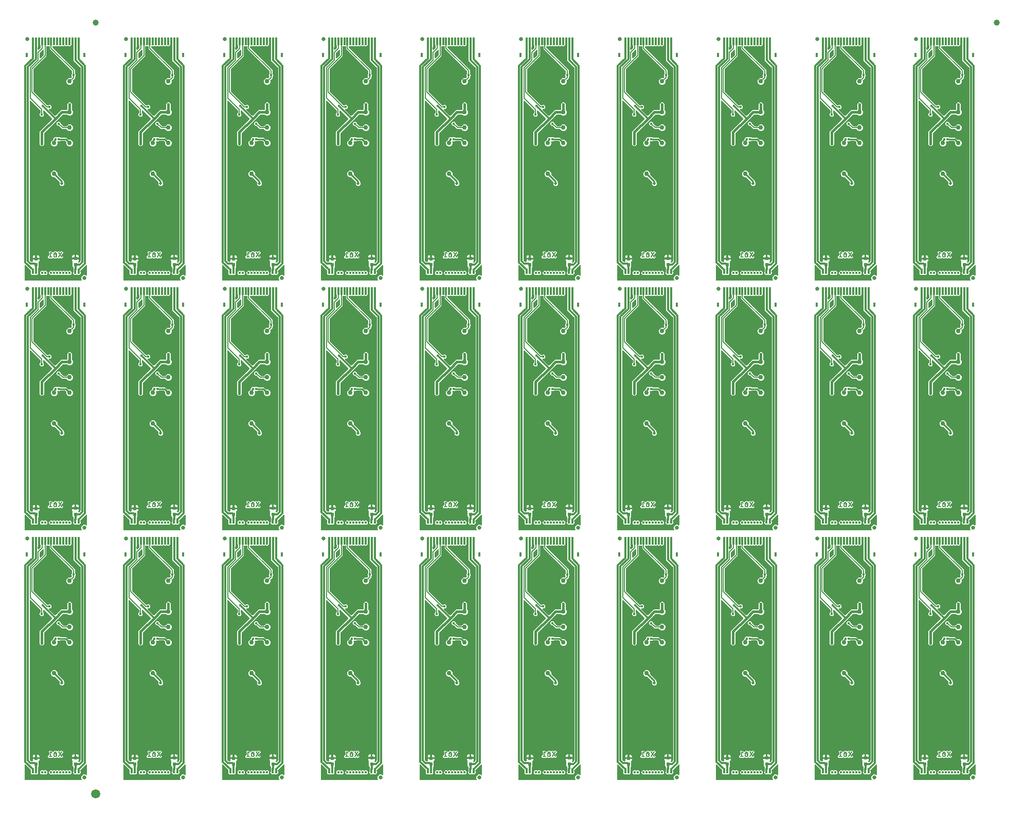
<source format=gbl>
G04 EAGLE Gerber RS-274X export*
G75*
%MOMM*%
%FSLAX34Y34*%
%LPD*%
%INBottom Copper*%
%IPPOS*%
%AMOC8*
5,1,8,0,0,1.08239X$1,22.5*%
G01*
%ADD10C,0.127000*%
%ADD11C,0.635000*%
%ADD12R,0.600000X0.600000*%
%ADD13R,0.300000X0.800000*%
%ADD14R,0.400000X0.800000*%
%ADD15C,0.762000*%
%ADD16C,1.000000*%
%ADD17C,1.500000*%
%ADD18C,0.304800*%
%ADD19C,0.377800*%
%ADD20C,0.406400*%
%ADD21C,0.152400*%
%ADD22C,0.477775*%
%ADD23C,0.254000*%

G36*
X1233499Y2037D02*
X1233499Y2037D01*
X1233528Y2034D01*
X1233639Y2057D01*
X1233751Y2073D01*
X1233778Y2085D01*
X1233807Y2090D01*
X1233908Y2143D01*
X1234011Y2189D01*
X1234033Y2208D01*
X1234059Y2221D01*
X1234141Y2299D01*
X1234228Y2372D01*
X1234244Y2397D01*
X1234265Y2417D01*
X1234323Y2515D01*
X1234385Y2609D01*
X1234394Y2637D01*
X1234409Y2662D01*
X1234437Y2772D01*
X1234471Y2880D01*
X1234472Y2910D01*
X1234479Y2938D01*
X1234475Y3051D01*
X1234478Y3164D01*
X1234471Y3193D01*
X1234470Y3222D01*
X1234435Y3330D01*
X1234407Y3439D01*
X1234392Y3465D01*
X1234383Y3493D01*
X1234337Y3557D01*
X1234261Y3684D01*
X1234216Y3727D01*
X1234188Y3766D01*
X1233550Y4403D01*
X1233550Y8297D01*
X1236303Y11050D01*
X1240197Y11050D01*
X1240834Y10412D01*
X1240858Y10395D01*
X1240877Y10372D01*
X1240971Y10309D01*
X1241061Y10241D01*
X1241089Y10231D01*
X1241113Y10215D01*
X1241221Y10180D01*
X1241327Y10140D01*
X1241356Y10138D01*
X1241384Y10129D01*
X1241498Y10126D01*
X1241610Y10117D01*
X1241639Y10122D01*
X1241668Y10122D01*
X1241778Y10150D01*
X1241889Y10172D01*
X1241915Y10186D01*
X1241943Y10193D01*
X1242041Y10251D01*
X1242141Y10303D01*
X1242163Y10324D01*
X1242188Y10339D01*
X1242265Y10421D01*
X1242347Y10499D01*
X1242362Y10525D01*
X1242382Y10546D01*
X1242434Y10647D01*
X1242491Y10745D01*
X1242498Y10773D01*
X1242512Y10799D01*
X1242525Y10876D01*
X1242561Y11020D01*
X1242559Y11083D01*
X1242567Y11130D01*
X1242567Y26537D01*
X1242563Y26566D01*
X1242566Y26596D01*
X1242543Y26706D01*
X1242527Y26819D01*
X1242515Y26846D01*
X1242510Y26874D01*
X1242458Y26975D01*
X1242411Y27078D01*
X1242392Y27101D01*
X1242379Y27127D01*
X1242301Y27209D01*
X1242228Y27295D01*
X1242203Y27311D01*
X1242183Y27333D01*
X1242085Y27390D01*
X1241991Y27453D01*
X1241963Y27462D01*
X1241938Y27476D01*
X1241828Y27504D01*
X1241720Y27538D01*
X1241691Y27539D01*
X1241662Y27546D01*
X1241549Y27543D01*
X1241436Y27546D01*
X1241407Y27538D01*
X1241378Y27537D01*
X1241270Y27503D01*
X1241161Y27474D01*
X1241135Y27459D01*
X1241107Y27450D01*
X1241044Y27404D01*
X1240916Y27329D01*
X1240873Y27283D01*
X1240834Y27255D01*
X1240485Y26906D01*
X1232550Y18971D01*
X1232540Y18957D01*
X1232534Y18952D01*
X1232516Y18926D01*
X1232497Y18901D01*
X1232437Y18837D01*
X1232412Y18788D01*
X1232379Y18744D01*
X1232348Y18662D01*
X1232308Y18584D01*
X1232300Y18536D01*
X1232278Y18478D01*
X1232265Y18330D01*
X1232252Y18253D01*
X1232252Y18157D01*
X1232071Y17976D01*
X1232055Y17954D01*
X1232035Y17937D01*
X1232003Y17889D01*
X1231959Y17842D01*
X1231933Y17793D01*
X1231900Y17749D01*
X1231888Y17717D01*
X1231877Y17700D01*
X1231862Y17653D01*
X1231829Y17589D01*
X1231821Y17541D01*
X1231799Y17483D01*
X1231796Y17443D01*
X1231791Y17429D01*
X1231790Y17372D01*
X1231787Y17335D01*
X1231774Y17258D01*
X1231774Y16805D01*
X1231786Y16718D01*
X1231789Y16631D01*
X1231806Y16578D01*
X1231814Y16523D01*
X1231849Y16443D01*
X1231876Y16360D01*
X1231904Y16321D01*
X1231930Y16264D01*
X1232026Y16150D01*
X1232071Y16087D01*
X1232139Y16019D01*
X1232139Y13191D01*
X1230139Y11191D01*
X1227311Y11191D01*
X1226847Y11655D01*
X1226801Y11690D01*
X1226760Y11732D01*
X1226687Y11775D01*
X1226620Y11826D01*
X1226566Y11847D01*
X1226515Y11876D01*
X1226433Y11897D01*
X1226355Y11927D01*
X1226296Y11932D01*
X1226240Y11946D01*
X1226155Y11944D01*
X1226071Y11951D01*
X1226014Y11939D01*
X1225955Y11937D01*
X1225875Y11911D01*
X1225792Y11895D01*
X1225741Y11868D01*
X1225685Y11850D01*
X1225629Y11810D01*
X1225540Y11764D01*
X1225468Y11695D01*
X1225412Y11655D01*
X1224948Y11191D01*
X1222120Y11191D01*
X1220120Y13191D01*
X1220120Y16019D01*
X1220188Y16087D01*
X1220240Y16156D01*
X1220300Y16220D01*
X1220326Y16270D01*
X1220359Y16314D01*
X1220390Y16396D01*
X1220430Y16473D01*
X1220438Y16521D01*
X1220460Y16580D01*
X1220472Y16727D01*
X1220485Y16805D01*
X1220485Y17485D01*
X1220473Y17572D01*
X1220470Y17659D01*
X1220453Y17712D01*
X1220445Y17767D01*
X1220410Y17847D01*
X1220383Y17930D01*
X1220355Y17969D01*
X1220329Y18026D01*
X1220233Y18140D01*
X1220188Y18203D01*
X1220120Y18271D01*
X1220120Y21099D01*
X1220299Y21278D01*
X1220351Y21347D01*
X1220411Y21411D01*
X1220437Y21461D01*
X1220470Y21505D01*
X1220501Y21587D01*
X1220541Y21664D01*
X1220549Y21712D01*
X1220571Y21771D01*
X1220583Y21918D01*
X1220596Y21996D01*
X1220596Y23127D01*
X1220584Y23214D01*
X1220581Y23301D01*
X1220564Y23354D01*
X1220556Y23408D01*
X1220521Y23488D01*
X1220494Y23571D01*
X1220466Y23611D01*
X1220440Y23668D01*
X1220344Y23781D01*
X1220299Y23845D01*
X1219120Y25023D01*
X1219120Y32296D01*
X1219130Y32306D01*
X1219173Y32379D01*
X1219223Y32446D01*
X1219244Y32500D01*
X1219274Y32551D01*
X1219294Y32633D01*
X1219324Y32711D01*
X1219329Y32770D01*
X1219344Y32826D01*
X1219341Y32911D01*
X1219348Y32995D01*
X1219337Y33052D01*
X1219335Y33111D01*
X1219309Y33191D01*
X1219292Y33274D01*
X1219265Y33326D01*
X1219247Y33381D01*
X1219207Y33437D01*
X1219161Y33526D01*
X1219092Y33598D01*
X1219052Y33654D01*
X1218612Y34095D01*
X1218277Y34674D01*
X1218104Y35321D01*
X1218104Y37156D01*
X1223161Y37156D01*
X1223219Y37164D01*
X1223277Y37162D01*
X1223359Y37184D01*
X1223442Y37196D01*
X1223496Y37219D01*
X1223552Y37234D01*
X1223625Y37277D01*
X1223644Y37286D01*
X1223690Y37255D01*
X1223746Y37238D01*
X1223798Y37211D01*
X1223866Y37200D01*
X1223961Y37170D01*
X1224061Y37167D01*
X1224129Y37156D01*
X1229186Y37156D01*
X1229186Y35321D01*
X1229013Y34674D01*
X1228678Y34095D01*
X1228238Y33654D01*
X1228203Y33608D01*
X1228160Y33567D01*
X1228117Y33495D01*
X1228067Y33427D01*
X1228046Y33373D01*
X1228016Y33322D01*
X1227996Y33241D01*
X1227965Y33162D01*
X1227961Y33103D01*
X1227946Y33047D01*
X1227949Y32962D01*
X1227942Y32878D01*
X1227953Y32821D01*
X1227955Y32763D01*
X1227981Y32682D01*
X1227998Y32600D01*
X1228025Y32548D01*
X1228043Y32492D01*
X1228083Y32436D01*
X1228129Y32347D01*
X1228198Y32275D01*
X1228238Y32219D01*
X1228455Y32001D01*
X1228525Y31949D01*
X1228589Y31889D01*
X1228638Y31863D01*
X1228682Y31830D01*
X1228764Y31799D01*
X1228842Y31759D01*
X1228890Y31751D01*
X1228948Y31729D01*
X1229096Y31717D01*
X1229173Y31704D01*
X1229498Y31704D01*
X1229584Y31716D01*
X1229672Y31719D01*
X1229724Y31736D01*
X1229779Y31744D01*
X1229859Y31779D01*
X1229942Y31806D01*
X1229981Y31834D01*
X1230038Y31860D01*
X1230152Y31956D01*
X1230215Y32001D01*
X1231856Y33642D01*
X1231908Y33711D01*
X1231968Y33775D01*
X1231994Y33825D01*
X1232027Y33869D01*
X1232058Y33950D01*
X1232098Y34028D01*
X1232106Y34076D01*
X1232128Y34134D01*
X1232140Y34282D01*
X1232153Y34359D01*
X1232153Y352763D01*
X1232141Y352850D01*
X1232138Y352937D01*
X1232121Y352990D01*
X1232113Y353045D01*
X1232078Y353124D01*
X1232051Y353208D01*
X1232023Y353247D01*
X1231997Y353304D01*
X1231901Y353417D01*
X1231856Y353481D01*
X1221028Y364309D01*
X1221028Y385150D01*
X1221016Y385237D01*
X1221013Y385324D01*
X1220996Y385377D01*
X1220988Y385432D01*
X1220953Y385512D01*
X1220926Y385595D01*
X1220898Y385634D01*
X1220872Y385691D01*
X1220776Y385805D01*
X1220731Y385868D01*
X1220663Y385936D01*
X1220663Y388764D01*
X1220731Y388832D01*
X1220783Y388901D01*
X1220843Y388965D01*
X1220869Y389015D01*
X1220902Y389059D01*
X1220933Y389141D01*
X1220973Y389218D01*
X1220981Y389266D01*
X1221003Y389325D01*
X1221014Y389451D01*
X1221022Y389485D01*
X1221022Y389509D01*
X1221028Y389550D01*
X1221028Y389595D01*
X1221027Y389608D01*
X1221026Y389609D01*
X1221016Y389682D01*
X1221013Y389769D01*
X1220996Y389822D01*
X1220988Y389877D01*
X1220953Y389957D01*
X1220926Y390040D01*
X1220898Y390079D01*
X1220872Y390136D01*
X1220776Y390250D01*
X1220731Y390313D01*
X1220663Y390381D01*
X1220663Y391389D01*
X1220655Y391447D01*
X1220657Y391505D01*
X1220635Y391587D01*
X1220623Y391671D01*
X1220600Y391724D01*
X1220585Y391780D01*
X1220542Y391853D01*
X1220507Y391930D01*
X1220469Y391975D01*
X1220440Y392025D01*
X1220378Y392083D01*
X1220324Y392147D01*
X1220275Y392179D01*
X1220232Y392219D01*
X1220157Y392258D01*
X1220087Y392305D01*
X1220031Y392322D01*
X1219979Y392349D01*
X1219911Y392360D01*
X1219816Y392390D01*
X1219775Y392391D01*
X1219775Y398945D01*
X1219767Y399003D01*
X1219769Y399061D01*
X1219747Y399143D01*
X1219736Y399226D01*
X1219712Y399280D01*
X1219697Y399336D01*
X1219654Y399409D01*
X1219619Y399486D01*
X1219582Y399530D01*
X1219552Y399580D01*
X1219490Y399638D01*
X1219436Y399703D01*
X1219387Y399735D01*
X1219344Y399775D01*
X1219269Y399813D01*
X1219199Y399860D01*
X1219143Y399878D01*
X1219091Y399904D01*
X1219023Y399916D01*
X1218928Y399946D01*
X1218828Y399949D01*
X1218760Y399960D01*
X1218702Y399952D01*
X1218644Y399953D01*
X1218643Y399953D01*
X1218562Y399932D01*
X1218478Y399920D01*
X1218425Y399896D01*
X1218368Y399881D01*
X1218296Y399838D01*
X1218219Y399804D01*
X1218174Y399766D01*
X1218124Y399736D01*
X1218066Y399675D01*
X1218002Y399620D01*
X1217970Y399572D01*
X1217929Y399529D01*
X1217891Y399454D01*
X1217844Y399384D01*
X1217827Y399328D01*
X1217800Y399276D01*
X1217789Y399208D01*
X1217759Y399113D01*
X1217756Y399013D01*
X1217745Y398945D01*
X1217745Y392059D01*
X1217716Y392016D01*
X1217676Y391973D01*
X1217637Y391898D01*
X1217591Y391828D01*
X1217573Y391772D01*
X1217546Y391720D01*
X1217535Y391652D01*
X1217505Y391557D01*
X1217502Y391457D01*
X1217491Y391389D01*
X1217491Y390381D01*
X1215491Y388381D01*
X1212663Y388381D01*
X1212271Y388773D01*
X1212224Y388808D01*
X1212184Y388851D01*
X1212111Y388894D01*
X1212044Y388944D01*
X1211989Y388965D01*
X1211939Y388995D01*
X1211857Y389015D01*
X1211778Y389045D01*
X1211720Y389050D01*
X1211663Y389065D01*
X1211579Y389062D01*
X1211495Y389069D01*
X1211437Y389058D01*
X1211379Y389056D01*
X1211299Y389030D01*
X1211216Y389013D01*
X1211164Y388986D01*
X1211108Y388968D01*
X1211052Y388928D01*
X1210964Y388882D01*
X1210891Y388813D01*
X1210835Y388773D01*
X1210443Y388381D01*
X1207615Y388381D01*
X1207223Y388773D01*
X1207176Y388808D01*
X1207136Y388851D01*
X1207063Y388894D01*
X1206996Y388944D01*
X1206941Y388965D01*
X1206891Y388995D01*
X1206809Y389015D01*
X1206730Y389045D01*
X1206672Y389050D01*
X1206615Y389065D01*
X1206531Y389062D01*
X1206447Y389069D01*
X1206389Y389058D01*
X1206331Y389056D01*
X1206251Y389030D01*
X1206168Y389013D01*
X1206116Y388986D01*
X1206060Y388968D01*
X1206004Y388928D01*
X1205916Y388882D01*
X1205843Y388813D01*
X1205787Y388773D01*
X1205395Y388381D01*
X1202567Y388381D01*
X1202175Y388773D01*
X1202128Y388808D01*
X1202088Y388851D01*
X1202015Y388894D01*
X1201948Y388944D01*
X1201893Y388965D01*
X1201843Y388995D01*
X1201761Y389015D01*
X1201682Y389045D01*
X1201624Y389050D01*
X1201567Y389065D01*
X1201483Y389062D01*
X1201399Y389069D01*
X1201341Y389058D01*
X1201283Y389056D01*
X1201203Y389030D01*
X1201120Y389013D01*
X1201068Y388986D01*
X1201012Y388968D01*
X1200956Y388928D01*
X1200868Y388882D01*
X1200795Y388813D01*
X1200739Y388773D01*
X1200347Y388381D01*
X1197519Y388381D01*
X1197127Y388773D01*
X1197080Y388808D01*
X1197040Y388851D01*
X1196967Y388894D01*
X1196900Y388944D01*
X1196845Y388965D01*
X1196795Y388995D01*
X1196713Y389015D01*
X1196634Y389045D01*
X1196576Y389050D01*
X1196519Y389065D01*
X1196435Y389062D01*
X1196351Y389069D01*
X1196293Y389058D01*
X1196235Y389056D01*
X1196155Y389030D01*
X1196072Y389013D01*
X1196020Y388986D01*
X1195964Y388968D01*
X1195908Y388928D01*
X1195820Y388882D01*
X1195747Y388813D01*
X1195691Y388773D01*
X1195299Y388381D01*
X1192471Y388381D01*
X1192079Y388773D01*
X1192032Y388808D01*
X1191992Y388851D01*
X1191919Y388894D01*
X1191852Y388944D01*
X1191797Y388965D01*
X1191747Y388995D01*
X1191665Y389015D01*
X1191586Y389045D01*
X1191528Y389050D01*
X1191471Y389065D01*
X1191387Y389062D01*
X1191303Y389069D01*
X1191245Y389058D01*
X1191187Y389056D01*
X1191107Y389030D01*
X1191024Y389013D01*
X1190972Y388986D01*
X1190916Y388968D01*
X1190860Y388928D01*
X1190772Y388882D01*
X1190699Y388813D01*
X1190643Y388773D01*
X1190251Y388381D01*
X1187091Y388381D01*
X1187033Y388373D01*
X1186975Y388375D01*
X1186893Y388353D01*
X1186809Y388341D01*
X1186756Y388318D01*
X1186700Y388303D01*
X1186627Y388260D01*
X1186550Y388225D01*
X1186505Y388187D01*
X1186455Y388158D01*
X1186397Y388096D01*
X1186333Y388042D01*
X1186301Y387993D01*
X1186261Y387950D01*
X1186222Y387875D01*
X1186175Y387805D01*
X1186158Y387749D01*
X1186131Y387697D01*
X1186120Y387629D01*
X1186090Y387534D01*
X1186087Y387434D01*
X1186076Y387366D01*
X1186076Y386029D01*
X1186088Y385942D01*
X1186091Y385855D01*
X1186108Y385802D01*
X1186116Y385747D01*
X1186151Y385667D01*
X1186178Y385584D01*
X1186206Y385545D01*
X1186232Y385488D01*
X1186328Y385375D01*
X1186373Y385311D01*
X1222757Y348927D01*
X1222757Y343322D01*
X1222769Y343235D01*
X1222772Y343148D01*
X1222789Y343095D01*
X1222797Y343040D01*
X1222832Y342960D01*
X1222859Y342877D01*
X1222887Y342838D01*
X1222913Y342781D01*
X1223009Y342667D01*
X1223054Y342604D01*
X1223884Y341774D01*
X1223884Y338946D01*
X1223054Y338116D01*
X1223002Y338047D01*
X1222942Y337983D01*
X1222916Y337933D01*
X1222883Y337889D01*
X1222852Y337807D01*
X1222812Y337730D01*
X1222804Y337682D01*
X1222782Y337623D01*
X1222770Y337476D01*
X1222757Y337398D01*
X1222757Y335603D01*
X1221120Y333966D01*
X1219630Y332476D01*
X1219629Y332475D01*
X1219628Y332474D01*
X1219544Y332362D01*
X1219459Y332249D01*
X1219458Y332247D01*
X1219457Y332246D01*
X1219409Y332117D01*
X1219358Y331983D01*
X1219358Y331981D01*
X1219357Y331980D01*
X1219346Y331839D01*
X1219334Y331700D01*
X1219335Y331698D01*
X1219334Y331697D01*
X1219338Y331681D01*
X1219390Y331421D01*
X1219404Y331394D01*
X1219410Y331369D01*
X1219455Y331261D01*
X1219455Y329139D01*
X1218643Y327178D01*
X1217142Y325677D01*
X1215181Y324865D01*
X1213059Y324865D01*
X1211098Y325677D01*
X1209597Y327178D01*
X1208785Y329139D01*
X1208785Y331261D01*
X1209597Y333222D01*
X1211098Y334723D01*
X1213059Y335535D01*
X1215181Y335535D01*
X1215289Y335490D01*
X1215291Y335489D01*
X1215292Y335489D01*
X1215422Y335456D01*
X1215565Y335419D01*
X1215566Y335419D01*
X1215568Y335419D01*
X1215705Y335423D01*
X1215849Y335427D01*
X1215851Y335427D01*
X1215852Y335428D01*
X1215983Y335470D01*
X1216120Y335514D01*
X1216121Y335515D01*
X1216123Y335515D01*
X1216135Y335524D01*
X1216356Y335672D01*
X1216376Y335695D01*
X1216396Y335710D01*
X1217626Y336940D01*
X1217661Y336987D01*
X1217704Y337027D01*
X1217747Y337100D01*
X1217797Y337167D01*
X1217818Y337222D01*
X1217848Y337273D01*
X1217868Y337354D01*
X1217898Y337433D01*
X1217903Y337491D01*
X1217918Y337548D01*
X1217915Y337632D01*
X1217922Y337716D01*
X1217910Y337774D01*
X1217909Y337832D01*
X1217883Y337912D01*
X1217866Y337995D01*
X1217839Y338047D01*
X1217821Y338103D01*
X1217781Y338159D01*
X1217735Y338247D01*
X1217666Y338320D01*
X1217626Y338376D01*
X1217056Y338946D01*
X1217056Y341774D01*
X1217886Y342604D01*
X1217938Y342673D01*
X1217998Y342737D01*
X1218024Y342787D01*
X1218057Y342831D01*
X1218088Y342912D01*
X1218128Y342990D01*
X1218136Y343038D01*
X1218158Y343097D01*
X1218170Y343244D01*
X1218183Y343322D01*
X1218183Y346612D01*
X1218171Y346699D01*
X1218168Y346786D01*
X1218151Y346839D01*
X1218143Y346894D01*
X1218108Y346974D01*
X1218081Y347057D01*
X1218053Y347096D01*
X1218027Y347153D01*
X1217931Y347266D01*
X1217886Y347330D01*
X1181502Y383714D01*
X1181502Y387366D01*
X1181494Y387424D01*
X1181496Y387482D01*
X1181474Y387564D01*
X1181462Y387648D01*
X1181439Y387701D01*
X1181424Y387757D01*
X1181381Y387830D01*
X1181346Y387907D01*
X1181308Y387952D01*
X1181279Y388002D01*
X1181217Y388060D01*
X1181163Y388124D01*
X1181114Y388156D01*
X1181071Y388196D01*
X1180996Y388235D01*
X1180926Y388282D01*
X1180870Y388299D01*
X1180818Y388326D01*
X1180750Y388337D01*
X1180655Y388367D01*
X1180555Y388370D01*
X1180487Y388381D01*
X1176995Y388381D01*
X1176937Y388373D01*
X1176879Y388375D01*
X1176797Y388353D01*
X1176713Y388341D01*
X1176660Y388318D01*
X1176604Y388303D01*
X1176531Y388260D01*
X1176454Y388225D01*
X1176409Y388187D01*
X1176359Y388158D01*
X1176301Y388096D01*
X1176237Y388042D01*
X1176205Y387993D01*
X1176165Y387950D01*
X1176126Y387875D01*
X1176079Y387805D01*
X1176062Y387749D01*
X1176035Y387697D01*
X1176024Y387629D01*
X1175994Y387534D01*
X1175991Y387434D01*
X1175980Y387366D01*
X1175980Y372164D01*
X1174343Y370527D01*
X1154474Y350658D01*
X1154422Y350588D01*
X1154362Y350524D01*
X1154336Y350475D01*
X1154303Y350431D01*
X1154272Y350349D01*
X1154232Y350271D01*
X1154224Y350224D01*
X1154202Y350165D01*
X1154190Y350018D01*
X1154177Y349940D01*
X1154177Y314253D01*
X1154189Y314166D01*
X1154192Y314079D01*
X1154209Y314026D01*
X1154217Y313971D01*
X1154252Y313892D01*
X1154279Y313808D01*
X1154307Y313769D01*
X1154333Y313712D01*
X1154429Y313599D01*
X1154474Y313535D01*
X1177135Y290874D01*
X1177205Y290822D01*
X1177269Y290762D01*
X1177318Y290736D01*
X1177362Y290703D01*
X1177444Y290672D01*
X1177522Y290632D01*
X1177569Y290624D01*
X1177628Y290602D01*
X1177776Y290590D01*
X1177853Y290577D01*
X1178138Y290577D01*
X1178225Y290589D01*
X1178312Y290592D01*
X1178365Y290609D01*
X1178420Y290617D01*
X1178500Y290652D01*
X1178583Y290679D01*
X1178622Y290707D01*
X1178679Y290733D01*
X1178793Y290829D01*
X1178856Y290874D01*
X1179686Y291704D01*
X1182514Y291704D01*
X1184514Y289704D01*
X1184514Y286876D01*
X1182514Y284876D01*
X1181116Y284876D01*
X1181087Y284872D01*
X1181058Y284875D01*
X1180947Y284852D01*
X1180835Y284836D01*
X1180808Y284824D01*
X1180779Y284819D01*
X1180679Y284767D01*
X1180575Y284720D01*
X1180553Y284701D01*
X1180527Y284688D01*
X1180445Y284610D01*
X1180358Y284537D01*
X1180342Y284512D01*
X1180321Y284492D01*
X1180264Y284394D01*
X1180201Y284300D01*
X1180192Y284272D01*
X1180177Y284247D01*
X1180149Y284137D01*
X1180115Y284029D01*
X1180114Y283999D01*
X1180107Y283971D01*
X1180111Y283858D01*
X1180108Y283745D01*
X1180115Y283716D01*
X1180116Y283687D01*
X1180151Y283579D01*
X1180180Y283470D01*
X1180195Y283444D01*
X1180204Y283416D01*
X1180249Y283353D01*
X1180325Y283225D01*
X1180370Y283182D01*
X1180398Y283143D01*
X1189548Y273994D01*
X1189595Y273958D01*
X1189635Y273916D01*
X1189708Y273873D01*
X1189775Y273823D01*
X1189830Y273802D01*
X1189880Y273772D01*
X1189962Y273752D01*
X1190041Y273722D01*
X1190099Y273717D01*
X1190156Y273702D01*
X1190240Y273705D01*
X1190324Y273698D01*
X1190381Y273709D01*
X1190440Y273711D01*
X1190520Y273737D01*
X1190603Y273754D01*
X1190655Y273781D01*
X1190710Y273799D01*
X1190767Y273839D01*
X1190855Y273885D01*
X1190927Y273954D01*
X1190984Y273994D01*
X1199947Y282957D01*
X1209548Y282957D01*
X1209606Y282965D01*
X1209664Y282963D01*
X1209746Y282985D01*
X1209830Y282997D01*
X1209883Y283020D01*
X1209939Y283035D01*
X1210012Y283078D01*
X1210089Y283113D01*
X1210134Y283151D01*
X1210184Y283180D01*
X1210242Y283242D01*
X1210306Y283296D01*
X1210338Y283345D01*
X1210378Y283388D01*
X1210417Y283463D01*
X1210464Y283533D01*
X1210481Y283589D01*
X1210508Y283641D01*
X1210519Y283709D01*
X1210549Y283804D01*
X1210552Y283904D01*
X1210563Y283972D01*
X1210563Y293573D01*
X1212647Y295657D01*
X1215593Y295657D01*
X1217677Y293573D01*
X1217677Y283808D01*
X1217689Y283722D01*
X1217692Y283634D01*
X1217709Y283582D01*
X1217717Y283527D01*
X1217752Y283447D01*
X1217779Y283364D01*
X1217807Y283324D01*
X1217833Y283267D01*
X1217929Y283154D01*
X1217974Y283090D01*
X1218643Y282422D01*
X1219455Y280461D01*
X1219455Y278339D01*
X1218643Y276378D01*
X1217142Y274877D01*
X1215181Y274065D01*
X1213059Y274065D01*
X1211098Y274877D01*
X1210430Y275546D01*
X1210360Y275598D01*
X1210296Y275658D01*
X1210247Y275684D01*
X1210202Y275717D01*
X1210121Y275748D01*
X1210043Y275788D01*
X1209995Y275796D01*
X1209937Y275818D01*
X1209789Y275830D01*
X1209712Y275843D01*
X1203314Y275843D01*
X1203227Y275831D01*
X1203140Y275828D01*
X1203087Y275811D01*
X1203032Y275803D01*
X1202952Y275768D01*
X1202869Y275741D01*
X1202830Y275713D01*
X1202773Y275687D01*
X1202660Y275591D01*
X1202596Y275546D01*
X1172254Y245204D01*
X1172202Y245134D01*
X1172142Y245070D01*
X1172116Y245021D01*
X1172083Y244977D01*
X1172052Y244895D01*
X1172012Y244817D01*
X1172004Y244770D01*
X1171982Y244711D01*
X1171970Y244564D01*
X1171957Y244486D01*
X1171957Y225857D01*
X1169873Y223773D01*
X1166927Y223773D01*
X1164843Y225857D01*
X1164843Y247853D01*
X1185236Y268246D01*
X1185271Y268293D01*
X1185314Y268333D01*
X1185357Y268406D01*
X1185407Y268473D01*
X1185428Y268528D01*
X1185458Y268579D01*
X1185478Y268660D01*
X1185508Y268739D01*
X1185513Y268798D01*
X1185528Y268854D01*
X1185525Y268938D01*
X1185532Y269022D01*
X1185521Y269080D01*
X1185519Y269138D01*
X1185493Y269218D01*
X1185476Y269301D01*
X1185449Y269353D01*
X1185431Y269409D01*
X1185391Y269465D01*
X1185345Y269554D01*
X1185276Y269626D01*
X1185236Y269682D01*
X1172420Y282499D01*
X1172396Y282516D01*
X1172377Y282539D01*
X1172283Y282601D01*
X1172193Y282669D01*
X1172165Y282680D01*
X1172141Y282696D01*
X1172033Y282730D01*
X1171927Y282771D01*
X1171898Y282773D01*
X1171870Y282782D01*
X1171756Y282785D01*
X1171644Y282794D01*
X1171615Y282789D01*
X1171586Y282789D01*
X1171476Y282761D01*
X1171365Y282738D01*
X1171339Y282725D01*
X1171311Y282717D01*
X1171213Y282660D01*
X1171113Y282607D01*
X1171091Y282587D01*
X1171066Y282572D01*
X1170989Y282490D01*
X1170907Y282412D01*
X1170892Y282386D01*
X1170872Y282365D01*
X1170820Y282264D01*
X1170763Y282166D01*
X1170756Y282138D01*
X1170742Y282112D01*
X1170729Y282034D01*
X1170693Y281891D01*
X1170695Y281828D01*
X1170687Y281781D01*
X1170687Y278552D01*
X1170699Y278465D01*
X1170702Y278378D01*
X1170719Y278325D01*
X1170727Y278270D01*
X1170762Y278190D01*
X1170789Y278107D01*
X1170817Y278068D01*
X1170843Y278011D01*
X1170939Y277897D01*
X1170984Y277834D01*
X1171814Y277004D01*
X1171814Y274176D01*
X1169814Y272176D01*
X1166986Y272176D01*
X1164986Y274176D01*
X1164986Y277004D01*
X1165816Y277834D01*
X1165868Y277903D01*
X1165928Y277967D01*
X1165954Y278017D01*
X1165987Y278061D01*
X1166018Y278142D01*
X1166058Y278220D01*
X1166066Y278268D01*
X1166088Y278327D01*
X1166100Y278474D01*
X1166113Y278552D01*
X1166113Y282253D01*
X1166105Y282309D01*
X1166107Y282358D01*
X1166100Y282385D01*
X1166098Y282427D01*
X1166081Y282479D01*
X1166073Y282534D01*
X1166043Y282602D01*
X1166035Y282633D01*
X1166027Y282645D01*
X1166011Y282697D01*
X1165983Y282736D01*
X1165957Y282793D01*
X1165898Y282863D01*
X1165890Y282878D01*
X1165872Y282894D01*
X1165861Y282907D01*
X1165816Y282970D01*
X1150322Y298464D01*
X1150298Y298482D01*
X1150279Y298504D01*
X1150185Y298567D01*
X1150095Y298635D01*
X1150067Y298646D01*
X1150043Y298662D01*
X1149935Y298696D01*
X1149829Y298737D01*
X1149800Y298739D01*
X1149772Y298748D01*
X1149658Y298751D01*
X1149546Y298760D01*
X1149517Y298754D01*
X1149488Y298755D01*
X1149378Y298727D01*
X1149267Y298704D01*
X1149241Y298691D01*
X1149213Y298683D01*
X1149115Y298625D01*
X1149015Y298573D01*
X1148993Y298553D01*
X1148968Y298538D01*
X1148891Y298456D01*
X1148809Y298377D01*
X1148794Y298352D01*
X1148774Y298331D01*
X1148722Y298230D01*
X1148665Y298132D01*
X1148658Y298104D01*
X1148644Y298078D01*
X1148631Y298000D01*
X1148595Y297857D01*
X1148597Y297794D01*
X1148589Y297747D01*
X1148589Y35616D01*
X1148601Y35530D01*
X1148604Y35442D01*
X1148621Y35390D01*
X1148629Y35335D01*
X1148664Y35255D01*
X1148691Y35172D01*
X1148719Y35132D01*
X1148745Y35075D01*
X1148841Y34962D01*
X1148886Y34898D01*
X1150593Y33191D01*
X1150663Y33139D01*
X1150727Y33079D01*
X1150776Y33053D01*
X1150821Y33020D01*
X1150902Y32989D01*
X1150980Y32949D01*
X1151028Y32941D01*
X1151086Y32919D01*
X1151234Y32907D01*
X1151311Y32894D01*
X1152491Y32894D01*
X1152540Y32901D01*
X1152588Y32898D01*
X1152680Y32920D01*
X1152773Y32934D01*
X1152817Y32953D01*
X1152865Y32965D01*
X1152946Y33011D01*
X1153032Y33050D01*
X1153069Y33081D01*
X1153112Y33105D01*
X1153177Y33173D01*
X1153249Y33233D01*
X1153276Y33274D01*
X1153310Y33309D01*
X1153355Y33392D01*
X1153407Y33470D01*
X1153422Y33517D01*
X1153445Y33560D01*
X1153464Y33652D01*
X1153493Y33741D01*
X1153494Y33790D01*
X1153504Y33838D01*
X1153497Y33912D01*
X1153500Y34025D01*
X1153478Y34109D01*
X1153472Y34172D01*
X1153334Y34686D01*
X1153334Y36521D01*
X1158391Y36521D01*
X1158449Y36529D01*
X1158507Y36527D01*
X1158589Y36549D01*
X1158672Y36561D01*
X1158726Y36584D01*
X1158782Y36599D01*
X1158855Y36642D01*
X1158874Y36651D01*
X1158920Y36620D01*
X1158976Y36603D01*
X1159028Y36576D01*
X1159096Y36565D01*
X1159191Y36535D01*
X1159291Y36532D01*
X1159359Y36521D01*
X1164416Y36521D01*
X1164416Y34686D01*
X1164243Y34039D01*
X1163908Y33460D01*
X1163468Y33019D01*
X1163433Y32973D01*
X1163390Y32932D01*
X1163347Y32860D01*
X1163297Y32792D01*
X1163276Y32738D01*
X1163246Y32687D01*
X1163225Y32605D01*
X1163195Y32527D01*
X1163191Y32468D01*
X1163176Y32412D01*
X1163179Y32327D01*
X1163172Y32243D01*
X1163183Y32186D01*
X1163185Y32127D01*
X1163211Y32047D01*
X1163228Y31965D01*
X1163255Y31913D01*
X1163273Y31857D01*
X1163313Y31801D01*
X1163359Y31712D01*
X1163400Y31669D01*
X1163400Y24388D01*
X1162300Y23289D01*
X1162271Y23272D01*
X1162213Y23210D01*
X1162149Y23156D01*
X1162117Y23107D01*
X1162077Y23064D01*
X1162038Y22989D01*
X1161991Y22919D01*
X1161974Y22863D01*
X1161947Y22811D01*
X1161936Y22743D01*
X1161906Y22648D01*
X1161903Y22548D01*
X1161892Y22480D01*
X1161892Y21885D01*
X1161904Y21798D01*
X1161907Y21710D01*
X1161924Y21658D01*
X1161932Y21603D01*
X1161967Y21523D01*
X1161994Y21440D01*
X1162022Y21401D01*
X1162048Y21344D01*
X1162144Y21230D01*
X1162189Y21167D01*
X1162257Y21099D01*
X1162257Y18271D01*
X1162221Y18235D01*
X1162169Y18166D01*
X1162109Y18102D01*
X1162083Y18052D01*
X1162050Y18008D01*
X1162019Y17927D01*
X1161979Y17849D01*
X1161971Y17801D01*
X1161949Y17743D01*
X1161937Y17595D01*
X1161924Y17517D01*
X1161924Y16805D01*
X1161936Y16718D01*
X1161939Y16631D01*
X1161956Y16578D01*
X1161964Y16523D01*
X1161999Y16443D01*
X1162026Y16360D01*
X1162054Y16321D01*
X1162080Y16264D01*
X1162176Y16150D01*
X1162221Y16087D01*
X1162289Y16019D01*
X1162289Y13191D01*
X1160289Y11191D01*
X1157461Y11191D01*
X1157053Y11599D01*
X1157006Y11634D01*
X1156966Y11677D01*
X1156893Y11720D01*
X1156826Y11770D01*
X1156771Y11791D01*
X1156721Y11821D01*
X1156639Y11841D01*
X1156560Y11871D01*
X1156502Y11876D01*
X1156445Y11891D01*
X1156361Y11888D01*
X1156277Y11895D01*
X1156219Y11884D01*
X1156161Y11882D01*
X1156081Y11856D01*
X1155998Y11839D01*
X1155946Y11812D01*
X1155890Y11794D01*
X1155834Y11754D01*
X1155746Y11708D01*
X1155673Y11639D01*
X1155617Y11599D01*
X1155209Y11191D01*
X1152381Y11191D01*
X1150381Y13191D01*
X1150381Y16019D01*
X1150449Y16087D01*
X1150501Y16156D01*
X1150561Y16220D01*
X1150587Y16270D01*
X1150620Y16314D01*
X1150651Y16396D01*
X1150691Y16473D01*
X1150699Y16521D01*
X1150721Y16580D01*
X1150733Y16727D01*
X1150746Y16805D01*
X1150746Y17372D01*
X1150734Y17458D01*
X1150731Y17546D01*
X1150714Y17598D01*
X1150706Y17653D01*
X1150671Y17733D01*
X1150644Y17816D01*
X1150616Y17856D01*
X1150590Y17913D01*
X1150494Y18026D01*
X1150449Y18090D01*
X1150381Y18157D01*
X1150381Y18253D01*
X1150369Y18340D01*
X1150366Y18427D01*
X1150349Y18480D01*
X1150341Y18534D01*
X1150306Y18614D01*
X1150279Y18697D01*
X1150251Y18737D01*
X1150225Y18794D01*
X1150155Y18877D01*
X1150134Y18913D01*
X1150109Y18936D01*
X1150084Y18971D01*
X1141686Y27369D01*
X1141662Y27386D01*
X1141643Y27409D01*
X1141549Y27472D01*
X1141459Y27540D01*
X1141431Y27550D01*
X1141407Y27566D01*
X1141299Y27601D01*
X1141193Y27641D01*
X1141164Y27643D01*
X1141136Y27652D01*
X1141022Y27655D01*
X1140910Y27665D01*
X1140881Y27659D01*
X1140852Y27660D01*
X1140742Y27631D01*
X1140631Y27609D01*
X1140605Y27595D01*
X1140577Y27588D01*
X1140479Y27530D01*
X1140379Y27478D01*
X1140357Y27457D01*
X1140332Y27442D01*
X1140255Y27360D01*
X1140173Y27282D01*
X1140158Y27257D01*
X1140138Y27235D01*
X1140086Y27134D01*
X1140029Y27037D01*
X1140022Y27008D01*
X1140008Y26982D01*
X1139995Y26905D01*
X1139959Y26761D01*
X1139961Y26699D01*
X1139953Y26651D01*
X1139953Y3048D01*
X1139961Y2990D01*
X1139959Y2932D01*
X1139981Y2850D01*
X1139993Y2766D01*
X1140016Y2713D01*
X1140031Y2657D01*
X1140074Y2584D01*
X1140109Y2507D01*
X1140147Y2462D01*
X1140176Y2412D01*
X1140238Y2354D01*
X1140292Y2290D01*
X1140341Y2258D01*
X1140384Y2218D01*
X1140459Y2179D01*
X1140529Y2132D01*
X1140585Y2115D01*
X1140637Y2088D01*
X1140705Y2077D01*
X1140800Y2047D01*
X1140900Y2044D01*
X1140968Y2033D01*
X1233470Y2033D01*
X1233499Y2037D01*
G37*
G36*
X1558619Y413517D02*
X1558619Y413517D01*
X1558648Y413514D01*
X1558759Y413537D01*
X1558871Y413553D01*
X1558898Y413565D01*
X1558927Y413570D01*
X1559028Y413623D01*
X1559131Y413669D01*
X1559153Y413688D01*
X1559179Y413701D01*
X1559261Y413779D01*
X1559348Y413852D01*
X1559364Y413877D01*
X1559385Y413897D01*
X1559443Y413995D01*
X1559505Y414089D01*
X1559514Y414117D01*
X1559529Y414142D01*
X1559557Y414252D01*
X1559591Y414360D01*
X1559592Y414390D01*
X1559599Y414418D01*
X1559595Y414531D01*
X1559598Y414644D01*
X1559591Y414673D01*
X1559590Y414702D01*
X1559555Y414810D01*
X1559527Y414919D01*
X1559512Y414945D01*
X1559503Y414973D01*
X1559457Y415037D01*
X1559381Y415164D01*
X1559336Y415207D01*
X1559308Y415246D01*
X1558670Y415883D01*
X1558670Y419777D01*
X1561423Y422530D01*
X1565317Y422530D01*
X1565954Y421892D01*
X1565978Y421875D01*
X1565997Y421852D01*
X1566091Y421789D01*
X1566181Y421721D01*
X1566209Y421711D01*
X1566233Y421695D01*
X1566341Y421660D01*
X1566447Y421620D01*
X1566476Y421618D01*
X1566504Y421609D01*
X1566618Y421606D01*
X1566730Y421597D01*
X1566759Y421602D01*
X1566788Y421602D01*
X1566898Y421630D01*
X1567009Y421652D01*
X1567035Y421666D01*
X1567063Y421673D01*
X1567161Y421731D01*
X1567261Y421783D01*
X1567283Y421804D01*
X1567308Y421819D01*
X1567385Y421901D01*
X1567467Y421979D01*
X1567482Y422005D01*
X1567502Y422026D01*
X1567554Y422127D01*
X1567611Y422225D01*
X1567618Y422253D01*
X1567632Y422279D01*
X1567645Y422356D01*
X1567681Y422500D01*
X1567679Y422563D01*
X1567687Y422610D01*
X1567687Y438017D01*
X1567683Y438046D01*
X1567686Y438076D01*
X1567663Y438186D01*
X1567647Y438299D01*
X1567635Y438326D01*
X1567630Y438354D01*
X1567578Y438455D01*
X1567531Y438558D01*
X1567512Y438581D01*
X1567499Y438607D01*
X1567421Y438689D01*
X1567348Y438775D01*
X1567323Y438791D01*
X1567303Y438813D01*
X1567205Y438870D01*
X1567111Y438933D01*
X1567083Y438942D01*
X1567058Y438956D01*
X1566948Y438984D01*
X1566840Y439018D01*
X1566811Y439019D01*
X1566782Y439026D01*
X1566669Y439023D01*
X1566556Y439026D01*
X1566527Y439018D01*
X1566498Y439017D01*
X1566390Y438983D01*
X1566281Y438954D01*
X1566255Y438939D01*
X1566227Y438930D01*
X1566164Y438884D01*
X1566036Y438809D01*
X1565993Y438763D01*
X1565954Y438735D01*
X1565605Y438386D01*
X1557670Y430451D01*
X1557660Y430437D01*
X1557654Y430432D01*
X1557636Y430406D01*
X1557617Y430381D01*
X1557557Y430317D01*
X1557532Y430268D01*
X1557499Y430224D01*
X1557468Y430142D01*
X1557428Y430064D01*
X1557420Y430016D01*
X1557398Y429958D01*
X1557385Y429810D01*
X1557372Y429733D01*
X1557372Y429637D01*
X1557191Y429456D01*
X1557175Y429434D01*
X1557155Y429417D01*
X1557123Y429369D01*
X1557079Y429322D01*
X1557053Y429273D01*
X1557020Y429229D01*
X1557008Y429197D01*
X1556997Y429180D01*
X1556982Y429133D01*
X1556949Y429069D01*
X1556941Y429021D01*
X1556919Y428963D01*
X1556916Y428923D01*
X1556911Y428909D01*
X1556910Y428852D01*
X1556907Y428815D01*
X1556894Y428738D01*
X1556894Y428285D01*
X1556906Y428198D01*
X1556909Y428111D01*
X1556926Y428058D01*
X1556934Y428003D01*
X1556969Y427923D01*
X1556996Y427840D01*
X1557024Y427801D01*
X1557050Y427744D01*
X1557146Y427630D01*
X1557191Y427567D01*
X1557259Y427499D01*
X1557259Y424671D01*
X1555259Y422671D01*
X1552431Y422671D01*
X1551967Y423135D01*
X1551921Y423170D01*
X1551880Y423212D01*
X1551807Y423255D01*
X1551740Y423306D01*
X1551686Y423327D01*
X1551635Y423356D01*
X1551553Y423377D01*
X1551475Y423407D01*
X1551416Y423412D01*
X1551360Y423426D01*
X1551275Y423424D01*
X1551191Y423431D01*
X1551134Y423419D01*
X1551075Y423417D01*
X1550995Y423391D01*
X1550912Y423375D01*
X1550861Y423348D01*
X1550805Y423330D01*
X1550749Y423290D01*
X1550660Y423244D01*
X1550588Y423175D01*
X1550532Y423135D01*
X1550068Y422671D01*
X1547240Y422671D01*
X1545240Y424671D01*
X1545240Y427499D01*
X1545308Y427567D01*
X1545360Y427636D01*
X1545420Y427700D01*
X1545446Y427750D01*
X1545479Y427794D01*
X1545510Y427876D01*
X1545550Y427953D01*
X1545558Y428001D01*
X1545580Y428060D01*
X1545592Y428207D01*
X1545605Y428285D01*
X1545605Y428965D01*
X1545593Y429052D01*
X1545590Y429139D01*
X1545573Y429192D01*
X1545565Y429247D01*
X1545530Y429327D01*
X1545503Y429410D01*
X1545475Y429449D01*
X1545449Y429506D01*
X1545353Y429620D01*
X1545308Y429683D01*
X1545240Y429751D01*
X1545240Y432579D01*
X1545419Y432758D01*
X1545471Y432827D01*
X1545531Y432891D01*
X1545557Y432941D01*
X1545590Y432985D01*
X1545621Y433067D01*
X1545661Y433144D01*
X1545669Y433192D01*
X1545691Y433251D01*
X1545703Y433398D01*
X1545716Y433476D01*
X1545716Y434607D01*
X1545704Y434694D01*
X1545701Y434781D01*
X1545684Y434834D01*
X1545676Y434888D01*
X1545641Y434968D01*
X1545614Y435051D01*
X1545586Y435091D01*
X1545560Y435148D01*
X1545464Y435261D01*
X1545419Y435325D01*
X1544240Y436503D01*
X1544240Y443776D01*
X1544250Y443786D01*
X1544293Y443859D01*
X1544343Y443926D01*
X1544364Y443980D01*
X1544394Y444031D01*
X1544414Y444113D01*
X1544444Y444191D01*
X1544449Y444250D01*
X1544464Y444306D01*
X1544461Y444391D01*
X1544468Y444475D01*
X1544457Y444532D01*
X1544455Y444591D01*
X1544429Y444671D01*
X1544412Y444754D01*
X1544385Y444806D01*
X1544367Y444861D01*
X1544327Y444917D01*
X1544281Y445006D01*
X1544212Y445078D01*
X1544172Y445134D01*
X1543732Y445575D01*
X1543397Y446154D01*
X1543224Y446801D01*
X1543224Y448636D01*
X1548281Y448636D01*
X1548339Y448644D01*
X1548397Y448642D01*
X1548479Y448664D01*
X1548562Y448676D01*
X1548616Y448699D01*
X1548672Y448714D01*
X1548745Y448757D01*
X1548764Y448766D01*
X1548810Y448735D01*
X1548866Y448718D01*
X1548918Y448691D01*
X1548986Y448680D01*
X1549081Y448650D01*
X1549181Y448647D01*
X1549249Y448636D01*
X1554306Y448636D01*
X1554306Y446801D01*
X1554133Y446154D01*
X1553798Y445575D01*
X1553358Y445134D01*
X1553323Y445088D01*
X1553280Y445047D01*
X1553237Y444975D01*
X1553187Y444907D01*
X1553166Y444853D01*
X1553136Y444802D01*
X1553116Y444721D01*
X1553085Y444642D01*
X1553081Y444583D01*
X1553066Y444527D01*
X1553069Y444442D01*
X1553062Y444358D01*
X1553073Y444301D01*
X1553075Y444243D01*
X1553101Y444162D01*
X1553118Y444080D01*
X1553145Y444028D01*
X1553163Y443972D01*
X1553203Y443916D01*
X1553249Y443827D01*
X1553318Y443755D01*
X1553358Y443699D01*
X1553575Y443481D01*
X1553645Y443429D01*
X1553709Y443369D01*
X1553758Y443343D01*
X1553802Y443310D01*
X1553884Y443279D01*
X1553962Y443239D01*
X1554010Y443231D01*
X1554068Y443209D01*
X1554216Y443197D01*
X1554293Y443184D01*
X1554618Y443184D01*
X1554704Y443196D01*
X1554792Y443199D01*
X1554844Y443216D01*
X1554899Y443224D01*
X1554979Y443259D01*
X1555062Y443286D01*
X1555101Y443314D01*
X1555158Y443340D01*
X1555272Y443436D01*
X1555335Y443481D01*
X1556976Y445122D01*
X1557028Y445191D01*
X1557088Y445255D01*
X1557114Y445305D01*
X1557147Y445349D01*
X1557178Y445430D01*
X1557218Y445508D01*
X1557226Y445556D01*
X1557248Y445614D01*
X1557260Y445762D01*
X1557273Y445839D01*
X1557273Y764243D01*
X1557261Y764330D01*
X1557258Y764417D01*
X1557241Y764470D01*
X1557233Y764525D01*
X1557198Y764604D01*
X1557171Y764688D01*
X1557143Y764727D01*
X1557117Y764784D01*
X1557021Y764897D01*
X1556976Y764961D01*
X1546148Y775789D01*
X1546148Y796630D01*
X1546136Y796717D01*
X1546133Y796804D01*
X1546116Y796857D01*
X1546108Y796912D01*
X1546073Y796992D01*
X1546046Y797075D01*
X1546018Y797114D01*
X1545992Y797171D01*
X1545896Y797285D01*
X1545851Y797348D01*
X1545783Y797416D01*
X1545783Y800244D01*
X1545851Y800312D01*
X1545903Y800381D01*
X1545963Y800445D01*
X1545989Y800495D01*
X1546022Y800539D01*
X1546053Y800621D01*
X1546093Y800698D01*
X1546101Y800746D01*
X1546123Y800805D01*
X1546134Y800931D01*
X1546142Y800965D01*
X1546142Y800989D01*
X1546148Y801030D01*
X1546148Y801075D01*
X1546147Y801088D01*
X1546146Y801089D01*
X1546136Y801162D01*
X1546133Y801249D01*
X1546116Y801302D01*
X1546108Y801357D01*
X1546073Y801437D01*
X1546046Y801520D01*
X1546018Y801559D01*
X1545992Y801616D01*
X1545896Y801730D01*
X1545851Y801793D01*
X1545783Y801861D01*
X1545783Y802869D01*
X1545775Y802927D01*
X1545777Y802985D01*
X1545755Y803067D01*
X1545743Y803151D01*
X1545720Y803204D01*
X1545705Y803260D01*
X1545662Y803333D01*
X1545627Y803410D01*
X1545589Y803455D01*
X1545560Y803505D01*
X1545498Y803563D01*
X1545444Y803627D01*
X1545395Y803659D01*
X1545352Y803699D01*
X1545277Y803738D01*
X1545207Y803785D01*
X1545151Y803802D01*
X1545099Y803829D01*
X1545031Y803840D01*
X1544936Y803870D01*
X1544895Y803871D01*
X1544895Y810425D01*
X1544887Y810483D01*
X1544889Y810541D01*
X1544867Y810623D01*
X1544856Y810706D01*
X1544832Y810760D01*
X1544817Y810816D01*
X1544774Y810889D01*
X1544739Y810966D01*
X1544702Y811010D01*
X1544672Y811060D01*
X1544610Y811118D01*
X1544556Y811183D01*
X1544507Y811215D01*
X1544464Y811255D01*
X1544389Y811293D01*
X1544319Y811340D01*
X1544263Y811358D01*
X1544211Y811384D01*
X1544143Y811396D01*
X1544048Y811426D01*
X1543948Y811429D01*
X1543880Y811440D01*
X1543822Y811432D01*
X1543764Y811433D01*
X1543763Y811433D01*
X1543682Y811412D01*
X1543598Y811400D01*
X1543545Y811376D01*
X1543488Y811361D01*
X1543416Y811318D01*
X1543339Y811284D01*
X1543294Y811246D01*
X1543244Y811216D01*
X1543186Y811155D01*
X1543122Y811100D01*
X1543090Y811052D01*
X1543049Y811009D01*
X1543011Y810934D01*
X1542964Y810864D01*
X1542947Y810808D01*
X1542920Y810756D01*
X1542909Y810688D01*
X1542879Y810593D01*
X1542876Y810493D01*
X1542865Y810425D01*
X1542865Y803539D01*
X1542836Y803496D01*
X1542796Y803453D01*
X1542757Y803378D01*
X1542711Y803308D01*
X1542693Y803252D01*
X1542666Y803200D01*
X1542655Y803132D01*
X1542625Y803037D01*
X1542622Y802937D01*
X1542611Y802869D01*
X1542611Y801861D01*
X1540611Y799861D01*
X1537783Y799861D01*
X1537391Y800253D01*
X1537344Y800288D01*
X1537304Y800331D01*
X1537231Y800374D01*
X1537164Y800424D01*
X1537109Y800445D01*
X1537059Y800475D01*
X1536977Y800495D01*
X1536898Y800525D01*
X1536840Y800530D01*
X1536783Y800545D01*
X1536699Y800542D01*
X1536615Y800549D01*
X1536557Y800538D01*
X1536499Y800536D01*
X1536419Y800510D01*
X1536336Y800493D01*
X1536284Y800466D01*
X1536228Y800448D01*
X1536172Y800408D01*
X1536084Y800362D01*
X1536011Y800293D01*
X1535955Y800253D01*
X1535563Y799861D01*
X1532735Y799861D01*
X1532343Y800253D01*
X1532296Y800288D01*
X1532256Y800331D01*
X1532183Y800374D01*
X1532116Y800424D01*
X1532061Y800445D01*
X1532011Y800475D01*
X1531929Y800495D01*
X1531850Y800525D01*
X1531792Y800530D01*
X1531735Y800545D01*
X1531651Y800542D01*
X1531567Y800549D01*
X1531509Y800538D01*
X1531451Y800536D01*
X1531371Y800510D01*
X1531288Y800493D01*
X1531236Y800466D01*
X1531180Y800448D01*
X1531124Y800408D01*
X1531036Y800362D01*
X1530963Y800293D01*
X1530907Y800253D01*
X1530515Y799861D01*
X1527687Y799861D01*
X1527295Y800253D01*
X1527248Y800288D01*
X1527208Y800331D01*
X1527135Y800374D01*
X1527068Y800424D01*
X1527013Y800445D01*
X1526963Y800475D01*
X1526881Y800495D01*
X1526802Y800525D01*
X1526744Y800530D01*
X1526687Y800545D01*
X1526603Y800542D01*
X1526519Y800549D01*
X1526461Y800538D01*
X1526403Y800536D01*
X1526323Y800510D01*
X1526240Y800493D01*
X1526188Y800466D01*
X1526132Y800448D01*
X1526076Y800408D01*
X1525988Y800362D01*
X1525915Y800293D01*
X1525859Y800253D01*
X1525467Y799861D01*
X1522639Y799861D01*
X1522247Y800253D01*
X1522200Y800288D01*
X1522160Y800331D01*
X1522087Y800374D01*
X1522020Y800424D01*
X1521965Y800445D01*
X1521915Y800475D01*
X1521833Y800495D01*
X1521754Y800525D01*
X1521696Y800530D01*
X1521639Y800545D01*
X1521555Y800542D01*
X1521471Y800549D01*
X1521413Y800538D01*
X1521355Y800536D01*
X1521275Y800510D01*
X1521192Y800493D01*
X1521140Y800466D01*
X1521084Y800448D01*
X1521028Y800408D01*
X1520940Y800362D01*
X1520867Y800293D01*
X1520811Y800253D01*
X1520419Y799861D01*
X1517591Y799861D01*
X1517199Y800253D01*
X1517152Y800288D01*
X1517112Y800331D01*
X1517039Y800374D01*
X1516972Y800424D01*
X1516917Y800445D01*
X1516867Y800475D01*
X1516785Y800495D01*
X1516706Y800525D01*
X1516648Y800530D01*
X1516591Y800545D01*
X1516507Y800542D01*
X1516423Y800549D01*
X1516365Y800538D01*
X1516307Y800536D01*
X1516227Y800510D01*
X1516144Y800493D01*
X1516092Y800466D01*
X1516036Y800448D01*
X1515980Y800408D01*
X1515892Y800362D01*
X1515819Y800293D01*
X1515763Y800253D01*
X1515371Y799861D01*
X1512211Y799861D01*
X1512153Y799853D01*
X1512095Y799855D01*
X1512013Y799833D01*
X1511929Y799821D01*
X1511876Y799798D01*
X1511820Y799783D01*
X1511747Y799740D01*
X1511670Y799705D01*
X1511625Y799667D01*
X1511575Y799638D01*
X1511517Y799576D01*
X1511453Y799522D01*
X1511421Y799473D01*
X1511381Y799430D01*
X1511342Y799355D01*
X1511295Y799285D01*
X1511278Y799229D01*
X1511251Y799177D01*
X1511240Y799109D01*
X1511210Y799014D01*
X1511207Y798914D01*
X1511196Y798846D01*
X1511196Y797509D01*
X1511208Y797422D01*
X1511211Y797335D01*
X1511228Y797282D01*
X1511236Y797227D01*
X1511271Y797147D01*
X1511298Y797064D01*
X1511326Y797025D01*
X1511352Y796968D01*
X1511448Y796855D01*
X1511493Y796791D01*
X1547877Y760407D01*
X1547877Y754802D01*
X1547889Y754715D01*
X1547892Y754628D01*
X1547909Y754575D01*
X1547917Y754520D01*
X1547952Y754440D01*
X1547979Y754357D01*
X1548007Y754318D01*
X1548033Y754261D01*
X1548129Y754147D01*
X1548174Y754084D01*
X1549004Y753254D01*
X1549004Y750426D01*
X1548174Y749596D01*
X1548122Y749527D01*
X1548062Y749463D01*
X1548036Y749413D01*
X1548003Y749369D01*
X1547972Y749287D01*
X1547932Y749210D01*
X1547924Y749162D01*
X1547902Y749103D01*
X1547890Y748956D01*
X1547877Y748878D01*
X1547877Y747083D01*
X1546240Y745446D01*
X1544750Y743956D01*
X1544749Y743955D01*
X1544748Y743954D01*
X1544664Y743842D01*
X1544579Y743729D01*
X1544578Y743727D01*
X1544577Y743726D01*
X1544529Y743597D01*
X1544478Y743463D01*
X1544478Y743461D01*
X1544477Y743460D01*
X1544466Y743319D01*
X1544454Y743180D01*
X1544455Y743178D01*
X1544454Y743177D01*
X1544458Y743161D01*
X1544510Y742901D01*
X1544524Y742874D01*
X1544530Y742849D01*
X1544575Y742741D01*
X1544575Y740619D01*
X1543763Y738658D01*
X1542262Y737157D01*
X1540301Y736345D01*
X1538179Y736345D01*
X1536218Y737157D01*
X1534717Y738658D01*
X1533905Y740619D01*
X1533905Y742741D01*
X1534717Y744702D01*
X1536218Y746203D01*
X1538179Y747015D01*
X1540301Y747015D01*
X1540409Y746970D01*
X1540411Y746969D01*
X1540412Y746969D01*
X1540542Y746936D01*
X1540685Y746899D01*
X1540686Y746899D01*
X1540688Y746899D01*
X1540825Y746903D01*
X1540969Y746907D01*
X1540971Y746907D01*
X1540972Y746908D01*
X1541103Y746950D01*
X1541240Y746994D01*
X1541241Y746995D01*
X1541243Y746995D01*
X1541255Y747004D01*
X1541476Y747152D01*
X1541496Y747175D01*
X1541516Y747190D01*
X1542746Y748420D01*
X1542781Y748467D01*
X1542824Y748507D01*
X1542867Y748580D01*
X1542917Y748647D01*
X1542938Y748702D01*
X1542968Y748753D01*
X1542988Y748834D01*
X1543018Y748913D01*
X1543023Y748971D01*
X1543038Y749028D01*
X1543035Y749112D01*
X1543042Y749196D01*
X1543030Y749254D01*
X1543029Y749312D01*
X1543003Y749392D01*
X1542986Y749475D01*
X1542959Y749527D01*
X1542941Y749583D01*
X1542901Y749639D01*
X1542855Y749727D01*
X1542786Y749800D01*
X1542746Y749856D01*
X1542176Y750426D01*
X1542176Y753254D01*
X1543006Y754084D01*
X1543058Y754153D01*
X1543118Y754217D01*
X1543144Y754267D01*
X1543177Y754311D01*
X1543208Y754392D01*
X1543248Y754470D01*
X1543256Y754518D01*
X1543278Y754577D01*
X1543290Y754724D01*
X1543303Y754802D01*
X1543303Y758092D01*
X1543291Y758179D01*
X1543288Y758266D01*
X1543271Y758319D01*
X1543263Y758374D01*
X1543228Y758454D01*
X1543201Y758537D01*
X1543173Y758576D01*
X1543147Y758633D01*
X1543051Y758746D01*
X1543006Y758810D01*
X1506622Y795194D01*
X1506622Y798846D01*
X1506614Y798904D01*
X1506616Y798962D01*
X1506594Y799044D01*
X1506582Y799128D01*
X1506559Y799181D01*
X1506544Y799237D01*
X1506501Y799310D01*
X1506466Y799387D01*
X1506428Y799432D01*
X1506399Y799482D01*
X1506337Y799540D01*
X1506283Y799604D01*
X1506234Y799636D01*
X1506191Y799676D01*
X1506116Y799715D01*
X1506046Y799762D01*
X1505990Y799779D01*
X1505938Y799806D01*
X1505870Y799817D01*
X1505775Y799847D01*
X1505675Y799850D01*
X1505607Y799861D01*
X1502115Y799861D01*
X1502057Y799853D01*
X1501999Y799855D01*
X1501917Y799833D01*
X1501833Y799821D01*
X1501780Y799798D01*
X1501724Y799783D01*
X1501651Y799740D01*
X1501574Y799705D01*
X1501529Y799667D01*
X1501479Y799638D01*
X1501421Y799576D01*
X1501357Y799522D01*
X1501325Y799473D01*
X1501285Y799430D01*
X1501246Y799355D01*
X1501199Y799285D01*
X1501182Y799229D01*
X1501155Y799177D01*
X1501144Y799109D01*
X1501114Y799014D01*
X1501111Y798914D01*
X1501100Y798846D01*
X1501100Y783644D01*
X1499463Y782007D01*
X1479594Y762138D01*
X1479542Y762068D01*
X1479482Y762004D01*
X1479456Y761955D01*
X1479423Y761911D01*
X1479392Y761829D01*
X1479352Y761751D01*
X1479344Y761704D01*
X1479322Y761645D01*
X1479310Y761498D01*
X1479297Y761420D01*
X1479297Y725733D01*
X1479309Y725646D01*
X1479312Y725559D01*
X1479329Y725506D01*
X1479337Y725451D01*
X1479372Y725372D01*
X1479399Y725288D01*
X1479427Y725249D01*
X1479453Y725192D01*
X1479549Y725079D01*
X1479594Y725015D01*
X1502255Y702354D01*
X1502325Y702302D01*
X1502389Y702242D01*
X1502438Y702216D01*
X1502482Y702183D01*
X1502564Y702152D01*
X1502642Y702112D01*
X1502689Y702104D01*
X1502748Y702082D01*
X1502896Y702070D01*
X1502973Y702057D01*
X1503258Y702057D01*
X1503345Y702069D01*
X1503432Y702072D01*
X1503485Y702089D01*
X1503540Y702097D01*
X1503620Y702132D01*
X1503703Y702159D01*
X1503742Y702187D01*
X1503799Y702213D01*
X1503913Y702309D01*
X1503976Y702354D01*
X1504806Y703184D01*
X1507634Y703184D01*
X1509634Y701184D01*
X1509634Y698356D01*
X1507634Y696356D01*
X1506236Y696356D01*
X1506207Y696352D01*
X1506178Y696355D01*
X1506067Y696332D01*
X1505955Y696316D01*
X1505928Y696304D01*
X1505899Y696299D01*
X1505799Y696247D01*
X1505695Y696200D01*
X1505673Y696181D01*
X1505647Y696168D01*
X1505565Y696090D01*
X1505478Y696017D01*
X1505462Y695992D01*
X1505441Y695972D01*
X1505384Y695874D01*
X1505321Y695780D01*
X1505312Y695752D01*
X1505297Y695727D01*
X1505269Y695617D01*
X1505235Y695509D01*
X1505234Y695479D01*
X1505227Y695451D01*
X1505231Y695338D01*
X1505228Y695225D01*
X1505235Y695196D01*
X1505236Y695167D01*
X1505271Y695059D01*
X1505300Y694950D01*
X1505315Y694924D01*
X1505324Y694896D01*
X1505369Y694833D01*
X1505445Y694705D01*
X1505490Y694662D01*
X1505518Y694623D01*
X1514668Y685474D01*
X1514715Y685438D01*
X1514755Y685396D01*
X1514828Y685353D01*
X1514895Y685303D01*
X1514950Y685282D01*
X1515000Y685252D01*
X1515082Y685232D01*
X1515161Y685202D01*
X1515219Y685197D01*
X1515276Y685182D01*
X1515360Y685185D01*
X1515444Y685178D01*
X1515501Y685189D01*
X1515560Y685191D01*
X1515640Y685217D01*
X1515723Y685234D01*
X1515775Y685261D01*
X1515830Y685279D01*
X1515887Y685319D01*
X1515975Y685365D01*
X1516047Y685434D01*
X1516104Y685474D01*
X1525067Y694437D01*
X1534668Y694437D01*
X1534726Y694445D01*
X1534784Y694443D01*
X1534866Y694465D01*
X1534950Y694477D01*
X1535003Y694500D01*
X1535059Y694515D01*
X1535132Y694558D01*
X1535209Y694593D01*
X1535254Y694631D01*
X1535304Y694660D01*
X1535362Y694722D01*
X1535426Y694776D01*
X1535458Y694825D01*
X1535498Y694868D01*
X1535537Y694943D01*
X1535584Y695013D01*
X1535601Y695069D01*
X1535628Y695121D01*
X1535639Y695189D01*
X1535669Y695284D01*
X1535672Y695384D01*
X1535683Y695452D01*
X1535683Y705053D01*
X1537767Y707137D01*
X1540713Y707137D01*
X1542797Y705053D01*
X1542797Y695288D01*
X1542809Y695202D01*
X1542812Y695114D01*
X1542829Y695062D01*
X1542837Y695007D01*
X1542872Y694927D01*
X1542899Y694844D01*
X1542927Y694804D01*
X1542953Y694747D01*
X1543049Y694634D01*
X1543094Y694570D01*
X1543763Y693902D01*
X1544575Y691941D01*
X1544575Y689819D01*
X1543763Y687858D01*
X1542262Y686357D01*
X1540301Y685545D01*
X1538179Y685545D01*
X1536218Y686357D01*
X1535550Y687026D01*
X1535480Y687078D01*
X1535416Y687138D01*
X1535367Y687164D01*
X1535322Y687197D01*
X1535241Y687228D01*
X1535163Y687268D01*
X1535115Y687276D01*
X1535057Y687298D01*
X1534909Y687310D01*
X1534832Y687323D01*
X1528434Y687323D01*
X1528347Y687311D01*
X1528260Y687308D01*
X1528207Y687291D01*
X1528152Y687283D01*
X1528072Y687248D01*
X1527989Y687221D01*
X1527950Y687193D01*
X1527893Y687167D01*
X1527780Y687071D01*
X1527716Y687026D01*
X1497374Y656684D01*
X1497322Y656614D01*
X1497262Y656550D01*
X1497236Y656501D01*
X1497203Y656457D01*
X1497172Y656375D01*
X1497132Y656297D01*
X1497124Y656250D01*
X1497102Y656191D01*
X1497090Y656044D01*
X1497077Y655966D01*
X1497077Y637337D01*
X1494993Y635253D01*
X1492047Y635253D01*
X1489963Y637337D01*
X1489963Y659333D01*
X1510356Y679726D01*
X1510391Y679773D01*
X1510434Y679813D01*
X1510477Y679886D01*
X1510527Y679953D01*
X1510548Y680008D01*
X1510578Y680059D01*
X1510598Y680140D01*
X1510628Y680219D01*
X1510633Y680278D01*
X1510648Y680334D01*
X1510645Y680418D01*
X1510652Y680502D01*
X1510641Y680560D01*
X1510639Y680618D01*
X1510613Y680698D01*
X1510596Y680781D01*
X1510569Y680833D01*
X1510551Y680889D01*
X1510511Y680945D01*
X1510465Y681034D01*
X1510396Y681106D01*
X1510356Y681162D01*
X1497540Y693979D01*
X1497516Y693996D01*
X1497497Y694019D01*
X1497403Y694081D01*
X1497313Y694149D01*
X1497285Y694160D01*
X1497261Y694176D01*
X1497153Y694210D01*
X1497047Y694251D01*
X1497018Y694253D01*
X1496990Y694262D01*
X1496876Y694265D01*
X1496764Y694274D01*
X1496735Y694269D01*
X1496706Y694269D01*
X1496596Y694241D01*
X1496485Y694218D01*
X1496459Y694205D01*
X1496431Y694197D01*
X1496333Y694140D01*
X1496233Y694087D01*
X1496211Y694067D01*
X1496186Y694052D01*
X1496109Y693970D01*
X1496027Y693892D01*
X1496012Y693866D01*
X1495992Y693845D01*
X1495940Y693744D01*
X1495883Y693646D01*
X1495876Y693618D01*
X1495862Y693592D01*
X1495849Y693514D01*
X1495813Y693371D01*
X1495815Y693308D01*
X1495807Y693261D01*
X1495807Y690032D01*
X1495819Y689945D01*
X1495822Y689858D01*
X1495839Y689805D01*
X1495847Y689750D01*
X1495882Y689670D01*
X1495909Y689587D01*
X1495937Y689548D01*
X1495963Y689491D01*
X1496059Y689377D01*
X1496104Y689314D01*
X1496934Y688484D01*
X1496934Y685656D01*
X1494934Y683656D01*
X1492106Y683656D01*
X1490106Y685656D01*
X1490106Y688484D01*
X1490936Y689314D01*
X1490988Y689383D01*
X1491048Y689447D01*
X1491074Y689497D01*
X1491107Y689541D01*
X1491138Y689622D01*
X1491178Y689700D01*
X1491186Y689748D01*
X1491208Y689807D01*
X1491220Y689954D01*
X1491233Y690032D01*
X1491233Y693733D01*
X1491225Y693789D01*
X1491227Y693838D01*
X1491220Y693865D01*
X1491218Y693907D01*
X1491201Y693959D01*
X1491193Y694014D01*
X1491163Y694082D01*
X1491155Y694113D01*
X1491147Y694125D01*
X1491131Y694177D01*
X1491103Y694216D01*
X1491077Y694273D01*
X1491018Y694343D01*
X1491010Y694358D01*
X1490992Y694374D01*
X1490981Y694387D01*
X1490936Y694450D01*
X1475442Y709944D01*
X1475418Y709962D01*
X1475399Y709984D01*
X1475305Y710047D01*
X1475215Y710115D01*
X1475187Y710126D01*
X1475163Y710142D01*
X1475055Y710176D01*
X1474949Y710217D01*
X1474920Y710219D01*
X1474892Y710228D01*
X1474778Y710231D01*
X1474666Y710240D01*
X1474637Y710234D01*
X1474608Y710235D01*
X1474498Y710207D01*
X1474387Y710184D01*
X1474361Y710171D01*
X1474333Y710163D01*
X1474235Y710105D01*
X1474135Y710053D01*
X1474113Y710033D01*
X1474088Y710018D01*
X1474011Y709936D01*
X1473929Y709857D01*
X1473914Y709832D01*
X1473894Y709811D01*
X1473842Y709710D01*
X1473785Y709612D01*
X1473778Y709584D01*
X1473764Y709558D01*
X1473751Y709480D01*
X1473715Y709337D01*
X1473717Y709274D01*
X1473709Y709227D01*
X1473709Y447096D01*
X1473721Y447010D01*
X1473724Y446922D01*
X1473741Y446870D01*
X1473749Y446815D01*
X1473784Y446735D01*
X1473811Y446652D01*
X1473839Y446612D01*
X1473865Y446555D01*
X1473961Y446442D01*
X1474006Y446378D01*
X1475713Y444671D01*
X1475783Y444619D01*
X1475847Y444559D01*
X1475896Y444533D01*
X1475941Y444500D01*
X1476022Y444469D01*
X1476100Y444429D01*
X1476148Y444421D01*
X1476206Y444399D01*
X1476354Y444387D01*
X1476431Y444374D01*
X1477611Y444374D01*
X1477660Y444381D01*
X1477708Y444378D01*
X1477800Y444400D01*
X1477893Y444414D01*
X1477937Y444433D01*
X1477985Y444445D01*
X1478066Y444491D01*
X1478152Y444530D01*
X1478189Y444561D01*
X1478232Y444585D01*
X1478297Y444653D01*
X1478369Y444713D01*
X1478396Y444754D01*
X1478430Y444789D01*
X1478475Y444872D01*
X1478527Y444950D01*
X1478542Y444997D01*
X1478565Y445040D01*
X1478584Y445132D01*
X1478613Y445221D01*
X1478614Y445270D01*
X1478624Y445318D01*
X1478617Y445392D01*
X1478620Y445505D01*
X1478598Y445589D01*
X1478592Y445652D01*
X1478454Y446166D01*
X1478454Y448001D01*
X1483511Y448001D01*
X1483569Y448009D01*
X1483627Y448007D01*
X1483709Y448029D01*
X1483792Y448041D01*
X1483846Y448064D01*
X1483902Y448079D01*
X1483975Y448122D01*
X1483994Y448131D01*
X1484040Y448100D01*
X1484096Y448083D01*
X1484148Y448056D01*
X1484216Y448045D01*
X1484311Y448015D01*
X1484411Y448012D01*
X1484479Y448001D01*
X1489536Y448001D01*
X1489536Y446166D01*
X1489363Y445519D01*
X1489028Y444940D01*
X1488588Y444499D01*
X1488553Y444453D01*
X1488510Y444412D01*
X1488467Y444340D01*
X1488417Y444272D01*
X1488396Y444218D01*
X1488366Y444167D01*
X1488345Y444085D01*
X1488315Y444007D01*
X1488311Y443948D01*
X1488296Y443892D01*
X1488299Y443807D01*
X1488292Y443723D01*
X1488303Y443666D01*
X1488305Y443607D01*
X1488331Y443527D01*
X1488348Y443445D01*
X1488375Y443393D01*
X1488393Y443337D01*
X1488433Y443281D01*
X1488479Y443192D01*
X1488520Y443149D01*
X1488520Y435868D01*
X1487420Y434769D01*
X1487391Y434752D01*
X1487333Y434690D01*
X1487269Y434636D01*
X1487237Y434587D01*
X1487197Y434544D01*
X1487158Y434469D01*
X1487111Y434399D01*
X1487094Y434343D01*
X1487067Y434291D01*
X1487056Y434223D01*
X1487026Y434128D01*
X1487023Y434028D01*
X1487012Y433960D01*
X1487012Y433365D01*
X1487024Y433278D01*
X1487027Y433190D01*
X1487044Y433138D01*
X1487052Y433083D01*
X1487087Y433003D01*
X1487114Y432920D01*
X1487142Y432881D01*
X1487168Y432824D01*
X1487264Y432710D01*
X1487309Y432647D01*
X1487377Y432579D01*
X1487377Y429751D01*
X1487341Y429715D01*
X1487289Y429646D01*
X1487229Y429582D01*
X1487203Y429532D01*
X1487170Y429488D01*
X1487139Y429407D01*
X1487099Y429329D01*
X1487091Y429281D01*
X1487069Y429223D01*
X1487057Y429075D01*
X1487044Y428997D01*
X1487044Y428285D01*
X1487056Y428198D01*
X1487059Y428111D01*
X1487076Y428058D01*
X1487084Y428003D01*
X1487119Y427923D01*
X1487146Y427840D01*
X1487174Y427801D01*
X1487200Y427744D01*
X1487296Y427630D01*
X1487341Y427567D01*
X1487409Y427499D01*
X1487409Y424671D01*
X1485409Y422671D01*
X1482581Y422671D01*
X1482173Y423079D01*
X1482126Y423114D01*
X1482086Y423157D01*
X1482013Y423200D01*
X1481946Y423250D01*
X1481891Y423271D01*
X1481841Y423301D01*
X1481759Y423321D01*
X1481680Y423351D01*
X1481622Y423356D01*
X1481565Y423371D01*
X1481481Y423368D01*
X1481397Y423375D01*
X1481339Y423364D01*
X1481281Y423362D01*
X1481201Y423336D01*
X1481118Y423319D01*
X1481066Y423292D01*
X1481010Y423274D01*
X1480954Y423234D01*
X1480866Y423188D01*
X1480793Y423119D01*
X1480737Y423079D01*
X1480329Y422671D01*
X1477501Y422671D01*
X1475501Y424671D01*
X1475501Y427499D01*
X1475569Y427567D01*
X1475621Y427636D01*
X1475681Y427700D01*
X1475707Y427750D01*
X1475740Y427794D01*
X1475771Y427876D01*
X1475811Y427953D01*
X1475819Y428001D01*
X1475841Y428060D01*
X1475853Y428207D01*
X1475866Y428285D01*
X1475866Y428852D01*
X1475854Y428938D01*
X1475851Y429026D01*
X1475834Y429078D01*
X1475826Y429133D01*
X1475791Y429213D01*
X1475764Y429296D01*
X1475736Y429336D01*
X1475710Y429393D01*
X1475614Y429506D01*
X1475569Y429570D01*
X1475501Y429637D01*
X1475501Y429733D01*
X1475489Y429820D01*
X1475486Y429907D01*
X1475469Y429960D01*
X1475461Y430014D01*
X1475426Y430094D01*
X1475399Y430177D01*
X1475371Y430217D01*
X1475345Y430274D01*
X1475275Y430357D01*
X1475254Y430393D01*
X1475229Y430416D01*
X1475204Y430451D01*
X1466806Y438849D01*
X1466782Y438866D01*
X1466763Y438889D01*
X1466669Y438952D01*
X1466579Y439020D01*
X1466551Y439030D01*
X1466527Y439046D01*
X1466419Y439081D01*
X1466313Y439121D01*
X1466284Y439123D01*
X1466256Y439132D01*
X1466142Y439135D01*
X1466030Y439145D01*
X1466001Y439139D01*
X1465972Y439140D01*
X1465862Y439111D01*
X1465751Y439089D01*
X1465725Y439075D01*
X1465697Y439068D01*
X1465599Y439010D01*
X1465499Y438958D01*
X1465477Y438937D01*
X1465452Y438922D01*
X1465375Y438840D01*
X1465293Y438762D01*
X1465278Y438737D01*
X1465258Y438715D01*
X1465206Y438614D01*
X1465149Y438517D01*
X1465142Y438488D01*
X1465128Y438462D01*
X1465115Y438385D01*
X1465079Y438241D01*
X1465081Y438179D01*
X1465073Y438131D01*
X1465073Y414528D01*
X1465081Y414470D01*
X1465079Y414412D01*
X1465101Y414330D01*
X1465113Y414246D01*
X1465136Y414193D01*
X1465151Y414137D01*
X1465194Y414064D01*
X1465229Y413987D01*
X1465267Y413942D01*
X1465296Y413892D01*
X1465358Y413834D01*
X1465412Y413770D01*
X1465461Y413738D01*
X1465504Y413698D01*
X1465579Y413659D01*
X1465649Y413612D01*
X1465705Y413595D01*
X1465757Y413568D01*
X1465825Y413557D01*
X1465920Y413527D01*
X1466020Y413524D01*
X1466088Y413513D01*
X1558590Y413513D01*
X1558619Y413517D01*
G37*
G36*
X258139Y2037D02*
X258139Y2037D01*
X258168Y2034D01*
X258279Y2057D01*
X258391Y2073D01*
X258418Y2085D01*
X258447Y2090D01*
X258548Y2143D01*
X258651Y2189D01*
X258673Y2208D01*
X258699Y2221D01*
X258781Y2299D01*
X258868Y2372D01*
X258884Y2397D01*
X258905Y2417D01*
X258963Y2515D01*
X259025Y2609D01*
X259034Y2637D01*
X259049Y2662D01*
X259077Y2772D01*
X259111Y2880D01*
X259112Y2910D01*
X259119Y2938D01*
X259115Y3051D01*
X259118Y3164D01*
X259111Y3193D01*
X259110Y3222D01*
X259075Y3330D01*
X259047Y3439D01*
X259032Y3465D01*
X259023Y3493D01*
X258977Y3557D01*
X258901Y3684D01*
X258856Y3727D01*
X258828Y3766D01*
X258190Y4403D01*
X258190Y8297D01*
X260943Y11050D01*
X264837Y11050D01*
X265474Y10412D01*
X265498Y10395D01*
X265517Y10372D01*
X265611Y10309D01*
X265701Y10241D01*
X265729Y10231D01*
X265753Y10215D01*
X265861Y10180D01*
X265967Y10140D01*
X265996Y10138D01*
X266024Y10129D01*
X266138Y10126D01*
X266250Y10117D01*
X266279Y10122D01*
X266308Y10122D01*
X266418Y10150D01*
X266529Y10172D01*
X266555Y10186D01*
X266583Y10193D01*
X266681Y10251D01*
X266781Y10303D01*
X266803Y10324D01*
X266828Y10339D01*
X266905Y10421D01*
X266987Y10499D01*
X267002Y10525D01*
X267022Y10546D01*
X267074Y10647D01*
X267131Y10745D01*
X267138Y10773D01*
X267152Y10799D01*
X267165Y10876D01*
X267201Y11020D01*
X267199Y11083D01*
X267207Y11130D01*
X267207Y26537D01*
X267203Y26566D01*
X267206Y26596D01*
X267183Y26706D01*
X267167Y26819D01*
X267155Y26846D01*
X267150Y26874D01*
X267098Y26975D01*
X267051Y27078D01*
X267032Y27101D01*
X267019Y27127D01*
X266941Y27209D01*
X266868Y27295D01*
X266843Y27311D01*
X266823Y27333D01*
X266725Y27390D01*
X266631Y27453D01*
X266603Y27462D01*
X266578Y27476D01*
X266468Y27504D01*
X266360Y27538D01*
X266331Y27539D01*
X266302Y27546D01*
X266189Y27543D01*
X266076Y27546D01*
X266047Y27538D01*
X266018Y27537D01*
X265910Y27503D01*
X265801Y27474D01*
X265775Y27459D01*
X265747Y27450D01*
X265684Y27404D01*
X265556Y27329D01*
X265513Y27283D01*
X265474Y27255D01*
X265125Y26906D01*
X257190Y18971D01*
X257180Y18957D01*
X257174Y18952D01*
X257156Y18926D01*
X257137Y18901D01*
X257077Y18837D01*
X257052Y18788D01*
X257019Y18744D01*
X256988Y18662D01*
X256948Y18584D01*
X256940Y18536D01*
X256918Y18478D01*
X256905Y18330D01*
X256892Y18253D01*
X256892Y18157D01*
X256711Y17976D01*
X256695Y17954D01*
X256675Y17937D01*
X256643Y17889D01*
X256599Y17842D01*
X256573Y17793D01*
X256540Y17749D01*
X256528Y17717D01*
X256517Y17700D01*
X256502Y17653D01*
X256469Y17589D01*
X256461Y17541D01*
X256439Y17483D01*
X256436Y17443D01*
X256431Y17429D01*
X256430Y17372D01*
X256427Y17335D01*
X256414Y17258D01*
X256414Y16805D01*
X256426Y16718D01*
X256429Y16631D01*
X256446Y16578D01*
X256454Y16523D01*
X256489Y16443D01*
X256516Y16360D01*
X256544Y16321D01*
X256570Y16264D01*
X256666Y16150D01*
X256711Y16087D01*
X256779Y16019D01*
X256779Y13191D01*
X254779Y11191D01*
X251951Y11191D01*
X251487Y11655D01*
X251441Y11690D01*
X251400Y11732D01*
X251327Y11775D01*
X251260Y11826D01*
X251206Y11847D01*
X251155Y11876D01*
X251073Y11897D01*
X250995Y11927D01*
X250936Y11932D01*
X250880Y11946D01*
X250795Y11944D01*
X250711Y11951D01*
X250654Y11939D01*
X250595Y11937D01*
X250515Y11911D01*
X250432Y11895D01*
X250381Y11868D01*
X250325Y11850D01*
X250269Y11810D01*
X250180Y11764D01*
X250108Y11695D01*
X250052Y11655D01*
X249588Y11191D01*
X246760Y11191D01*
X244760Y13191D01*
X244760Y16019D01*
X244828Y16087D01*
X244880Y16156D01*
X244940Y16220D01*
X244966Y16270D01*
X244999Y16314D01*
X245030Y16396D01*
X245070Y16473D01*
X245078Y16521D01*
X245100Y16580D01*
X245112Y16727D01*
X245125Y16805D01*
X245125Y17485D01*
X245113Y17572D01*
X245110Y17659D01*
X245093Y17712D01*
X245085Y17767D01*
X245050Y17847D01*
X245023Y17930D01*
X244995Y17969D01*
X244969Y18026D01*
X244873Y18140D01*
X244828Y18203D01*
X244760Y18271D01*
X244760Y21099D01*
X244939Y21278D01*
X244991Y21347D01*
X245051Y21411D01*
X245077Y21461D01*
X245110Y21505D01*
X245141Y21587D01*
X245181Y21664D01*
X245189Y21712D01*
X245211Y21771D01*
X245223Y21918D01*
X245236Y21996D01*
X245236Y23127D01*
X245224Y23214D01*
X245221Y23301D01*
X245204Y23354D01*
X245196Y23408D01*
X245161Y23488D01*
X245134Y23571D01*
X245106Y23611D01*
X245080Y23668D01*
X244984Y23781D01*
X244939Y23845D01*
X243760Y25023D01*
X243760Y32296D01*
X243770Y32306D01*
X243813Y32379D01*
X243863Y32446D01*
X243884Y32500D01*
X243914Y32551D01*
X243934Y32633D01*
X243964Y32711D01*
X243969Y32770D01*
X243984Y32826D01*
X243981Y32911D01*
X243988Y32995D01*
X243977Y33052D01*
X243975Y33111D01*
X243949Y33191D01*
X243932Y33274D01*
X243905Y33326D01*
X243887Y33381D01*
X243847Y33437D01*
X243801Y33526D01*
X243732Y33598D01*
X243692Y33654D01*
X243252Y34095D01*
X242917Y34674D01*
X242744Y35321D01*
X242744Y37156D01*
X247801Y37156D01*
X247859Y37164D01*
X247917Y37162D01*
X247999Y37184D01*
X248082Y37196D01*
X248136Y37219D01*
X248192Y37234D01*
X248265Y37277D01*
X248284Y37286D01*
X248330Y37255D01*
X248386Y37238D01*
X248438Y37211D01*
X248506Y37200D01*
X248601Y37170D01*
X248701Y37167D01*
X248769Y37156D01*
X253826Y37156D01*
X253826Y35321D01*
X253653Y34674D01*
X253318Y34095D01*
X252878Y33654D01*
X252843Y33608D01*
X252800Y33567D01*
X252757Y33495D01*
X252707Y33427D01*
X252686Y33373D01*
X252656Y33322D01*
X252636Y33241D01*
X252605Y33162D01*
X252601Y33103D01*
X252586Y33047D01*
X252589Y32962D01*
X252582Y32878D01*
X252593Y32821D01*
X252595Y32763D01*
X252621Y32682D01*
X252638Y32600D01*
X252665Y32548D01*
X252683Y32492D01*
X252723Y32436D01*
X252769Y32347D01*
X252838Y32275D01*
X252878Y32219D01*
X253095Y32001D01*
X253165Y31949D01*
X253229Y31889D01*
X253278Y31863D01*
X253322Y31830D01*
X253404Y31799D01*
X253482Y31759D01*
X253530Y31751D01*
X253588Y31729D01*
X253736Y31717D01*
X253813Y31704D01*
X254138Y31704D01*
X254224Y31716D01*
X254312Y31719D01*
X254364Y31736D01*
X254419Y31744D01*
X254499Y31779D01*
X254582Y31806D01*
X254621Y31834D01*
X254678Y31860D01*
X254792Y31956D01*
X254855Y32001D01*
X256496Y33642D01*
X256548Y33711D01*
X256608Y33775D01*
X256634Y33825D01*
X256667Y33869D01*
X256698Y33950D01*
X256738Y34028D01*
X256746Y34076D01*
X256768Y34134D01*
X256780Y34282D01*
X256793Y34359D01*
X256793Y352763D01*
X256781Y352850D01*
X256778Y352937D01*
X256761Y352990D01*
X256753Y353045D01*
X256718Y353124D01*
X256691Y353208D01*
X256663Y353247D01*
X256637Y353304D01*
X256541Y353417D01*
X256496Y353481D01*
X245668Y364309D01*
X245668Y385150D01*
X245656Y385237D01*
X245653Y385324D01*
X245636Y385377D01*
X245628Y385432D01*
X245593Y385512D01*
X245566Y385595D01*
X245538Y385634D01*
X245512Y385691D01*
X245416Y385805D01*
X245371Y385868D01*
X245303Y385936D01*
X245303Y388764D01*
X245371Y388832D01*
X245423Y388901D01*
X245483Y388965D01*
X245509Y389015D01*
X245542Y389059D01*
X245573Y389141D01*
X245613Y389218D01*
X245621Y389266D01*
X245643Y389325D01*
X245654Y389451D01*
X245662Y389485D01*
X245662Y389509D01*
X245668Y389550D01*
X245668Y389595D01*
X245667Y389608D01*
X245666Y389609D01*
X245656Y389682D01*
X245653Y389769D01*
X245636Y389822D01*
X245628Y389877D01*
X245593Y389957D01*
X245566Y390040D01*
X245538Y390079D01*
X245512Y390136D01*
X245416Y390250D01*
X245371Y390313D01*
X245303Y390381D01*
X245303Y391389D01*
X245295Y391447D01*
X245297Y391505D01*
X245275Y391587D01*
X245263Y391671D01*
X245240Y391724D01*
X245225Y391780D01*
X245182Y391853D01*
X245147Y391930D01*
X245109Y391975D01*
X245080Y392025D01*
X245018Y392083D01*
X244964Y392147D01*
X244915Y392179D01*
X244872Y392219D01*
X244797Y392258D01*
X244727Y392305D01*
X244671Y392322D01*
X244619Y392349D01*
X244551Y392360D01*
X244456Y392390D01*
X244415Y392391D01*
X244415Y398945D01*
X244407Y399003D01*
X244409Y399061D01*
X244387Y399143D01*
X244376Y399226D01*
X244352Y399280D01*
X244337Y399336D01*
X244294Y399409D01*
X244259Y399486D01*
X244222Y399530D01*
X244192Y399580D01*
X244130Y399638D01*
X244076Y399703D01*
X244027Y399735D01*
X243984Y399775D01*
X243909Y399813D01*
X243839Y399860D01*
X243783Y399878D01*
X243731Y399904D01*
X243663Y399916D01*
X243568Y399946D01*
X243468Y399949D01*
X243400Y399960D01*
X243342Y399952D01*
X243284Y399953D01*
X243283Y399953D01*
X243202Y399932D01*
X243118Y399920D01*
X243065Y399896D01*
X243008Y399881D01*
X242936Y399838D01*
X242859Y399804D01*
X242814Y399766D01*
X242764Y399736D01*
X242706Y399675D01*
X242642Y399620D01*
X242610Y399572D01*
X242569Y399529D01*
X242531Y399454D01*
X242484Y399384D01*
X242467Y399328D01*
X242440Y399276D01*
X242429Y399208D01*
X242399Y399113D01*
X242396Y399013D01*
X242385Y398945D01*
X242385Y392059D01*
X242356Y392016D01*
X242316Y391973D01*
X242277Y391898D01*
X242231Y391828D01*
X242213Y391772D01*
X242186Y391720D01*
X242175Y391652D01*
X242145Y391557D01*
X242142Y391457D01*
X242131Y391389D01*
X242131Y390381D01*
X240131Y388381D01*
X237303Y388381D01*
X236911Y388773D01*
X236864Y388808D01*
X236824Y388851D01*
X236751Y388894D01*
X236684Y388944D01*
X236629Y388965D01*
X236579Y388995D01*
X236497Y389015D01*
X236418Y389045D01*
X236360Y389050D01*
X236303Y389065D01*
X236219Y389062D01*
X236135Y389069D01*
X236077Y389058D01*
X236019Y389056D01*
X235939Y389030D01*
X235856Y389013D01*
X235804Y388986D01*
X235748Y388968D01*
X235692Y388928D01*
X235604Y388882D01*
X235531Y388813D01*
X235475Y388773D01*
X235083Y388381D01*
X232255Y388381D01*
X231863Y388773D01*
X231816Y388808D01*
X231776Y388851D01*
X231703Y388894D01*
X231636Y388944D01*
X231581Y388965D01*
X231531Y388995D01*
X231449Y389015D01*
X231370Y389045D01*
X231312Y389050D01*
X231255Y389065D01*
X231171Y389062D01*
X231087Y389069D01*
X231029Y389058D01*
X230971Y389056D01*
X230891Y389030D01*
X230808Y389013D01*
X230756Y388986D01*
X230700Y388968D01*
X230644Y388928D01*
X230556Y388882D01*
X230483Y388813D01*
X230427Y388773D01*
X230035Y388381D01*
X227207Y388381D01*
X226815Y388773D01*
X226768Y388808D01*
X226728Y388851D01*
X226655Y388894D01*
X226588Y388944D01*
X226533Y388965D01*
X226483Y388995D01*
X226401Y389015D01*
X226322Y389045D01*
X226264Y389050D01*
X226207Y389065D01*
X226123Y389062D01*
X226039Y389069D01*
X225981Y389058D01*
X225923Y389056D01*
X225843Y389030D01*
X225760Y389013D01*
X225708Y388986D01*
X225652Y388968D01*
X225596Y388928D01*
X225508Y388882D01*
X225435Y388813D01*
X225379Y388773D01*
X224987Y388381D01*
X222159Y388381D01*
X221767Y388773D01*
X221720Y388808D01*
X221680Y388851D01*
X221607Y388894D01*
X221540Y388944D01*
X221485Y388965D01*
X221435Y388995D01*
X221353Y389015D01*
X221274Y389045D01*
X221216Y389050D01*
X221159Y389065D01*
X221075Y389062D01*
X220991Y389069D01*
X220933Y389058D01*
X220875Y389056D01*
X220795Y389030D01*
X220712Y389013D01*
X220660Y388986D01*
X220604Y388968D01*
X220548Y388928D01*
X220460Y388882D01*
X220387Y388813D01*
X220331Y388773D01*
X219939Y388381D01*
X217111Y388381D01*
X216719Y388773D01*
X216672Y388808D01*
X216632Y388851D01*
X216559Y388894D01*
X216492Y388944D01*
X216437Y388965D01*
X216387Y388995D01*
X216305Y389015D01*
X216226Y389045D01*
X216168Y389050D01*
X216111Y389065D01*
X216027Y389062D01*
X215943Y389069D01*
X215885Y389058D01*
X215827Y389056D01*
X215747Y389030D01*
X215664Y389013D01*
X215612Y388986D01*
X215556Y388968D01*
X215500Y388928D01*
X215412Y388882D01*
X215339Y388813D01*
X215283Y388773D01*
X214891Y388381D01*
X211731Y388381D01*
X211673Y388373D01*
X211615Y388375D01*
X211533Y388353D01*
X211449Y388341D01*
X211396Y388318D01*
X211340Y388303D01*
X211267Y388260D01*
X211190Y388225D01*
X211145Y388187D01*
X211095Y388158D01*
X211037Y388096D01*
X210973Y388042D01*
X210941Y387993D01*
X210901Y387950D01*
X210862Y387875D01*
X210815Y387805D01*
X210798Y387749D01*
X210771Y387697D01*
X210760Y387629D01*
X210730Y387534D01*
X210727Y387434D01*
X210716Y387366D01*
X210716Y386029D01*
X210728Y385942D01*
X210731Y385855D01*
X210748Y385802D01*
X210756Y385747D01*
X210791Y385667D01*
X210818Y385584D01*
X210846Y385545D01*
X210872Y385488D01*
X210968Y385375D01*
X211013Y385311D01*
X247397Y348927D01*
X247397Y343322D01*
X247409Y343235D01*
X247412Y343148D01*
X247429Y343095D01*
X247437Y343040D01*
X247472Y342960D01*
X247499Y342877D01*
X247527Y342838D01*
X247553Y342781D01*
X247649Y342667D01*
X247694Y342604D01*
X248524Y341774D01*
X248524Y338946D01*
X247694Y338116D01*
X247642Y338047D01*
X247582Y337983D01*
X247556Y337933D01*
X247523Y337889D01*
X247492Y337807D01*
X247452Y337730D01*
X247444Y337682D01*
X247422Y337623D01*
X247410Y337476D01*
X247397Y337398D01*
X247397Y335603D01*
X245760Y333966D01*
X244270Y332476D01*
X244269Y332475D01*
X244268Y332474D01*
X244184Y332362D01*
X244099Y332249D01*
X244098Y332247D01*
X244097Y332246D01*
X244049Y332117D01*
X243998Y331983D01*
X243998Y331981D01*
X243997Y331980D01*
X243986Y331839D01*
X243974Y331700D01*
X243975Y331698D01*
X243974Y331697D01*
X243978Y331681D01*
X244030Y331421D01*
X244044Y331394D01*
X244050Y331369D01*
X244095Y331261D01*
X244095Y329139D01*
X243283Y327178D01*
X241782Y325677D01*
X239821Y324865D01*
X237699Y324865D01*
X235738Y325677D01*
X234237Y327178D01*
X233425Y329139D01*
X233425Y331261D01*
X234237Y333222D01*
X235738Y334723D01*
X237699Y335535D01*
X239821Y335535D01*
X239929Y335490D01*
X239931Y335489D01*
X239932Y335489D01*
X240062Y335456D01*
X240205Y335419D01*
X240206Y335419D01*
X240208Y335419D01*
X240345Y335423D01*
X240489Y335427D01*
X240491Y335427D01*
X240492Y335428D01*
X240623Y335470D01*
X240760Y335514D01*
X240761Y335515D01*
X240763Y335515D01*
X240775Y335524D01*
X240996Y335672D01*
X241016Y335695D01*
X241036Y335710D01*
X242266Y336940D01*
X242301Y336987D01*
X242344Y337027D01*
X242387Y337100D01*
X242437Y337167D01*
X242458Y337222D01*
X242488Y337273D01*
X242508Y337354D01*
X242538Y337433D01*
X242543Y337491D01*
X242558Y337548D01*
X242555Y337632D01*
X242562Y337716D01*
X242550Y337774D01*
X242549Y337832D01*
X242523Y337912D01*
X242506Y337995D01*
X242479Y338047D01*
X242461Y338103D01*
X242421Y338159D01*
X242375Y338247D01*
X242306Y338320D01*
X242266Y338376D01*
X241696Y338946D01*
X241696Y341774D01*
X242526Y342604D01*
X242578Y342673D01*
X242638Y342737D01*
X242664Y342787D01*
X242697Y342831D01*
X242728Y342912D01*
X242768Y342990D01*
X242776Y343038D01*
X242798Y343097D01*
X242810Y343244D01*
X242823Y343322D01*
X242823Y346612D01*
X242811Y346699D01*
X242808Y346786D01*
X242791Y346839D01*
X242783Y346894D01*
X242748Y346974D01*
X242721Y347057D01*
X242693Y347096D01*
X242667Y347153D01*
X242571Y347266D01*
X242526Y347330D01*
X206142Y383714D01*
X206142Y387366D01*
X206134Y387424D01*
X206136Y387482D01*
X206114Y387564D01*
X206102Y387648D01*
X206079Y387701D01*
X206064Y387757D01*
X206021Y387830D01*
X205986Y387907D01*
X205948Y387952D01*
X205919Y388002D01*
X205857Y388060D01*
X205803Y388124D01*
X205754Y388156D01*
X205711Y388196D01*
X205636Y388235D01*
X205566Y388282D01*
X205510Y388299D01*
X205458Y388326D01*
X205390Y388337D01*
X205295Y388367D01*
X205195Y388370D01*
X205127Y388381D01*
X201635Y388381D01*
X201577Y388373D01*
X201519Y388375D01*
X201437Y388353D01*
X201353Y388341D01*
X201300Y388318D01*
X201244Y388303D01*
X201171Y388260D01*
X201094Y388225D01*
X201049Y388187D01*
X200999Y388158D01*
X200941Y388096D01*
X200877Y388042D01*
X200845Y387993D01*
X200805Y387950D01*
X200766Y387875D01*
X200719Y387805D01*
X200702Y387749D01*
X200675Y387697D01*
X200664Y387629D01*
X200634Y387534D01*
X200631Y387434D01*
X200620Y387366D01*
X200620Y372164D01*
X198983Y370527D01*
X179114Y350658D01*
X179062Y350588D01*
X179002Y350524D01*
X178976Y350475D01*
X178943Y350431D01*
X178912Y350349D01*
X178872Y350271D01*
X178864Y350224D01*
X178842Y350165D01*
X178830Y350018D01*
X178817Y349940D01*
X178817Y314253D01*
X178829Y314166D01*
X178832Y314079D01*
X178849Y314026D01*
X178857Y313971D01*
X178892Y313892D01*
X178919Y313808D01*
X178947Y313769D01*
X178973Y313712D01*
X179069Y313599D01*
X179114Y313535D01*
X201775Y290874D01*
X201845Y290822D01*
X201909Y290762D01*
X201958Y290736D01*
X202002Y290703D01*
X202084Y290672D01*
X202162Y290632D01*
X202209Y290624D01*
X202268Y290602D01*
X202416Y290590D01*
X202493Y290577D01*
X202778Y290577D01*
X202865Y290589D01*
X202952Y290592D01*
X203005Y290609D01*
X203060Y290617D01*
X203140Y290652D01*
X203223Y290679D01*
X203262Y290707D01*
X203319Y290733D01*
X203433Y290829D01*
X203496Y290874D01*
X204326Y291704D01*
X207154Y291704D01*
X209154Y289704D01*
X209154Y286876D01*
X207154Y284876D01*
X205756Y284876D01*
X205727Y284872D01*
X205698Y284875D01*
X205587Y284852D01*
X205475Y284836D01*
X205448Y284824D01*
X205419Y284819D01*
X205319Y284767D01*
X205215Y284720D01*
X205193Y284701D01*
X205167Y284688D01*
X205085Y284610D01*
X204998Y284537D01*
X204982Y284512D01*
X204961Y284492D01*
X204904Y284394D01*
X204841Y284300D01*
X204832Y284272D01*
X204817Y284247D01*
X204789Y284137D01*
X204755Y284029D01*
X204754Y283999D01*
X204747Y283971D01*
X204751Y283858D01*
X204748Y283745D01*
X204755Y283716D01*
X204756Y283687D01*
X204791Y283579D01*
X204820Y283470D01*
X204835Y283444D01*
X204844Y283416D01*
X204889Y283353D01*
X204965Y283225D01*
X205010Y283182D01*
X205038Y283143D01*
X214188Y273994D01*
X214235Y273958D01*
X214275Y273916D01*
X214348Y273873D01*
X214415Y273823D01*
X214470Y273802D01*
X214520Y273772D01*
X214602Y273752D01*
X214681Y273722D01*
X214739Y273717D01*
X214796Y273702D01*
X214880Y273705D01*
X214964Y273698D01*
X215021Y273709D01*
X215080Y273711D01*
X215160Y273737D01*
X215243Y273754D01*
X215295Y273781D01*
X215350Y273799D01*
X215407Y273839D01*
X215495Y273885D01*
X215567Y273954D01*
X215624Y273994D01*
X224587Y282957D01*
X234188Y282957D01*
X234246Y282965D01*
X234304Y282963D01*
X234386Y282985D01*
X234470Y282997D01*
X234523Y283020D01*
X234579Y283035D01*
X234652Y283078D01*
X234729Y283113D01*
X234774Y283151D01*
X234824Y283180D01*
X234882Y283242D01*
X234946Y283296D01*
X234978Y283345D01*
X235018Y283388D01*
X235057Y283463D01*
X235104Y283533D01*
X235121Y283589D01*
X235148Y283641D01*
X235159Y283709D01*
X235189Y283804D01*
X235192Y283904D01*
X235203Y283972D01*
X235203Y293573D01*
X237287Y295657D01*
X240233Y295657D01*
X242317Y293573D01*
X242317Y283808D01*
X242329Y283722D01*
X242332Y283634D01*
X242349Y283582D01*
X242357Y283527D01*
X242392Y283447D01*
X242419Y283364D01*
X242447Y283324D01*
X242473Y283267D01*
X242569Y283154D01*
X242614Y283090D01*
X243283Y282422D01*
X244095Y280461D01*
X244095Y278339D01*
X243283Y276378D01*
X241782Y274877D01*
X239821Y274065D01*
X237699Y274065D01*
X235738Y274877D01*
X235070Y275546D01*
X235000Y275598D01*
X234936Y275658D01*
X234887Y275684D01*
X234842Y275717D01*
X234761Y275748D01*
X234683Y275788D01*
X234635Y275796D01*
X234577Y275818D01*
X234429Y275830D01*
X234352Y275843D01*
X227954Y275843D01*
X227867Y275831D01*
X227780Y275828D01*
X227727Y275811D01*
X227672Y275803D01*
X227592Y275768D01*
X227509Y275741D01*
X227470Y275713D01*
X227413Y275687D01*
X227300Y275591D01*
X227236Y275546D01*
X196894Y245204D01*
X196842Y245134D01*
X196782Y245070D01*
X196756Y245021D01*
X196723Y244977D01*
X196692Y244895D01*
X196652Y244817D01*
X196644Y244770D01*
X196622Y244711D01*
X196610Y244564D01*
X196597Y244486D01*
X196597Y225857D01*
X194513Y223773D01*
X191567Y223773D01*
X189483Y225857D01*
X189483Y247853D01*
X209876Y268246D01*
X209911Y268293D01*
X209954Y268333D01*
X209997Y268406D01*
X210047Y268473D01*
X210068Y268528D01*
X210098Y268579D01*
X210118Y268660D01*
X210148Y268739D01*
X210153Y268798D01*
X210168Y268854D01*
X210165Y268938D01*
X210172Y269022D01*
X210161Y269080D01*
X210159Y269138D01*
X210133Y269218D01*
X210116Y269301D01*
X210089Y269353D01*
X210071Y269409D01*
X210031Y269465D01*
X209985Y269554D01*
X209916Y269626D01*
X209876Y269682D01*
X197060Y282499D01*
X197036Y282516D01*
X197017Y282539D01*
X196923Y282601D01*
X196833Y282669D01*
X196805Y282680D01*
X196781Y282696D01*
X196673Y282730D01*
X196567Y282771D01*
X196538Y282773D01*
X196510Y282782D01*
X196396Y282785D01*
X196284Y282794D01*
X196255Y282789D01*
X196226Y282789D01*
X196116Y282761D01*
X196005Y282738D01*
X195979Y282725D01*
X195951Y282717D01*
X195853Y282660D01*
X195753Y282607D01*
X195731Y282587D01*
X195706Y282572D01*
X195629Y282490D01*
X195547Y282412D01*
X195532Y282386D01*
X195512Y282365D01*
X195460Y282264D01*
X195403Y282166D01*
X195396Y282138D01*
X195382Y282112D01*
X195369Y282034D01*
X195333Y281891D01*
X195335Y281828D01*
X195327Y281781D01*
X195327Y278552D01*
X195339Y278465D01*
X195342Y278378D01*
X195359Y278325D01*
X195367Y278270D01*
X195402Y278190D01*
X195429Y278107D01*
X195457Y278068D01*
X195483Y278011D01*
X195579Y277897D01*
X195624Y277834D01*
X196454Y277004D01*
X196454Y274176D01*
X194454Y272176D01*
X191626Y272176D01*
X189626Y274176D01*
X189626Y277004D01*
X190456Y277834D01*
X190508Y277903D01*
X190568Y277967D01*
X190594Y278017D01*
X190627Y278061D01*
X190658Y278142D01*
X190698Y278220D01*
X190706Y278268D01*
X190728Y278327D01*
X190740Y278474D01*
X190753Y278552D01*
X190753Y282253D01*
X190745Y282309D01*
X190747Y282358D01*
X190740Y282385D01*
X190738Y282427D01*
X190721Y282479D01*
X190713Y282534D01*
X190683Y282602D01*
X190675Y282633D01*
X190667Y282645D01*
X190651Y282697D01*
X190623Y282736D01*
X190597Y282793D01*
X190538Y282863D01*
X190530Y282878D01*
X190512Y282894D01*
X190501Y282907D01*
X190456Y282970D01*
X174962Y298464D01*
X174938Y298482D01*
X174919Y298504D01*
X174825Y298567D01*
X174735Y298635D01*
X174707Y298646D01*
X174683Y298662D01*
X174575Y298696D01*
X174469Y298737D01*
X174440Y298739D01*
X174412Y298748D01*
X174298Y298751D01*
X174186Y298760D01*
X174157Y298754D01*
X174128Y298755D01*
X174018Y298727D01*
X173907Y298704D01*
X173881Y298691D01*
X173853Y298683D01*
X173755Y298625D01*
X173655Y298573D01*
X173633Y298553D01*
X173608Y298538D01*
X173531Y298456D01*
X173449Y298377D01*
X173434Y298352D01*
X173414Y298331D01*
X173362Y298230D01*
X173305Y298132D01*
X173298Y298104D01*
X173284Y298078D01*
X173271Y298000D01*
X173235Y297857D01*
X173237Y297794D01*
X173229Y297747D01*
X173229Y35616D01*
X173241Y35530D01*
X173244Y35442D01*
X173261Y35390D01*
X173269Y35335D01*
X173304Y35255D01*
X173331Y35172D01*
X173359Y35132D01*
X173385Y35075D01*
X173481Y34962D01*
X173526Y34898D01*
X175233Y33191D01*
X175303Y33139D01*
X175367Y33079D01*
X175416Y33053D01*
X175461Y33020D01*
X175542Y32989D01*
X175620Y32949D01*
X175668Y32941D01*
X175726Y32919D01*
X175874Y32907D01*
X175951Y32894D01*
X177131Y32894D01*
X177180Y32901D01*
X177228Y32898D01*
X177320Y32920D01*
X177413Y32934D01*
X177457Y32953D01*
X177505Y32965D01*
X177586Y33011D01*
X177672Y33050D01*
X177709Y33081D01*
X177752Y33105D01*
X177817Y33173D01*
X177889Y33233D01*
X177916Y33274D01*
X177950Y33309D01*
X177995Y33392D01*
X178047Y33470D01*
X178062Y33517D01*
X178085Y33560D01*
X178104Y33652D01*
X178133Y33741D01*
X178134Y33790D01*
X178144Y33838D01*
X178137Y33912D01*
X178140Y34025D01*
X178118Y34109D01*
X178112Y34172D01*
X177974Y34686D01*
X177974Y36521D01*
X183031Y36521D01*
X183089Y36529D01*
X183147Y36527D01*
X183229Y36549D01*
X183312Y36561D01*
X183366Y36584D01*
X183422Y36599D01*
X183495Y36642D01*
X183514Y36651D01*
X183560Y36620D01*
X183616Y36603D01*
X183668Y36576D01*
X183736Y36565D01*
X183831Y36535D01*
X183931Y36532D01*
X183999Y36521D01*
X189056Y36521D01*
X189056Y34686D01*
X188883Y34039D01*
X188548Y33460D01*
X188108Y33019D01*
X188073Y32973D01*
X188030Y32932D01*
X187987Y32860D01*
X187937Y32792D01*
X187916Y32738D01*
X187886Y32687D01*
X187865Y32605D01*
X187835Y32527D01*
X187831Y32468D01*
X187816Y32412D01*
X187819Y32327D01*
X187812Y32243D01*
X187823Y32186D01*
X187825Y32127D01*
X187851Y32047D01*
X187868Y31965D01*
X187895Y31913D01*
X187913Y31857D01*
X187953Y31801D01*
X187999Y31712D01*
X188040Y31669D01*
X188040Y24388D01*
X186940Y23289D01*
X186911Y23272D01*
X186853Y23210D01*
X186789Y23156D01*
X186757Y23107D01*
X186717Y23064D01*
X186678Y22989D01*
X186631Y22919D01*
X186614Y22863D01*
X186587Y22811D01*
X186576Y22743D01*
X186546Y22648D01*
X186543Y22548D01*
X186532Y22480D01*
X186532Y21885D01*
X186544Y21798D01*
X186547Y21710D01*
X186564Y21658D01*
X186572Y21603D01*
X186607Y21523D01*
X186634Y21440D01*
X186662Y21401D01*
X186688Y21344D01*
X186784Y21230D01*
X186829Y21167D01*
X186897Y21099D01*
X186897Y18271D01*
X186861Y18235D01*
X186809Y18166D01*
X186749Y18102D01*
X186723Y18052D01*
X186690Y18008D01*
X186659Y17927D01*
X186619Y17849D01*
X186611Y17801D01*
X186589Y17743D01*
X186577Y17595D01*
X186564Y17517D01*
X186564Y16805D01*
X186576Y16718D01*
X186579Y16631D01*
X186596Y16578D01*
X186604Y16523D01*
X186639Y16443D01*
X186666Y16360D01*
X186694Y16321D01*
X186720Y16264D01*
X186816Y16150D01*
X186861Y16087D01*
X186929Y16019D01*
X186929Y13191D01*
X184929Y11191D01*
X182101Y11191D01*
X181693Y11599D01*
X181646Y11634D01*
X181606Y11677D01*
X181533Y11720D01*
X181466Y11770D01*
X181411Y11791D01*
X181361Y11821D01*
X181279Y11841D01*
X181200Y11871D01*
X181142Y11876D01*
X181085Y11891D01*
X181001Y11888D01*
X180917Y11895D01*
X180859Y11884D01*
X180801Y11882D01*
X180721Y11856D01*
X180638Y11839D01*
X180586Y11812D01*
X180530Y11794D01*
X180474Y11754D01*
X180386Y11708D01*
X180313Y11639D01*
X180257Y11599D01*
X179849Y11191D01*
X177021Y11191D01*
X175021Y13191D01*
X175021Y16019D01*
X175089Y16087D01*
X175141Y16156D01*
X175201Y16220D01*
X175227Y16270D01*
X175260Y16314D01*
X175291Y16396D01*
X175331Y16473D01*
X175339Y16521D01*
X175361Y16580D01*
X175373Y16727D01*
X175386Y16805D01*
X175386Y17372D01*
X175374Y17458D01*
X175371Y17546D01*
X175354Y17598D01*
X175346Y17653D01*
X175311Y17733D01*
X175284Y17816D01*
X175256Y17856D01*
X175230Y17913D01*
X175134Y18026D01*
X175089Y18090D01*
X175021Y18157D01*
X175021Y18253D01*
X175009Y18340D01*
X175006Y18427D01*
X174989Y18480D01*
X174981Y18534D01*
X174946Y18614D01*
X174919Y18697D01*
X174891Y18737D01*
X174865Y18794D01*
X174795Y18877D01*
X174774Y18913D01*
X174749Y18936D01*
X174724Y18971D01*
X166326Y27369D01*
X166302Y27386D01*
X166283Y27409D01*
X166189Y27472D01*
X166099Y27540D01*
X166071Y27550D01*
X166047Y27566D01*
X165939Y27601D01*
X165833Y27641D01*
X165804Y27643D01*
X165776Y27652D01*
X165662Y27655D01*
X165550Y27665D01*
X165521Y27659D01*
X165492Y27660D01*
X165382Y27631D01*
X165271Y27609D01*
X165245Y27595D01*
X165217Y27588D01*
X165119Y27530D01*
X165019Y27478D01*
X164997Y27457D01*
X164972Y27442D01*
X164895Y27360D01*
X164813Y27282D01*
X164798Y27257D01*
X164778Y27235D01*
X164726Y27134D01*
X164669Y27037D01*
X164662Y27008D01*
X164648Y26982D01*
X164635Y26905D01*
X164599Y26761D01*
X164601Y26699D01*
X164593Y26651D01*
X164593Y3048D01*
X164601Y2990D01*
X164599Y2932D01*
X164621Y2850D01*
X164633Y2766D01*
X164656Y2713D01*
X164671Y2657D01*
X164714Y2584D01*
X164749Y2507D01*
X164787Y2462D01*
X164816Y2412D01*
X164878Y2354D01*
X164932Y2290D01*
X164981Y2258D01*
X165024Y2218D01*
X165099Y2179D01*
X165169Y2132D01*
X165225Y2115D01*
X165277Y2088D01*
X165345Y2077D01*
X165440Y2047D01*
X165540Y2044D01*
X165608Y2033D01*
X258110Y2033D01*
X258139Y2037D01*
G37*
G36*
X583259Y413517D02*
X583259Y413517D01*
X583288Y413514D01*
X583399Y413537D01*
X583511Y413553D01*
X583538Y413565D01*
X583567Y413570D01*
X583668Y413623D01*
X583771Y413669D01*
X583793Y413688D01*
X583819Y413701D01*
X583901Y413779D01*
X583988Y413852D01*
X584004Y413877D01*
X584025Y413897D01*
X584083Y413995D01*
X584145Y414089D01*
X584154Y414117D01*
X584169Y414142D01*
X584197Y414252D01*
X584231Y414360D01*
X584232Y414390D01*
X584239Y414418D01*
X584235Y414531D01*
X584238Y414644D01*
X584231Y414673D01*
X584230Y414702D01*
X584195Y414810D01*
X584167Y414919D01*
X584152Y414945D01*
X584143Y414973D01*
X584097Y415037D01*
X584021Y415164D01*
X583976Y415207D01*
X583948Y415246D01*
X583310Y415883D01*
X583310Y419777D01*
X586063Y422530D01*
X589957Y422530D01*
X590594Y421892D01*
X590618Y421875D01*
X590637Y421852D01*
X590731Y421789D01*
X590821Y421721D01*
X590849Y421711D01*
X590873Y421695D01*
X590981Y421660D01*
X591087Y421620D01*
X591116Y421618D01*
X591144Y421609D01*
X591258Y421606D01*
X591370Y421597D01*
X591399Y421602D01*
X591428Y421602D01*
X591538Y421630D01*
X591649Y421652D01*
X591675Y421666D01*
X591703Y421673D01*
X591801Y421731D01*
X591901Y421783D01*
X591923Y421804D01*
X591948Y421819D01*
X592025Y421901D01*
X592107Y421979D01*
X592122Y422005D01*
X592142Y422026D01*
X592194Y422127D01*
X592251Y422225D01*
X592258Y422253D01*
X592272Y422279D01*
X592285Y422356D01*
X592321Y422500D01*
X592319Y422563D01*
X592327Y422610D01*
X592327Y438017D01*
X592323Y438046D01*
X592326Y438076D01*
X592303Y438186D01*
X592287Y438299D01*
X592275Y438326D01*
X592270Y438354D01*
X592218Y438455D01*
X592171Y438558D01*
X592152Y438581D01*
X592139Y438607D01*
X592061Y438689D01*
X591988Y438775D01*
X591963Y438791D01*
X591943Y438813D01*
X591845Y438870D01*
X591751Y438933D01*
X591723Y438942D01*
X591698Y438956D01*
X591588Y438984D01*
X591480Y439018D01*
X591451Y439019D01*
X591422Y439026D01*
X591309Y439023D01*
X591196Y439026D01*
X591167Y439018D01*
X591138Y439017D01*
X591030Y438983D01*
X590921Y438954D01*
X590895Y438939D01*
X590867Y438930D01*
X590804Y438884D01*
X590676Y438809D01*
X590633Y438763D01*
X590594Y438735D01*
X590245Y438386D01*
X582310Y430451D01*
X582300Y430437D01*
X582294Y430432D01*
X582276Y430406D01*
X582257Y430381D01*
X582197Y430317D01*
X582172Y430268D01*
X582139Y430224D01*
X582108Y430142D01*
X582068Y430064D01*
X582060Y430016D01*
X582038Y429958D01*
X582025Y429810D01*
X582012Y429733D01*
X582012Y429637D01*
X581831Y429456D01*
X581815Y429434D01*
X581795Y429417D01*
X581763Y429369D01*
X581719Y429322D01*
X581693Y429273D01*
X581660Y429229D01*
X581648Y429197D01*
X581637Y429180D01*
X581622Y429133D01*
X581589Y429069D01*
X581581Y429021D01*
X581559Y428963D01*
X581556Y428923D01*
X581551Y428909D01*
X581550Y428852D01*
X581547Y428815D01*
X581534Y428738D01*
X581534Y428285D01*
X581546Y428198D01*
X581549Y428111D01*
X581566Y428058D01*
X581574Y428003D01*
X581609Y427923D01*
X581636Y427840D01*
X581664Y427801D01*
X581690Y427744D01*
X581786Y427630D01*
X581831Y427567D01*
X581899Y427499D01*
X581899Y424671D01*
X579899Y422671D01*
X577071Y422671D01*
X576607Y423135D01*
X576561Y423170D01*
X576520Y423212D01*
X576447Y423255D01*
X576380Y423306D01*
X576326Y423327D01*
X576275Y423356D01*
X576193Y423377D01*
X576115Y423407D01*
X576056Y423412D01*
X576000Y423426D01*
X575915Y423424D01*
X575831Y423431D01*
X575774Y423419D01*
X575715Y423417D01*
X575635Y423391D01*
X575552Y423375D01*
X575501Y423348D01*
X575445Y423330D01*
X575389Y423290D01*
X575300Y423244D01*
X575228Y423175D01*
X575172Y423135D01*
X574708Y422671D01*
X571880Y422671D01*
X569880Y424671D01*
X569880Y427499D01*
X569948Y427567D01*
X570000Y427636D01*
X570060Y427700D01*
X570086Y427750D01*
X570119Y427794D01*
X570150Y427876D01*
X570190Y427953D01*
X570198Y428001D01*
X570220Y428060D01*
X570232Y428207D01*
X570245Y428285D01*
X570245Y428965D01*
X570233Y429052D01*
X570230Y429139D01*
X570213Y429192D01*
X570205Y429247D01*
X570170Y429327D01*
X570143Y429410D01*
X570115Y429449D01*
X570089Y429506D01*
X569993Y429620D01*
X569948Y429683D01*
X569880Y429751D01*
X569880Y432579D01*
X570059Y432758D01*
X570111Y432827D01*
X570171Y432891D01*
X570197Y432941D01*
X570230Y432985D01*
X570261Y433067D01*
X570301Y433144D01*
X570309Y433192D01*
X570331Y433251D01*
X570343Y433398D01*
X570356Y433476D01*
X570356Y434607D01*
X570344Y434694D01*
X570341Y434781D01*
X570324Y434834D01*
X570316Y434888D01*
X570281Y434968D01*
X570254Y435051D01*
X570226Y435091D01*
X570200Y435148D01*
X570104Y435261D01*
X570059Y435325D01*
X568880Y436503D01*
X568880Y443776D01*
X568890Y443786D01*
X568933Y443859D01*
X568983Y443926D01*
X569004Y443980D01*
X569034Y444031D01*
X569054Y444113D01*
X569084Y444191D01*
X569089Y444250D01*
X569104Y444306D01*
X569101Y444391D01*
X569108Y444475D01*
X569097Y444532D01*
X569095Y444591D01*
X569069Y444671D01*
X569052Y444754D01*
X569025Y444806D01*
X569007Y444861D01*
X568967Y444917D01*
X568921Y445006D01*
X568852Y445078D01*
X568812Y445134D01*
X568372Y445575D01*
X568037Y446154D01*
X567864Y446801D01*
X567864Y448636D01*
X572921Y448636D01*
X572979Y448644D01*
X573037Y448642D01*
X573119Y448664D01*
X573202Y448676D01*
X573256Y448699D01*
X573312Y448714D01*
X573385Y448757D01*
X573404Y448766D01*
X573450Y448735D01*
X573506Y448718D01*
X573558Y448691D01*
X573626Y448680D01*
X573721Y448650D01*
X573821Y448647D01*
X573889Y448636D01*
X578946Y448636D01*
X578946Y446801D01*
X578773Y446154D01*
X578438Y445575D01*
X577998Y445134D01*
X577963Y445088D01*
X577920Y445047D01*
X577877Y444975D01*
X577827Y444907D01*
X577806Y444853D01*
X577776Y444802D01*
X577756Y444721D01*
X577725Y444642D01*
X577721Y444583D01*
X577706Y444527D01*
X577709Y444442D01*
X577702Y444358D01*
X577713Y444301D01*
X577715Y444243D01*
X577741Y444162D01*
X577758Y444080D01*
X577785Y444028D01*
X577803Y443972D01*
X577843Y443916D01*
X577889Y443827D01*
X577958Y443755D01*
X577998Y443699D01*
X578215Y443481D01*
X578285Y443429D01*
X578349Y443369D01*
X578398Y443343D01*
X578442Y443310D01*
X578524Y443279D01*
X578602Y443239D01*
X578650Y443231D01*
X578708Y443209D01*
X578856Y443197D01*
X578933Y443184D01*
X579258Y443184D01*
X579344Y443196D01*
X579432Y443199D01*
X579484Y443216D01*
X579539Y443224D01*
X579619Y443259D01*
X579702Y443286D01*
X579741Y443314D01*
X579798Y443340D01*
X579912Y443436D01*
X579975Y443481D01*
X581616Y445122D01*
X581668Y445191D01*
X581728Y445255D01*
X581754Y445305D01*
X581787Y445349D01*
X581818Y445430D01*
X581858Y445508D01*
X581866Y445556D01*
X581888Y445614D01*
X581900Y445762D01*
X581913Y445839D01*
X581913Y764243D01*
X581901Y764330D01*
X581898Y764417D01*
X581881Y764470D01*
X581873Y764525D01*
X581838Y764604D01*
X581811Y764688D01*
X581783Y764727D01*
X581757Y764784D01*
X581661Y764897D01*
X581616Y764961D01*
X570788Y775789D01*
X570788Y796630D01*
X570776Y796717D01*
X570773Y796804D01*
X570756Y796857D01*
X570748Y796912D01*
X570713Y796992D01*
X570686Y797075D01*
X570658Y797114D01*
X570632Y797171D01*
X570536Y797285D01*
X570491Y797348D01*
X570423Y797416D01*
X570423Y800244D01*
X570491Y800312D01*
X570543Y800381D01*
X570603Y800445D01*
X570629Y800495D01*
X570662Y800539D01*
X570693Y800621D01*
X570733Y800698D01*
X570741Y800746D01*
X570763Y800805D01*
X570774Y800931D01*
X570782Y800965D01*
X570782Y800989D01*
X570788Y801030D01*
X570788Y801075D01*
X570787Y801088D01*
X570786Y801089D01*
X570776Y801162D01*
X570773Y801249D01*
X570756Y801302D01*
X570748Y801357D01*
X570713Y801437D01*
X570686Y801520D01*
X570658Y801559D01*
X570632Y801616D01*
X570536Y801730D01*
X570491Y801793D01*
X570423Y801861D01*
X570423Y802869D01*
X570415Y802927D01*
X570417Y802985D01*
X570395Y803067D01*
X570383Y803151D01*
X570360Y803204D01*
X570345Y803260D01*
X570302Y803333D01*
X570267Y803410D01*
X570229Y803455D01*
X570200Y803505D01*
X570138Y803563D01*
X570084Y803627D01*
X570035Y803659D01*
X569992Y803699D01*
X569917Y803738D01*
X569847Y803785D01*
X569791Y803802D01*
X569739Y803829D01*
X569671Y803840D01*
X569576Y803870D01*
X569535Y803871D01*
X569535Y810425D01*
X569527Y810483D01*
X569529Y810541D01*
X569507Y810623D01*
X569496Y810706D01*
X569472Y810760D01*
X569457Y810816D01*
X569414Y810889D01*
X569379Y810966D01*
X569342Y811010D01*
X569312Y811060D01*
X569250Y811118D01*
X569196Y811183D01*
X569147Y811215D01*
X569104Y811255D01*
X569029Y811293D01*
X568959Y811340D01*
X568903Y811358D01*
X568851Y811384D01*
X568783Y811396D01*
X568688Y811426D01*
X568588Y811429D01*
X568520Y811440D01*
X568462Y811432D01*
X568404Y811433D01*
X568403Y811433D01*
X568322Y811412D01*
X568238Y811400D01*
X568185Y811376D01*
X568128Y811361D01*
X568056Y811318D01*
X567979Y811284D01*
X567934Y811246D01*
X567884Y811216D01*
X567826Y811155D01*
X567762Y811100D01*
X567730Y811052D01*
X567689Y811009D01*
X567651Y810934D01*
X567604Y810864D01*
X567587Y810808D01*
X567560Y810756D01*
X567549Y810688D01*
X567519Y810593D01*
X567516Y810493D01*
X567505Y810425D01*
X567505Y803539D01*
X567476Y803496D01*
X567436Y803453D01*
X567397Y803378D01*
X567351Y803308D01*
X567333Y803252D01*
X567306Y803200D01*
X567295Y803132D01*
X567265Y803037D01*
X567262Y802937D01*
X567251Y802869D01*
X567251Y801861D01*
X565251Y799861D01*
X562423Y799861D01*
X562031Y800253D01*
X561984Y800288D01*
X561944Y800331D01*
X561871Y800374D01*
X561804Y800424D01*
X561749Y800445D01*
X561699Y800475D01*
X561617Y800495D01*
X561538Y800525D01*
X561480Y800530D01*
X561423Y800545D01*
X561339Y800542D01*
X561255Y800549D01*
X561197Y800538D01*
X561139Y800536D01*
X561059Y800510D01*
X560976Y800493D01*
X560924Y800466D01*
X560868Y800448D01*
X560812Y800408D01*
X560724Y800362D01*
X560651Y800293D01*
X560595Y800253D01*
X560203Y799861D01*
X557375Y799861D01*
X556983Y800253D01*
X556936Y800288D01*
X556896Y800331D01*
X556823Y800374D01*
X556756Y800424D01*
X556701Y800445D01*
X556651Y800475D01*
X556569Y800495D01*
X556490Y800525D01*
X556432Y800530D01*
X556375Y800545D01*
X556291Y800542D01*
X556207Y800549D01*
X556149Y800538D01*
X556091Y800536D01*
X556011Y800510D01*
X555928Y800493D01*
X555876Y800466D01*
X555820Y800448D01*
X555764Y800408D01*
X555676Y800362D01*
X555603Y800293D01*
X555547Y800253D01*
X555155Y799861D01*
X552327Y799861D01*
X551935Y800253D01*
X551888Y800288D01*
X551848Y800331D01*
X551775Y800374D01*
X551708Y800424D01*
X551653Y800445D01*
X551603Y800475D01*
X551521Y800495D01*
X551442Y800525D01*
X551384Y800530D01*
X551327Y800545D01*
X551243Y800542D01*
X551159Y800549D01*
X551101Y800538D01*
X551043Y800536D01*
X550963Y800510D01*
X550880Y800493D01*
X550828Y800466D01*
X550772Y800448D01*
X550716Y800408D01*
X550628Y800362D01*
X550555Y800293D01*
X550499Y800253D01*
X550107Y799861D01*
X547279Y799861D01*
X546887Y800253D01*
X546840Y800288D01*
X546800Y800331D01*
X546727Y800374D01*
X546660Y800424D01*
X546605Y800445D01*
X546555Y800475D01*
X546473Y800495D01*
X546394Y800525D01*
X546336Y800530D01*
X546279Y800545D01*
X546195Y800542D01*
X546111Y800549D01*
X546053Y800538D01*
X545995Y800536D01*
X545915Y800510D01*
X545832Y800493D01*
X545780Y800466D01*
X545724Y800448D01*
X545668Y800408D01*
X545580Y800362D01*
X545507Y800293D01*
X545451Y800253D01*
X545059Y799861D01*
X542231Y799861D01*
X541839Y800253D01*
X541792Y800288D01*
X541752Y800331D01*
X541679Y800374D01*
X541612Y800424D01*
X541557Y800445D01*
X541507Y800475D01*
X541425Y800495D01*
X541346Y800525D01*
X541288Y800530D01*
X541231Y800545D01*
X541147Y800542D01*
X541063Y800549D01*
X541005Y800538D01*
X540947Y800536D01*
X540867Y800510D01*
X540784Y800493D01*
X540732Y800466D01*
X540676Y800448D01*
X540620Y800408D01*
X540532Y800362D01*
X540459Y800293D01*
X540403Y800253D01*
X540011Y799861D01*
X536851Y799861D01*
X536793Y799853D01*
X536735Y799855D01*
X536653Y799833D01*
X536569Y799821D01*
X536516Y799798D01*
X536460Y799783D01*
X536387Y799740D01*
X536310Y799705D01*
X536265Y799667D01*
X536215Y799638D01*
X536157Y799576D01*
X536093Y799522D01*
X536061Y799473D01*
X536021Y799430D01*
X535982Y799355D01*
X535935Y799285D01*
X535918Y799229D01*
X535891Y799177D01*
X535880Y799109D01*
X535850Y799014D01*
X535847Y798914D01*
X535836Y798846D01*
X535836Y797509D01*
X535848Y797422D01*
X535851Y797335D01*
X535868Y797282D01*
X535876Y797227D01*
X535911Y797147D01*
X535938Y797064D01*
X535966Y797025D01*
X535992Y796968D01*
X536088Y796855D01*
X536133Y796791D01*
X572517Y760407D01*
X572517Y754802D01*
X572529Y754715D01*
X572532Y754628D01*
X572549Y754575D01*
X572557Y754520D01*
X572592Y754440D01*
X572619Y754357D01*
X572647Y754318D01*
X572673Y754261D01*
X572769Y754147D01*
X572814Y754084D01*
X573644Y753254D01*
X573644Y750426D01*
X572814Y749596D01*
X572762Y749527D01*
X572702Y749463D01*
X572676Y749413D01*
X572643Y749369D01*
X572612Y749287D01*
X572572Y749210D01*
X572564Y749162D01*
X572542Y749103D01*
X572530Y748956D01*
X572517Y748878D01*
X572517Y747083D01*
X570880Y745446D01*
X569390Y743956D01*
X569389Y743955D01*
X569388Y743954D01*
X569304Y743842D01*
X569219Y743729D01*
X569218Y743727D01*
X569217Y743726D01*
X569169Y743597D01*
X569118Y743463D01*
X569118Y743461D01*
X569117Y743460D01*
X569106Y743319D01*
X569094Y743180D01*
X569095Y743178D01*
X569094Y743177D01*
X569098Y743161D01*
X569150Y742901D01*
X569164Y742874D01*
X569170Y742849D01*
X569215Y742741D01*
X569215Y740619D01*
X568403Y738658D01*
X566902Y737157D01*
X564941Y736345D01*
X562819Y736345D01*
X560858Y737157D01*
X559357Y738658D01*
X558545Y740619D01*
X558545Y742741D01*
X559357Y744702D01*
X560858Y746203D01*
X562819Y747015D01*
X564941Y747015D01*
X565049Y746970D01*
X565051Y746969D01*
X565052Y746969D01*
X565182Y746936D01*
X565325Y746899D01*
X565326Y746899D01*
X565328Y746899D01*
X565465Y746903D01*
X565609Y746907D01*
X565611Y746907D01*
X565612Y746908D01*
X565743Y746950D01*
X565880Y746994D01*
X565881Y746995D01*
X565883Y746995D01*
X565895Y747004D01*
X566116Y747152D01*
X566136Y747175D01*
X566156Y747190D01*
X567386Y748420D01*
X567421Y748467D01*
X567464Y748507D01*
X567507Y748580D01*
X567557Y748647D01*
X567578Y748702D01*
X567608Y748753D01*
X567628Y748834D01*
X567658Y748913D01*
X567663Y748971D01*
X567678Y749028D01*
X567675Y749112D01*
X567682Y749196D01*
X567670Y749254D01*
X567669Y749312D01*
X567643Y749392D01*
X567626Y749475D01*
X567599Y749527D01*
X567581Y749583D01*
X567541Y749639D01*
X567495Y749727D01*
X567426Y749800D01*
X567386Y749856D01*
X566816Y750426D01*
X566816Y753254D01*
X567646Y754084D01*
X567698Y754153D01*
X567758Y754217D01*
X567784Y754267D01*
X567817Y754311D01*
X567848Y754392D01*
X567888Y754470D01*
X567896Y754518D01*
X567918Y754577D01*
X567930Y754724D01*
X567943Y754802D01*
X567943Y758092D01*
X567931Y758179D01*
X567928Y758266D01*
X567911Y758319D01*
X567903Y758374D01*
X567868Y758454D01*
X567841Y758537D01*
X567813Y758576D01*
X567787Y758633D01*
X567691Y758746D01*
X567646Y758810D01*
X531262Y795194D01*
X531262Y798846D01*
X531254Y798904D01*
X531256Y798962D01*
X531234Y799044D01*
X531222Y799128D01*
X531199Y799181D01*
X531184Y799237D01*
X531141Y799310D01*
X531106Y799387D01*
X531068Y799432D01*
X531039Y799482D01*
X530977Y799540D01*
X530923Y799604D01*
X530874Y799636D01*
X530831Y799676D01*
X530756Y799715D01*
X530686Y799762D01*
X530630Y799779D01*
X530578Y799806D01*
X530510Y799817D01*
X530415Y799847D01*
X530315Y799850D01*
X530247Y799861D01*
X526755Y799861D01*
X526697Y799853D01*
X526639Y799855D01*
X526557Y799833D01*
X526473Y799821D01*
X526420Y799798D01*
X526364Y799783D01*
X526291Y799740D01*
X526214Y799705D01*
X526169Y799667D01*
X526119Y799638D01*
X526061Y799576D01*
X525997Y799522D01*
X525965Y799473D01*
X525925Y799430D01*
X525886Y799355D01*
X525839Y799285D01*
X525822Y799229D01*
X525795Y799177D01*
X525784Y799109D01*
X525754Y799014D01*
X525751Y798914D01*
X525740Y798846D01*
X525740Y783644D01*
X524103Y782007D01*
X504234Y762138D01*
X504182Y762068D01*
X504122Y762004D01*
X504096Y761955D01*
X504063Y761911D01*
X504032Y761829D01*
X503992Y761751D01*
X503984Y761704D01*
X503962Y761645D01*
X503950Y761498D01*
X503937Y761420D01*
X503937Y725733D01*
X503949Y725646D01*
X503952Y725559D01*
X503969Y725506D01*
X503977Y725451D01*
X504012Y725372D01*
X504039Y725288D01*
X504067Y725249D01*
X504093Y725192D01*
X504189Y725079D01*
X504234Y725015D01*
X526895Y702354D01*
X526965Y702302D01*
X527029Y702242D01*
X527078Y702216D01*
X527122Y702183D01*
X527204Y702152D01*
X527282Y702112D01*
X527329Y702104D01*
X527388Y702082D01*
X527536Y702070D01*
X527613Y702057D01*
X527898Y702057D01*
X527985Y702069D01*
X528072Y702072D01*
X528125Y702089D01*
X528180Y702097D01*
X528260Y702132D01*
X528343Y702159D01*
X528382Y702187D01*
X528439Y702213D01*
X528553Y702309D01*
X528616Y702354D01*
X529446Y703184D01*
X532274Y703184D01*
X534274Y701184D01*
X534274Y698356D01*
X532274Y696356D01*
X530876Y696356D01*
X530847Y696352D01*
X530818Y696355D01*
X530707Y696332D01*
X530595Y696316D01*
X530568Y696304D01*
X530539Y696299D01*
X530439Y696247D01*
X530335Y696200D01*
X530313Y696181D01*
X530287Y696168D01*
X530205Y696090D01*
X530118Y696017D01*
X530102Y695992D01*
X530081Y695972D01*
X530024Y695874D01*
X529961Y695780D01*
X529952Y695752D01*
X529937Y695727D01*
X529909Y695617D01*
X529875Y695509D01*
X529874Y695479D01*
X529867Y695451D01*
X529871Y695338D01*
X529868Y695225D01*
X529875Y695196D01*
X529876Y695167D01*
X529911Y695059D01*
X529940Y694950D01*
X529955Y694924D01*
X529964Y694896D01*
X530009Y694833D01*
X530085Y694705D01*
X530130Y694662D01*
X530158Y694623D01*
X539308Y685474D01*
X539355Y685438D01*
X539395Y685396D01*
X539468Y685353D01*
X539535Y685303D01*
X539590Y685282D01*
X539640Y685252D01*
X539722Y685232D01*
X539801Y685202D01*
X539859Y685197D01*
X539916Y685182D01*
X540000Y685185D01*
X540084Y685178D01*
X540141Y685189D01*
X540200Y685191D01*
X540280Y685217D01*
X540363Y685234D01*
X540415Y685261D01*
X540470Y685279D01*
X540527Y685319D01*
X540615Y685365D01*
X540687Y685434D01*
X540744Y685474D01*
X549707Y694437D01*
X559308Y694437D01*
X559366Y694445D01*
X559424Y694443D01*
X559506Y694465D01*
X559590Y694477D01*
X559643Y694500D01*
X559699Y694515D01*
X559772Y694558D01*
X559849Y694593D01*
X559894Y694631D01*
X559944Y694660D01*
X560002Y694722D01*
X560066Y694776D01*
X560098Y694825D01*
X560138Y694868D01*
X560177Y694943D01*
X560224Y695013D01*
X560241Y695069D01*
X560268Y695121D01*
X560279Y695189D01*
X560309Y695284D01*
X560312Y695384D01*
X560323Y695452D01*
X560323Y705053D01*
X562407Y707137D01*
X565353Y707137D01*
X567437Y705053D01*
X567437Y695288D01*
X567449Y695202D01*
X567452Y695114D01*
X567469Y695062D01*
X567477Y695007D01*
X567512Y694927D01*
X567539Y694844D01*
X567567Y694804D01*
X567593Y694747D01*
X567689Y694634D01*
X567734Y694570D01*
X568403Y693902D01*
X569215Y691941D01*
X569215Y689819D01*
X568403Y687858D01*
X566902Y686357D01*
X564941Y685545D01*
X562819Y685545D01*
X560858Y686357D01*
X560190Y687026D01*
X560120Y687078D01*
X560056Y687138D01*
X560007Y687164D01*
X559962Y687197D01*
X559881Y687228D01*
X559803Y687268D01*
X559755Y687276D01*
X559697Y687298D01*
X559549Y687310D01*
X559472Y687323D01*
X553074Y687323D01*
X552987Y687311D01*
X552900Y687308D01*
X552847Y687291D01*
X552792Y687283D01*
X552712Y687248D01*
X552629Y687221D01*
X552590Y687193D01*
X552533Y687167D01*
X552420Y687071D01*
X552356Y687026D01*
X522014Y656684D01*
X521962Y656614D01*
X521902Y656550D01*
X521876Y656501D01*
X521843Y656457D01*
X521812Y656375D01*
X521772Y656297D01*
X521764Y656250D01*
X521742Y656191D01*
X521730Y656044D01*
X521717Y655966D01*
X521717Y637337D01*
X519633Y635253D01*
X516687Y635253D01*
X514603Y637337D01*
X514603Y659333D01*
X534996Y679726D01*
X535031Y679773D01*
X535074Y679813D01*
X535117Y679886D01*
X535167Y679953D01*
X535188Y680008D01*
X535218Y680059D01*
X535238Y680140D01*
X535268Y680219D01*
X535273Y680278D01*
X535288Y680334D01*
X535285Y680418D01*
X535292Y680502D01*
X535281Y680560D01*
X535279Y680618D01*
X535253Y680698D01*
X535236Y680781D01*
X535209Y680833D01*
X535191Y680889D01*
X535151Y680945D01*
X535105Y681034D01*
X535036Y681106D01*
X534996Y681162D01*
X522180Y693979D01*
X522156Y693996D01*
X522137Y694019D01*
X522043Y694081D01*
X521953Y694149D01*
X521925Y694160D01*
X521901Y694176D01*
X521793Y694210D01*
X521687Y694251D01*
X521658Y694253D01*
X521630Y694262D01*
X521516Y694265D01*
X521404Y694274D01*
X521375Y694269D01*
X521346Y694269D01*
X521236Y694241D01*
X521125Y694218D01*
X521099Y694205D01*
X521071Y694197D01*
X520973Y694140D01*
X520873Y694087D01*
X520851Y694067D01*
X520826Y694052D01*
X520749Y693970D01*
X520667Y693892D01*
X520652Y693866D01*
X520632Y693845D01*
X520580Y693744D01*
X520523Y693646D01*
X520516Y693618D01*
X520502Y693592D01*
X520489Y693514D01*
X520453Y693371D01*
X520455Y693308D01*
X520447Y693261D01*
X520447Y690032D01*
X520459Y689945D01*
X520462Y689858D01*
X520479Y689805D01*
X520487Y689750D01*
X520522Y689670D01*
X520549Y689587D01*
X520577Y689548D01*
X520603Y689491D01*
X520699Y689377D01*
X520744Y689314D01*
X521574Y688484D01*
X521574Y685656D01*
X519574Y683656D01*
X516746Y683656D01*
X514746Y685656D01*
X514746Y688484D01*
X515576Y689314D01*
X515628Y689383D01*
X515688Y689447D01*
X515714Y689497D01*
X515747Y689541D01*
X515778Y689622D01*
X515818Y689700D01*
X515826Y689748D01*
X515848Y689807D01*
X515860Y689954D01*
X515873Y690032D01*
X515873Y693733D01*
X515865Y693789D01*
X515867Y693838D01*
X515860Y693865D01*
X515858Y693907D01*
X515841Y693959D01*
X515833Y694014D01*
X515803Y694082D01*
X515795Y694113D01*
X515787Y694125D01*
X515771Y694177D01*
X515743Y694216D01*
X515717Y694273D01*
X515658Y694343D01*
X515650Y694358D01*
X515632Y694374D01*
X515621Y694387D01*
X515576Y694450D01*
X500082Y709944D01*
X500058Y709962D01*
X500039Y709984D01*
X499945Y710047D01*
X499855Y710115D01*
X499827Y710126D01*
X499803Y710142D01*
X499695Y710176D01*
X499589Y710217D01*
X499560Y710219D01*
X499532Y710228D01*
X499418Y710231D01*
X499306Y710240D01*
X499277Y710234D01*
X499248Y710235D01*
X499138Y710207D01*
X499027Y710184D01*
X499001Y710171D01*
X498973Y710163D01*
X498875Y710105D01*
X498775Y710053D01*
X498753Y710033D01*
X498728Y710018D01*
X498651Y709936D01*
X498569Y709857D01*
X498554Y709832D01*
X498534Y709811D01*
X498482Y709710D01*
X498425Y709612D01*
X498418Y709584D01*
X498404Y709558D01*
X498391Y709480D01*
X498355Y709337D01*
X498357Y709274D01*
X498349Y709227D01*
X498349Y447096D01*
X498361Y447010D01*
X498364Y446922D01*
X498381Y446870D01*
X498389Y446815D01*
X498424Y446735D01*
X498451Y446652D01*
X498479Y446612D01*
X498505Y446555D01*
X498601Y446442D01*
X498646Y446378D01*
X500353Y444671D01*
X500423Y444619D01*
X500487Y444559D01*
X500536Y444533D01*
X500581Y444500D01*
X500662Y444469D01*
X500740Y444429D01*
X500788Y444421D01*
X500846Y444399D01*
X500994Y444387D01*
X501071Y444374D01*
X502251Y444374D01*
X502300Y444381D01*
X502348Y444378D01*
X502440Y444400D01*
X502533Y444414D01*
X502577Y444433D01*
X502625Y444445D01*
X502706Y444491D01*
X502792Y444530D01*
X502829Y444561D01*
X502872Y444585D01*
X502937Y444653D01*
X503009Y444713D01*
X503036Y444754D01*
X503070Y444789D01*
X503115Y444872D01*
X503167Y444950D01*
X503182Y444997D01*
X503205Y445040D01*
X503224Y445132D01*
X503253Y445221D01*
X503254Y445270D01*
X503264Y445318D01*
X503257Y445392D01*
X503260Y445505D01*
X503238Y445589D01*
X503232Y445652D01*
X503094Y446166D01*
X503094Y448001D01*
X508151Y448001D01*
X508209Y448009D01*
X508267Y448007D01*
X508349Y448029D01*
X508432Y448041D01*
X508486Y448064D01*
X508542Y448079D01*
X508615Y448122D01*
X508634Y448131D01*
X508680Y448100D01*
X508736Y448083D01*
X508788Y448056D01*
X508856Y448045D01*
X508951Y448015D01*
X509051Y448012D01*
X509119Y448001D01*
X514176Y448001D01*
X514176Y446166D01*
X514003Y445519D01*
X513668Y444940D01*
X513228Y444499D01*
X513193Y444453D01*
X513150Y444412D01*
X513107Y444340D01*
X513057Y444272D01*
X513036Y444218D01*
X513006Y444167D01*
X512985Y444085D01*
X512955Y444007D01*
X512951Y443948D01*
X512936Y443892D01*
X512939Y443807D01*
X512932Y443723D01*
X512943Y443666D01*
X512945Y443607D01*
X512971Y443527D01*
X512988Y443445D01*
X513015Y443393D01*
X513033Y443337D01*
X513073Y443281D01*
X513119Y443192D01*
X513160Y443149D01*
X513160Y435868D01*
X512060Y434769D01*
X512031Y434752D01*
X511973Y434690D01*
X511909Y434636D01*
X511877Y434587D01*
X511837Y434544D01*
X511798Y434469D01*
X511751Y434399D01*
X511734Y434343D01*
X511707Y434291D01*
X511696Y434223D01*
X511666Y434128D01*
X511663Y434028D01*
X511652Y433960D01*
X511652Y433365D01*
X511664Y433278D01*
X511667Y433190D01*
X511684Y433138D01*
X511692Y433083D01*
X511727Y433003D01*
X511754Y432920D01*
X511782Y432881D01*
X511808Y432824D01*
X511904Y432710D01*
X511949Y432647D01*
X512017Y432579D01*
X512017Y429751D01*
X511981Y429715D01*
X511929Y429646D01*
X511869Y429582D01*
X511843Y429532D01*
X511810Y429488D01*
X511779Y429407D01*
X511739Y429329D01*
X511731Y429281D01*
X511709Y429223D01*
X511697Y429075D01*
X511684Y428997D01*
X511684Y428285D01*
X511696Y428198D01*
X511699Y428111D01*
X511716Y428058D01*
X511724Y428003D01*
X511759Y427923D01*
X511786Y427840D01*
X511814Y427801D01*
X511840Y427744D01*
X511936Y427630D01*
X511981Y427567D01*
X512049Y427499D01*
X512049Y424671D01*
X510049Y422671D01*
X507221Y422671D01*
X506813Y423079D01*
X506766Y423114D01*
X506726Y423157D01*
X506653Y423200D01*
X506586Y423250D01*
X506531Y423271D01*
X506481Y423301D01*
X506399Y423321D01*
X506320Y423351D01*
X506262Y423356D01*
X506205Y423371D01*
X506121Y423368D01*
X506037Y423375D01*
X505979Y423364D01*
X505921Y423362D01*
X505841Y423336D01*
X505758Y423319D01*
X505706Y423292D01*
X505650Y423274D01*
X505594Y423234D01*
X505506Y423188D01*
X505433Y423119D01*
X505377Y423079D01*
X504969Y422671D01*
X502141Y422671D01*
X500141Y424671D01*
X500141Y427499D01*
X500209Y427567D01*
X500261Y427636D01*
X500321Y427700D01*
X500347Y427750D01*
X500380Y427794D01*
X500411Y427876D01*
X500451Y427953D01*
X500459Y428001D01*
X500481Y428060D01*
X500493Y428207D01*
X500506Y428285D01*
X500506Y428852D01*
X500494Y428938D01*
X500491Y429026D01*
X500474Y429078D01*
X500466Y429133D01*
X500431Y429213D01*
X500404Y429296D01*
X500376Y429336D01*
X500350Y429393D01*
X500254Y429506D01*
X500209Y429570D01*
X500141Y429637D01*
X500141Y429733D01*
X500129Y429820D01*
X500126Y429907D01*
X500109Y429960D01*
X500101Y430014D01*
X500066Y430094D01*
X500039Y430177D01*
X500011Y430217D01*
X499985Y430274D01*
X499915Y430357D01*
X499894Y430393D01*
X499869Y430416D01*
X499844Y430451D01*
X491446Y438849D01*
X491422Y438866D01*
X491403Y438889D01*
X491309Y438952D01*
X491219Y439020D01*
X491191Y439030D01*
X491167Y439046D01*
X491059Y439081D01*
X490953Y439121D01*
X490924Y439123D01*
X490896Y439132D01*
X490782Y439135D01*
X490670Y439145D01*
X490641Y439139D01*
X490612Y439140D01*
X490502Y439111D01*
X490391Y439089D01*
X490365Y439075D01*
X490337Y439068D01*
X490239Y439010D01*
X490139Y438958D01*
X490117Y438937D01*
X490092Y438922D01*
X490015Y438840D01*
X489933Y438762D01*
X489918Y438737D01*
X489898Y438715D01*
X489846Y438614D01*
X489789Y438517D01*
X489782Y438488D01*
X489768Y438462D01*
X489755Y438385D01*
X489719Y438241D01*
X489721Y438179D01*
X489713Y438131D01*
X489713Y414528D01*
X489721Y414470D01*
X489719Y414412D01*
X489741Y414330D01*
X489753Y414246D01*
X489776Y414193D01*
X489791Y414137D01*
X489834Y414064D01*
X489869Y413987D01*
X489907Y413942D01*
X489936Y413892D01*
X489998Y413834D01*
X490052Y413770D01*
X490101Y413738D01*
X490144Y413698D01*
X490219Y413659D01*
X490289Y413612D01*
X490345Y413595D01*
X490397Y413568D01*
X490465Y413557D01*
X490560Y413527D01*
X490660Y413524D01*
X490728Y413513D01*
X583230Y413513D01*
X583259Y413517D01*
G37*
G36*
X1070939Y2037D02*
X1070939Y2037D01*
X1070968Y2034D01*
X1071079Y2057D01*
X1071191Y2073D01*
X1071218Y2085D01*
X1071247Y2090D01*
X1071348Y2143D01*
X1071451Y2189D01*
X1071473Y2208D01*
X1071499Y2221D01*
X1071581Y2299D01*
X1071668Y2372D01*
X1071684Y2397D01*
X1071705Y2417D01*
X1071763Y2515D01*
X1071825Y2609D01*
X1071834Y2637D01*
X1071849Y2662D01*
X1071877Y2772D01*
X1071911Y2880D01*
X1071912Y2910D01*
X1071919Y2938D01*
X1071915Y3051D01*
X1071918Y3164D01*
X1071911Y3193D01*
X1071910Y3222D01*
X1071875Y3330D01*
X1071847Y3439D01*
X1071832Y3465D01*
X1071823Y3493D01*
X1071777Y3557D01*
X1071701Y3684D01*
X1071656Y3727D01*
X1071628Y3766D01*
X1070990Y4403D01*
X1070990Y8297D01*
X1073743Y11050D01*
X1077637Y11050D01*
X1078274Y10412D01*
X1078298Y10395D01*
X1078317Y10372D01*
X1078411Y10309D01*
X1078501Y10241D01*
X1078529Y10231D01*
X1078553Y10215D01*
X1078661Y10180D01*
X1078767Y10140D01*
X1078796Y10138D01*
X1078824Y10129D01*
X1078938Y10126D01*
X1079050Y10117D01*
X1079079Y10122D01*
X1079108Y10122D01*
X1079218Y10150D01*
X1079329Y10172D01*
X1079355Y10186D01*
X1079383Y10193D01*
X1079481Y10251D01*
X1079581Y10303D01*
X1079603Y10324D01*
X1079628Y10339D01*
X1079705Y10421D01*
X1079787Y10499D01*
X1079802Y10525D01*
X1079822Y10546D01*
X1079874Y10647D01*
X1079931Y10745D01*
X1079938Y10773D01*
X1079952Y10799D01*
X1079965Y10876D01*
X1080001Y11020D01*
X1079999Y11083D01*
X1080007Y11130D01*
X1080007Y26537D01*
X1080003Y26566D01*
X1080006Y26596D01*
X1079983Y26706D01*
X1079967Y26819D01*
X1079955Y26846D01*
X1079950Y26874D01*
X1079898Y26975D01*
X1079851Y27078D01*
X1079832Y27101D01*
X1079819Y27127D01*
X1079741Y27209D01*
X1079668Y27295D01*
X1079643Y27311D01*
X1079623Y27333D01*
X1079525Y27390D01*
X1079431Y27453D01*
X1079403Y27462D01*
X1079378Y27476D01*
X1079268Y27504D01*
X1079160Y27538D01*
X1079131Y27539D01*
X1079102Y27546D01*
X1078989Y27543D01*
X1078876Y27546D01*
X1078847Y27538D01*
X1078818Y27537D01*
X1078710Y27503D01*
X1078601Y27474D01*
X1078575Y27459D01*
X1078547Y27450D01*
X1078484Y27404D01*
X1078356Y27329D01*
X1078313Y27283D01*
X1078274Y27255D01*
X1077925Y26906D01*
X1069990Y18971D01*
X1069980Y18957D01*
X1069974Y18952D01*
X1069956Y18926D01*
X1069937Y18901D01*
X1069877Y18837D01*
X1069852Y18788D01*
X1069819Y18744D01*
X1069788Y18662D01*
X1069748Y18584D01*
X1069740Y18536D01*
X1069718Y18478D01*
X1069705Y18330D01*
X1069692Y18253D01*
X1069692Y18157D01*
X1069511Y17976D01*
X1069495Y17954D01*
X1069475Y17937D01*
X1069443Y17889D01*
X1069399Y17842D01*
X1069373Y17793D01*
X1069340Y17749D01*
X1069328Y17717D01*
X1069317Y17700D01*
X1069302Y17653D01*
X1069269Y17589D01*
X1069261Y17541D01*
X1069239Y17483D01*
X1069236Y17443D01*
X1069231Y17429D01*
X1069230Y17372D01*
X1069227Y17335D01*
X1069214Y17258D01*
X1069214Y16805D01*
X1069226Y16718D01*
X1069229Y16631D01*
X1069246Y16578D01*
X1069254Y16523D01*
X1069289Y16443D01*
X1069316Y16360D01*
X1069344Y16321D01*
X1069370Y16264D01*
X1069466Y16150D01*
X1069511Y16087D01*
X1069579Y16019D01*
X1069579Y13191D01*
X1067579Y11191D01*
X1064751Y11191D01*
X1064287Y11655D01*
X1064241Y11690D01*
X1064200Y11732D01*
X1064127Y11775D01*
X1064060Y11826D01*
X1064006Y11847D01*
X1063955Y11876D01*
X1063873Y11897D01*
X1063795Y11927D01*
X1063736Y11932D01*
X1063680Y11946D01*
X1063595Y11944D01*
X1063511Y11951D01*
X1063454Y11939D01*
X1063395Y11937D01*
X1063315Y11911D01*
X1063232Y11895D01*
X1063181Y11868D01*
X1063125Y11850D01*
X1063069Y11810D01*
X1062980Y11764D01*
X1062908Y11695D01*
X1062852Y11655D01*
X1062388Y11191D01*
X1059560Y11191D01*
X1057560Y13191D01*
X1057560Y16019D01*
X1057628Y16087D01*
X1057680Y16156D01*
X1057740Y16220D01*
X1057766Y16270D01*
X1057799Y16314D01*
X1057830Y16396D01*
X1057870Y16473D01*
X1057878Y16521D01*
X1057900Y16580D01*
X1057912Y16727D01*
X1057925Y16805D01*
X1057925Y17485D01*
X1057913Y17572D01*
X1057910Y17659D01*
X1057893Y17712D01*
X1057885Y17767D01*
X1057850Y17847D01*
X1057823Y17930D01*
X1057795Y17969D01*
X1057769Y18026D01*
X1057673Y18140D01*
X1057628Y18203D01*
X1057560Y18271D01*
X1057560Y21099D01*
X1057739Y21278D01*
X1057791Y21347D01*
X1057851Y21411D01*
X1057877Y21461D01*
X1057910Y21505D01*
X1057941Y21587D01*
X1057981Y21664D01*
X1057989Y21712D01*
X1058011Y21771D01*
X1058023Y21918D01*
X1058036Y21996D01*
X1058036Y23127D01*
X1058024Y23214D01*
X1058021Y23301D01*
X1058004Y23354D01*
X1057996Y23408D01*
X1057961Y23488D01*
X1057934Y23571D01*
X1057906Y23611D01*
X1057880Y23668D01*
X1057784Y23781D01*
X1057739Y23845D01*
X1056560Y25023D01*
X1056560Y32296D01*
X1056570Y32306D01*
X1056613Y32379D01*
X1056663Y32446D01*
X1056684Y32500D01*
X1056714Y32551D01*
X1056734Y32633D01*
X1056764Y32711D01*
X1056769Y32770D01*
X1056784Y32826D01*
X1056781Y32911D01*
X1056788Y32995D01*
X1056777Y33052D01*
X1056775Y33111D01*
X1056749Y33191D01*
X1056732Y33274D01*
X1056705Y33326D01*
X1056687Y33381D01*
X1056647Y33437D01*
X1056601Y33526D01*
X1056532Y33598D01*
X1056492Y33654D01*
X1056052Y34095D01*
X1055717Y34674D01*
X1055544Y35321D01*
X1055544Y37156D01*
X1060601Y37156D01*
X1060659Y37164D01*
X1060717Y37162D01*
X1060799Y37184D01*
X1060882Y37196D01*
X1060936Y37219D01*
X1060992Y37234D01*
X1061065Y37277D01*
X1061084Y37286D01*
X1061130Y37255D01*
X1061186Y37238D01*
X1061238Y37211D01*
X1061306Y37200D01*
X1061401Y37170D01*
X1061501Y37167D01*
X1061569Y37156D01*
X1066626Y37156D01*
X1066626Y35321D01*
X1066453Y34674D01*
X1066118Y34095D01*
X1065678Y33654D01*
X1065643Y33608D01*
X1065600Y33567D01*
X1065557Y33495D01*
X1065507Y33427D01*
X1065486Y33373D01*
X1065456Y33322D01*
X1065436Y33241D01*
X1065405Y33162D01*
X1065401Y33103D01*
X1065386Y33047D01*
X1065389Y32962D01*
X1065382Y32878D01*
X1065393Y32821D01*
X1065395Y32763D01*
X1065421Y32682D01*
X1065438Y32600D01*
X1065465Y32548D01*
X1065483Y32492D01*
X1065523Y32436D01*
X1065569Y32347D01*
X1065638Y32275D01*
X1065678Y32219D01*
X1065895Y32001D01*
X1065965Y31949D01*
X1066029Y31889D01*
X1066078Y31863D01*
X1066122Y31830D01*
X1066204Y31799D01*
X1066282Y31759D01*
X1066330Y31751D01*
X1066388Y31729D01*
X1066536Y31717D01*
X1066613Y31704D01*
X1066938Y31704D01*
X1067024Y31716D01*
X1067112Y31719D01*
X1067164Y31736D01*
X1067219Y31744D01*
X1067299Y31779D01*
X1067382Y31806D01*
X1067421Y31834D01*
X1067478Y31860D01*
X1067592Y31956D01*
X1067655Y32001D01*
X1069296Y33642D01*
X1069348Y33711D01*
X1069408Y33775D01*
X1069434Y33825D01*
X1069467Y33869D01*
X1069498Y33950D01*
X1069538Y34028D01*
X1069546Y34076D01*
X1069568Y34134D01*
X1069580Y34282D01*
X1069593Y34359D01*
X1069593Y352763D01*
X1069581Y352850D01*
X1069578Y352937D01*
X1069561Y352990D01*
X1069553Y353045D01*
X1069518Y353124D01*
X1069491Y353208D01*
X1069463Y353247D01*
X1069437Y353304D01*
X1069341Y353417D01*
X1069296Y353481D01*
X1058468Y364309D01*
X1058468Y385150D01*
X1058456Y385237D01*
X1058453Y385324D01*
X1058436Y385377D01*
X1058428Y385432D01*
X1058393Y385512D01*
X1058366Y385595D01*
X1058338Y385634D01*
X1058312Y385691D01*
X1058216Y385805D01*
X1058171Y385868D01*
X1058103Y385936D01*
X1058103Y388764D01*
X1058171Y388832D01*
X1058223Y388901D01*
X1058283Y388965D01*
X1058309Y389015D01*
X1058342Y389059D01*
X1058373Y389141D01*
X1058413Y389218D01*
X1058421Y389266D01*
X1058443Y389325D01*
X1058454Y389451D01*
X1058462Y389485D01*
X1058462Y389509D01*
X1058468Y389550D01*
X1058468Y389595D01*
X1058467Y389608D01*
X1058466Y389609D01*
X1058456Y389682D01*
X1058453Y389769D01*
X1058436Y389822D01*
X1058428Y389877D01*
X1058393Y389957D01*
X1058366Y390040D01*
X1058338Y390079D01*
X1058312Y390136D01*
X1058216Y390250D01*
X1058171Y390313D01*
X1058103Y390381D01*
X1058103Y391389D01*
X1058095Y391447D01*
X1058097Y391505D01*
X1058075Y391587D01*
X1058063Y391671D01*
X1058040Y391724D01*
X1058025Y391780D01*
X1057982Y391853D01*
X1057947Y391930D01*
X1057909Y391975D01*
X1057880Y392025D01*
X1057818Y392083D01*
X1057764Y392147D01*
X1057715Y392179D01*
X1057672Y392219D01*
X1057597Y392258D01*
X1057527Y392305D01*
X1057471Y392322D01*
X1057419Y392349D01*
X1057351Y392360D01*
X1057256Y392390D01*
X1057215Y392391D01*
X1057215Y398945D01*
X1057207Y399003D01*
X1057209Y399061D01*
X1057187Y399143D01*
X1057176Y399226D01*
X1057152Y399280D01*
X1057137Y399336D01*
X1057094Y399409D01*
X1057059Y399486D01*
X1057022Y399530D01*
X1056992Y399580D01*
X1056930Y399638D01*
X1056876Y399703D01*
X1056827Y399735D01*
X1056784Y399775D01*
X1056709Y399813D01*
X1056639Y399860D01*
X1056583Y399878D01*
X1056531Y399904D01*
X1056463Y399916D01*
X1056368Y399946D01*
X1056268Y399949D01*
X1056200Y399960D01*
X1056142Y399952D01*
X1056084Y399953D01*
X1056083Y399953D01*
X1056002Y399932D01*
X1055918Y399920D01*
X1055865Y399896D01*
X1055808Y399881D01*
X1055736Y399838D01*
X1055659Y399804D01*
X1055614Y399766D01*
X1055564Y399736D01*
X1055506Y399675D01*
X1055442Y399620D01*
X1055410Y399572D01*
X1055369Y399529D01*
X1055331Y399454D01*
X1055284Y399384D01*
X1055267Y399328D01*
X1055240Y399276D01*
X1055229Y399208D01*
X1055199Y399113D01*
X1055196Y399013D01*
X1055185Y398945D01*
X1055185Y392059D01*
X1055156Y392016D01*
X1055116Y391973D01*
X1055077Y391898D01*
X1055030Y391828D01*
X1055013Y391772D01*
X1054986Y391720D01*
X1054975Y391652D01*
X1054945Y391557D01*
X1054942Y391457D01*
X1054931Y391389D01*
X1054931Y390381D01*
X1052931Y388381D01*
X1050103Y388381D01*
X1049711Y388773D01*
X1049664Y388808D01*
X1049624Y388851D01*
X1049551Y388894D01*
X1049484Y388944D01*
X1049429Y388965D01*
X1049379Y388995D01*
X1049297Y389015D01*
X1049218Y389045D01*
X1049160Y389050D01*
X1049103Y389065D01*
X1049019Y389062D01*
X1048935Y389069D01*
X1048877Y389058D01*
X1048819Y389056D01*
X1048739Y389030D01*
X1048656Y389013D01*
X1048604Y388986D01*
X1048548Y388968D01*
X1048492Y388928D01*
X1048404Y388882D01*
X1048331Y388813D01*
X1048275Y388773D01*
X1047883Y388381D01*
X1045055Y388381D01*
X1044663Y388773D01*
X1044616Y388808D01*
X1044576Y388851D01*
X1044503Y388894D01*
X1044436Y388944D01*
X1044381Y388965D01*
X1044331Y388995D01*
X1044249Y389015D01*
X1044170Y389045D01*
X1044112Y389050D01*
X1044055Y389065D01*
X1043971Y389062D01*
X1043887Y389069D01*
X1043829Y389058D01*
X1043771Y389056D01*
X1043691Y389030D01*
X1043608Y389013D01*
X1043556Y388986D01*
X1043500Y388968D01*
X1043444Y388928D01*
X1043356Y388882D01*
X1043283Y388813D01*
X1043227Y388773D01*
X1042835Y388381D01*
X1040007Y388381D01*
X1039615Y388773D01*
X1039568Y388808D01*
X1039528Y388851D01*
X1039455Y388894D01*
X1039388Y388944D01*
X1039333Y388965D01*
X1039283Y388995D01*
X1039201Y389015D01*
X1039122Y389045D01*
X1039064Y389050D01*
X1039007Y389065D01*
X1038923Y389062D01*
X1038839Y389069D01*
X1038781Y389058D01*
X1038723Y389056D01*
X1038643Y389030D01*
X1038560Y389013D01*
X1038508Y388986D01*
X1038452Y388968D01*
X1038396Y388928D01*
X1038308Y388882D01*
X1038235Y388813D01*
X1038179Y388773D01*
X1037787Y388381D01*
X1034959Y388381D01*
X1034567Y388773D01*
X1034520Y388808D01*
X1034480Y388851D01*
X1034407Y388894D01*
X1034340Y388944D01*
X1034285Y388965D01*
X1034235Y388995D01*
X1034153Y389015D01*
X1034074Y389045D01*
X1034016Y389050D01*
X1033959Y389065D01*
X1033875Y389062D01*
X1033791Y389069D01*
X1033733Y389058D01*
X1033675Y389056D01*
X1033595Y389030D01*
X1033512Y389013D01*
X1033460Y388986D01*
X1033404Y388968D01*
X1033348Y388928D01*
X1033260Y388882D01*
X1033187Y388813D01*
X1033131Y388773D01*
X1032739Y388381D01*
X1029911Y388381D01*
X1029519Y388773D01*
X1029472Y388808D01*
X1029432Y388851D01*
X1029359Y388894D01*
X1029292Y388944D01*
X1029237Y388965D01*
X1029187Y388995D01*
X1029105Y389015D01*
X1029026Y389045D01*
X1028968Y389050D01*
X1028911Y389065D01*
X1028827Y389062D01*
X1028743Y389069D01*
X1028685Y389058D01*
X1028627Y389056D01*
X1028547Y389030D01*
X1028464Y389013D01*
X1028412Y388986D01*
X1028356Y388968D01*
X1028300Y388928D01*
X1028212Y388882D01*
X1028139Y388813D01*
X1028083Y388773D01*
X1027691Y388381D01*
X1024531Y388381D01*
X1024473Y388373D01*
X1024415Y388375D01*
X1024333Y388353D01*
X1024249Y388341D01*
X1024196Y388318D01*
X1024140Y388303D01*
X1024067Y388260D01*
X1023990Y388225D01*
X1023945Y388187D01*
X1023895Y388158D01*
X1023837Y388096D01*
X1023773Y388042D01*
X1023741Y387993D01*
X1023701Y387950D01*
X1023662Y387875D01*
X1023615Y387805D01*
X1023598Y387749D01*
X1023571Y387697D01*
X1023560Y387629D01*
X1023530Y387534D01*
X1023527Y387434D01*
X1023516Y387366D01*
X1023516Y386029D01*
X1023528Y385942D01*
X1023531Y385855D01*
X1023548Y385802D01*
X1023556Y385747D01*
X1023591Y385667D01*
X1023618Y385584D01*
X1023646Y385545D01*
X1023672Y385488D01*
X1023768Y385375D01*
X1023813Y385311D01*
X1060197Y348927D01*
X1060197Y343322D01*
X1060209Y343235D01*
X1060212Y343148D01*
X1060229Y343095D01*
X1060237Y343040D01*
X1060272Y342960D01*
X1060299Y342877D01*
X1060327Y342838D01*
X1060353Y342781D01*
X1060449Y342667D01*
X1060494Y342604D01*
X1061324Y341774D01*
X1061324Y338946D01*
X1060494Y338116D01*
X1060442Y338047D01*
X1060382Y337983D01*
X1060356Y337933D01*
X1060323Y337889D01*
X1060292Y337807D01*
X1060252Y337730D01*
X1060244Y337682D01*
X1060222Y337623D01*
X1060210Y337476D01*
X1060197Y337398D01*
X1060197Y335603D01*
X1057070Y332476D01*
X1057069Y332475D01*
X1057068Y332474D01*
X1056979Y332355D01*
X1056899Y332249D01*
X1056898Y332247D01*
X1056897Y332246D01*
X1056847Y332112D01*
X1056798Y331983D01*
X1056798Y331982D01*
X1056797Y331980D01*
X1056786Y331841D01*
X1056774Y331700D01*
X1056775Y331698D01*
X1056774Y331697D01*
X1056778Y331682D01*
X1056830Y331421D01*
X1056844Y331394D01*
X1056850Y331370D01*
X1056895Y331261D01*
X1056895Y329139D01*
X1056083Y327178D01*
X1054582Y325677D01*
X1052621Y324865D01*
X1050499Y324865D01*
X1048538Y325677D01*
X1047037Y327178D01*
X1046225Y329139D01*
X1046225Y331261D01*
X1047037Y333222D01*
X1048538Y334723D01*
X1050499Y335535D01*
X1052621Y335535D01*
X1052730Y335490D01*
X1052731Y335489D01*
X1052732Y335489D01*
X1052866Y335455D01*
X1053005Y335419D01*
X1053006Y335419D01*
X1053008Y335419D01*
X1053149Y335423D01*
X1053289Y335427D01*
X1053291Y335428D01*
X1053292Y335428D01*
X1053426Y335471D01*
X1053560Y335514D01*
X1053561Y335515D01*
X1053563Y335515D01*
X1053575Y335524D01*
X1053796Y335672D01*
X1053816Y335695D01*
X1053836Y335710D01*
X1055066Y336940D01*
X1055101Y336987D01*
X1055144Y337027D01*
X1055187Y337100D01*
X1055237Y337167D01*
X1055258Y337222D01*
X1055288Y337273D01*
X1055308Y337354D01*
X1055338Y337433D01*
X1055343Y337491D01*
X1055358Y337548D01*
X1055355Y337632D01*
X1055362Y337716D01*
X1055350Y337774D01*
X1055349Y337832D01*
X1055323Y337912D01*
X1055306Y337995D01*
X1055279Y338047D01*
X1055261Y338103D01*
X1055221Y338159D01*
X1055175Y338247D01*
X1055106Y338320D01*
X1055066Y338376D01*
X1054496Y338946D01*
X1054496Y341774D01*
X1055326Y342604D01*
X1055378Y342673D01*
X1055438Y342737D01*
X1055464Y342787D01*
X1055497Y342831D01*
X1055528Y342912D01*
X1055568Y342990D01*
X1055576Y343038D01*
X1055598Y343097D01*
X1055610Y343244D01*
X1055623Y343322D01*
X1055623Y346612D01*
X1055611Y346699D01*
X1055608Y346786D01*
X1055591Y346839D01*
X1055583Y346894D01*
X1055548Y346974D01*
X1055521Y347057D01*
X1055493Y347096D01*
X1055467Y347153D01*
X1055371Y347266D01*
X1055326Y347330D01*
X1018942Y383714D01*
X1018942Y387366D01*
X1018934Y387424D01*
X1018936Y387482D01*
X1018914Y387564D01*
X1018902Y387648D01*
X1018879Y387701D01*
X1018864Y387757D01*
X1018821Y387830D01*
X1018786Y387907D01*
X1018748Y387952D01*
X1018719Y388002D01*
X1018657Y388060D01*
X1018603Y388124D01*
X1018554Y388156D01*
X1018511Y388196D01*
X1018436Y388235D01*
X1018366Y388282D01*
X1018310Y388299D01*
X1018258Y388326D01*
X1018190Y388337D01*
X1018095Y388367D01*
X1017995Y388370D01*
X1017927Y388381D01*
X1014435Y388381D01*
X1014377Y388373D01*
X1014319Y388375D01*
X1014237Y388353D01*
X1014153Y388341D01*
X1014100Y388318D01*
X1014044Y388303D01*
X1013971Y388260D01*
X1013894Y388225D01*
X1013849Y388187D01*
X1013799Y388158D01*
X1013741Y388096D01*
X1013677Y388042D01*
X1013645Y387993D01*
X1013605Y387950D01*
X1013566Y387875D01*
X1013519Y387805D01*
X1013502Y387749D01*
X1013475Y387697D01*
X1013464Y387629D01*
X1013434Y387534D01*
X1013431Y387434D01*
X1013420Y387366D01*
X1013420Y372164D01*
X1011783Y370527D01*
X991914Y350658D01*
X991862Y350588D01*
X991802Y350524D01*
X991776Y350475D01*
X991743Y350431D01*
X991712Y350349D01*
X991672Y350271D01*
X991664Y350224D01*
X991642Y350165D01*
X991630Y350018D01*
X991617Y349940D01*
X991617Y314253D01*
X991629Y314166D01*
X991632Y314079D01*
X991649Y314026D01*
X991657Y313971D01*
X991692Y313892D01*
X991719Y313808D01*
X991747Y313769D01*
X991773Y313712D01*
X991869Y313599D01*
X991914Y313535D01*
X1014575Y290874D01*
X1014645Y290822D01*
X1014709Y290762D01*
X1014758Y290736D01*
X1014802Y290703D01*
X1014884Y290672D01*
X1014962Y290632D01*
X1015009Y290624D01*
X1015068Y290602D01*
X1015216Y290590D01*
X1015293Y290577D01*
X1015578Y290577D01*
X1015665Y290589D01*
X1015752Y290592D01*
X1015805Y290609D01*
X1015860Y290617D01*
X1015940Y290652D01*
X1016023Y290679D01*
X1016062Y290707D01*
X1016119Y290733D01*
X1016233Y290829D01*
X1016296Y290874D01*
X1017126Y291704D01*
X1019954Y291704D01*
X1021954Y289704D01*
X1021954Y286876D01*
X1019954Y284876D01*
X1018556Y284876D01*
X1018527Y284872D01*
X1018498Y284875D01*
X1018387Y284852D01*
X1018275Y284836D01*
X1018248Y284824D01*
X1018219Y284819D01*
X1018119Y284767D01*
X1018015Y284720D01*
X1017993Y284701D01*
X1017967Y284688D01*
X1017885Y284610D01*
X1017798Y284537D01*
X1017782Y284512D01*
X1017761Y284492D01*
X1017704Y284394D01*
X1017641Y284300D01*
X1017632Y284272D01*
X1017617Y284247D01*
X1017589Y284137D01*
X1017555Y284029D01*
X1017554Y283999D01*
X1017547Y283971D01*
X1017551Y283858D01*
X1017548Y283745D01*
X1017555Y283716D01*
X1017556Y283687D01*
X1017591Y283579D01*
X1017620Y283470D01*
X1017635Y283444D01*
X1017644Y283416D01*
X1017689Y283353D01*
X1017765Y283225D01*
X1017810Y283182D01*
X1017838Y283143D01*
X1026988Y273994D01*
X1027035Y273958D01*
X1027075Y273916D01*
X1027148Y273873D01*
X1027215Y273823D01*
X1027270Y273802D01*
X1027320Y273772D01*
X1027402Y273752D01*
X1027481Y273722D01*
X1027539Y273717D01*
X1027596Y273702D01*
X1027680Y273705D01*
X1027764Y273698D01*
X1027821Y273709D01*
X1027880Y273711D01*
X1027960Y273737D01*
X1028043Y273754D01*
X1028095Y273781D01*
X1028150Y273799D01*
X1028207Y273839D01*
X1028295Y273885D01*
X1028367Y273954D01*
X1028424Y273994D01*
X1037387Y282957D01*
X1046988Y282957D01*
X1047046Y282965D01*
X1047104Y282963D01*
X1047186Y282985D01*
X1047270Y282997D01*
X1047323Y283020D01*
X1047379Y283035D01*
X1047452Y283078D01*
X1047529Y283113D01*
X1047574Y283151D01*
X1047624Y283180D01*
X1047682Y283242D01*
X1047746Y283296D01*
X1047778Y283345D01*
X1047818Y283388D01*
X1047857Y283463D01*
X1047904Y283533D01*
X1047921Y283589D01*
X1047948Y283641D01*
X1047959Y283709D01*
X1047989Y283804D01*
X1047992Y283904D01*
X1048003Y283972D01*
X1048003Y293573D01*
X1050087Y295657D01*
X1053033Y295657D01*
X1055117Y293573D01*
X1055117Y283808D01*
X1055129Y283722D01*
X1055132Y283634D01*
X1055149Y283581D01*
X1055157Y283527D01*
X1055192Y283447D01*
X1055219Y283364D01*
X1055247Y283324D01*
X1055273Y283267D01*
X1055369Y283154D01*
X1055414Y283090D01*
X1056083Y282422D01*
X1056895Y280461D01*
X1056895Y278339D01*
X1056083Y276378D01*
X1054582Y274877D01*
X1052621Y274065D01*
X1050499Y274065D01*
X1048538Y274877D01*
X1047870Y275546D01*
X1047800Y275598D01*
X1047736Y275658D01*
X1047687Y275684D01*
X1047642Y275717D01*
X1047561Y275748D01*
X1047483Y275788D01*
X1047435Y275796D01*
X1047377Y275818D01*
X1047229Y275830D01*
X1047152Y275843D01*
X1040754Y275843D01*
X1040667Y275831D01*
X1040580Y275828D01*
X1040527Y275811D01*
X1040472Y275803D01*
X1040392Y275768D01*
X1040309Y275741D01*
X1040270Y275713D01*
X1040213Y275687D01*
X1040100Y275591D01*
X1040036Y275546D01*
X1009694Y245204D01*
X1009642Y245134D01*
X1009582Y245070D01*
X1009556Y245021D01*
X1009523Y244977D01*
X1009492Y244895D01*
X1009452Y244817D01*
X1009444Y244770D01*
X1009422Y244711D01*
X1009410Y244564D01*
X1009397Y244486D01*
X1009397Y225857D01*
X1007313Y223773D01*
X1004367Y223773D01*
X1002283Y225857D01*
X1002283Y247853D01*
X1022676Y268246D01*
X1022711Y268293D01*
X1022754Y268333D01*
X1022797Y268406D01*
X1022847Y268473D01*
X1022868Y268528D01*
X1022898Y268579D01*
X1022918Y268660D01*
X1022948Y268739D01*
X1022953Y268798D01*
X1022968Y268854D01*
X1022965Y268938D01*
X1022972Y269022D01*
X1022961Y269080D01*
X1022959Y269138D01*
X1022933Y269218D01*
X1022916Y269301D01*
X1022889Y269353D01*
X1022871Y269409D01*
X1022831Y269465D01*
X1022785Y269554D01*
X1022716Y269626D01*
X1022676Y269682D01*
X1009860Y282499D01*
X1009836Y282516D01*
X1009817Y282539D01*
X1009723Y282601D01*
X1009633Y282669D01*
X1009605Y282680D01*
X1009581Y282696D01*
X1009473Y282730D01*
X1009367Y282771D01*
X1009338Y282773D01*
X1009310Y282782D01*
X1009196Y282785D01*
X1009084Y282794D01*
X1009055Y282789D01*
X1009026Y282789D01*
X1008916Y282761D01*
X1008805Y282738D01*
X1008779Y282725D01*
X1008751Y282717D01*
X1008653Y282660D01*
X1008553Y282607D01*
X1008531Y282587D01*
X1008506Y282572D01*
X1008429Y282490D01*
X1008347Y282412D01*
X1008332Y282386D01*
X1008312Y282365D01*
X1008260Y282264D01*
X1008203Y282166D01*
X1008196Y282138D01*
X1008182Y282112D01*
X1008169Y282034D01*
X1008133Y281891D01*
X1008135Y281828D01*
X1008127Y281781D01*
X1008127Y278552D01*
X1008139Y278465D01*
X1008142Y278378D01*
X1008159Y278325D01*
X1008167Y278270D01*
X1008202Y278190D01*
X1008229Y278107D01*
X1008257Y278068D01*
X1008283Y278011D01*
X1008379Y277897D01*
X1008424Y277834D01*
X1009254Y277004D01*
X1009254Y274176D01*
X1007254Y272176D01*
X1004426Y272176D01*
X1002426Y274176D01*
X1002426Y277004D01*
X1003256Y277834D01*
X1003308Y277903D01*
X1003368Y277967D01*
X1003394Y278017D01*
X1003427Y278061D01*
X1003458Y278142D01*
X1003498Y278220D01*
X1003506Y278268D01*
X1003528Y278327D01*
X1003540Y278474D01*
X1003553Y278552D01*
X1003553Y282253D01*
X1003545Y282309D01*
X1003547Y282358D01*
X1003540Y282385D01*
X1003538Y282427D01*
X1003521Y282479D01*
X1003513Y282534D01*
X1003483Y282602D01*
X1003475Y282633D01*
X1003467Y282645D01*
X1003451Y282697D01*
X1003423Y282736D01*
X1003397Y282793D01*
X1003338Y282863D01*
X1003330Y282878D01*
X1003312Y282894D01*
X1003301Y282907D01*
X1003256Y282970D01*
X987762Y298464D01*
X987738Y298482D01*
X987719Y298504D01*
X987625Y298567D01*
X987535Y298635D01*
X987507Y298646D01*
X987483Y298662D01*
X987375Y298696D01*
X987269Y298737D01*
X987240Y298739D01*
X987212Y298748D01*
X987098Y298751D01*
X986986Y298760D01*
X986957Y298754D01*
X986928Y298755D01*
X986818Y298727D01*
X986707Y298704D01*
X986681Y298691D01*
X986653Y298683D01*
X986555Y298625D01*
X986455Y298573D01*
X986433Y298553D01*
X986408Y298538D01*
X986331Y298456D01*
X986249Y298377D01*
X986234Y298352D01*
X986214Y298331D01*
X986162Y298230D01*
X986105Y298132D01*
X986098Y298104D01*
X986084Y298078D01*
X986071Y298000D01*
X986035Y297857D01*
X986037Y297794D01*
X986029Y297747D01*
X986029Y35616D01*
X986041Y35530D01*
X986044Y35442D01*
X986061Y35390D01*
X986069Y35335D01*
X986104Y35255D01*
X986131Y35172D01*
X986159Y35132D01*
X986185Y35075D01*
X986281Y34962D01*
X986326Y34898D01*
X988033Y33191D01*
X988103Y33139D01*
X988167Y33079D01*
X988216Y33053D01*
X988261Y33020D01*
X988342Y32989D01*
X988420Y32949D01*
X988468Y32941D01*
X988526Y32919D01*
X988674Y32907D01*
X988751Y32894D01*
X989931Y32894D01*
X989980Y32901D01*
X990028Y32898D01*
X990120Y32920D01*
X990213Y32934D01*
X990257Y32953D01*
X990305Y32965D01*
X990386Y33011D01*
X990472Y33050D01*
X990509Y33081D01*
X990552Y33105D01*
X990617Y33173D01*
X990689Y33233D01*
X990716Y33274D01*
X990750Y33309D01*
X990795Y33392D01*
X990847Y33470D01*
X990862Y33517D01*
X990885Y33560D01*
X990904Y33652D01*
X990933Y33741D01*
X990934Y33790D01*
X990944Y33838D01*
X990937Y33912D01*
X990940Y34025D01*
X990918Y34109D01*
X990912Y34172D01*
X990774Y34686D01*
X990774Y36521D01*
X995831Y36521D01*
X995889Y36529D01*
X995947Y36527D01*
X996029Y36549D01*
X996112Y36561D01*
X996166Y36584D01*
X996222Y36599D01*
X996295Y36642D01*
X996314Y36651D01*
X996360Y36620D01*
X996416Y36603D01*
X996468Y36576D01*
X996536Y36565D01*
X996631Y36535D01*
X996731Y36532D01*
X996799Y36521D01*
X1001856Y36521D01*
X1001856Y34686D01*
X1001683Y34039D01*
X1001348Y33460D01*
X1000908Y33019D01*
X1000873Y32973D01*
X1000830Y32932D01*
X1000787Y32860D01*
X1000737Y32792D01*
X1000716Y32738D01*
X1000686Y32687D01*
X1000665Y32605D01*
X1000635Y32527D01*
X1000631Y32468D01*
X1000616Y32412D01*
X1000619Y32327D01*
X1000612Y32243D01*
X1000623Y32186D01*
X1000625Y32127D01*
X1000651Y32047D01*
X1000668Y31965D01*
X1000695Y31913D01*
X1000713Y31857D01*
X1000753Y31801D01*
X1000799Y31712D01*
X1000840Y31669D01*
X1000840Y24388D01*
X999740Y23289D01*
X999711Y23272D01*
X999653Y23210D01*
X999589Y23156D01*
X999557Y23107D01*
X999517Y23064D01*
X999478Y22989D01*
X999431Y22919D01*
X999414Y22863D01*
X999387Y22811D01*
X999376Y22743D01*
X999346Y22648D01*
X999343Y22548D01*
X999332Y22480D01*
X999332Y21885D01*
X999344Y21798D01*
X999347Y21710D01*
X999364Y21658D01*
X999372Y21603D01*
X999407Y21523D01*
X999434Y21440D01*
X999462Y21401D01*
X999488Y21344D01*
X999584Y21230D01*
X999629Y21167D01*
X999697Y21099D01*
X999697Y18271D01*
X999661Y18235D01*
X999609Y18166D01*
X999549Y18102D01*
X999523Y18052D01*
X999490Y18008D01*
X999459Y17927D01*
X999419Y17849D01*
X999411Y17801D01*
X999389Y17743D01*
X999377Y17595D01*
X999364Y17517D01*
X999364Y16805D01*
X999376Y16718D01*
X999379Y16631D01*
X999396Y16578D01*
X999404Y16523D01*
X999439Y16443D01*
X999466Y16360D01*
X999494Y16321D01*
X999520Y16264D01*
X999616Y16150D01*
X999661Y16087D01*
X999729Y16019D01*
X999729Y13191D01*
X997729Y11191D01*
X994901Y11191D01*
X994493Y11599D01*
X994446Y11634D01*
X994406Y11677D01*
X994333Y11720D01*
X994266Y11770D01*
X994211Y11791D01*
X994161Y11821D01*
X994079Y11841D01*
X994000Y11871D01*
X993942Y11876D01*
X993885Y11891D01*
X993801Y11888D01*
X993717Y11895D01*
X993659Y11884D01*
X993601Y11882D01*
X993521Y11856D01*
X993438Y11839D01*
X993386Y11812D01*
X993330Y11794D01*
X993274Y11754D01*
X993186Y11708D01*
X993113Y11639D01*
X993057Y11599D01*
X992649Y11191D01*
X989821Y11191D01*
X987821Y13191D01*
X987821Y16019D01*
X987889Y16087D01*
X987941Y16156D01*
X988001Y16220D01*
X988027Y16270D01*
X988060Y16314D01*
X988091Y16396D01*
X988131Y16473D01*
X988139Y16521D01*
X988161Y16580D01*
X988173Y16727D01*
X988186Y16805D01*
X988186Y17372D01*
X988174Y17458D01*
X988171Y17546D01*
X988154Y17598D01*
X988146Y17653D01*
X988111Y17733D01*
X988084Y17816D01*
X988056Y17856D01*
X988030Y17913D01*
X987934Y18026D01*
X987889Y18090D01*
X987821Y18157D01*
X987821Y18253D01*
X987809Y18340D01*
X987806Y18427D01*
X987789Y18480D01*
X987781Y18534D01*
X987746Y18614D01*
X987719Y18697D01*
X987691Y18737D01*
X987665Y18794D01*
X987595Y18877D01*
X987574Y18913D01*
X987549Y18936D01*
X987524Y18971D01*
X979126Y27369D01*
X979102Y27386D01*
X979083Y27409D01*
X978989Y27472D01*
X978899Y27540D01*
X978871Y27550D01*
X978847Y27566D01*
X978739Y27601D01*
X978633Y27641D01*
X978604Y27643D01*
X978576Y27652D01*
X978462Y27655D01*
X978350Y27665D01*
X978321Y27659D01*
X978292Y27660D01*
X978182Y27631D01*
X978071Y27609D01*
X978045Y27595D01*
X978017Y27588D01*
X977919Y27530D01*
X977819Y27478D01*
X977797Y27457D01*
X977772Y27442D01*
X977695Y27360D01*
X977613Y27282D01*
X977598Y27257D01*
X977578Y27235D01*
X977526Y27134D01*
X977469Y27037D01*
X977462Y27008D01*
X977448Y26982D01*
X977435Y26905D01*
X977399Y26761D01*
X977401Y26699D01*
X977393Y26651D01*
X977393Y3048D01*
X977401Y2990D01*
X977399Y2932D01*
X977421Y2850D01*
X977433Y2766D01*
X977456Y2713D01*
X977471Y2657D01*
X977514Y2584D01*
X977549Y2507D01*
X977587Y2462D01*
X977616Y2412D01*
X977678Y2354D01*
X977732Y2290D01*
X977781Y2258D01*
X977824Y2218D01*
X977899Y2179D01*
X977969Y2132D01*
X978025Y2115D01*
X978077Y2088D01*
X978145Y2077D01*
X978240Y2047D01*
X978340Y2044D01*
X978408Y2033D01*
X1070910Y2033D01*
X1070939Y2037D01*
G37*
G36*
X420699Y413517D02*
X420699Y413517D01*
X420728Y413514D01*
X420839Y413537D01*
X420951Y413553D01*
X420978Y413565D01*
X421007Y413570D01*
X421108Y413623D01*
X421211Y413669D01*
X421233Y413688D01*
X421259Y413701D01*
X421341Y413779D01*
X421428Y413852D01*
X421444Y413877D01*
X421465Y413897D01*
X421523Y413995D01*
X421585Y414089D01*
X421594Y414117D01*
X421609Y414142D01*
X421637Y414252D01*
X421671Y414360D01*
X421672Y414390D01*
X421679Y414418D01*
X421675Y414531D01*
X421678Y414644D01*
X421671Y414673D01*
X421670Y414702D01*
X421635Y414810D01*
X421607Y414919D01*
X421592Y414945D01*
X421583Y414973D01*
X421537Y415037D01*
X421461Y415164D01*
X421416Y415207D01*
X421388Y415246D01*
X420750Y415883D01*
X420750Y419777D01*
X423503Y422530D01*
X427397Y422530D01*
X428034Y421892D01*
X428058Y421875D01*
X428077Y421852D01*
X428171Y421789D01*
X428261Y421721D01*
X428289Y421711D01*
X428313Y421695D01*
X428421Y421660D01*
X428527Y421620D01*
X428556Y421618D01*
X428584Y421609D01*
X428698Y421606D01*
X428810Y421597D01*
X428839Y421602D01*
X428868Y421602D01*
X428978Y421630D01*
X429089Y421652D01*
X429115Y421666D01*
X429143Y421673D01*
X429241Y421731D01*
X429341Y421783D01*
X429363Y421804D01*
X429388Y421819D01*
X429465Y421901D01*
X429547Y421979D01*
X429562Y422005D01*
X429582Y422026D01*
X429634Y422127D01*
X429691Y422225D01*
X429698Y422253D01*
X429712Y422279D01*
X429725Y422356D01*
X429761Y422500D01*
X429759Y422563D01*
X429767Y422610D01*
X429767Y438017D01*
X429763Y438046D01*
X429766Y438076D01*
X429743Y438186D01*
X429727Y438299D01*
X429715Y438326D01*
X429710Y438354D01*
X429658Y438455D01*
X429611Y438558D01*
X429592Y438581D01*
X429579Y438607D01*
X429501Y438689D01*
X429428Y438775D01*
X429403Y438791D01*
X429383Y438813D01*
X429285Y438870D01*
X429191Y438933D01*
X429163Y438942D01*
X429138Y438956D01*
X429028Y438984D01*
X428920Y439018D01*
X428891Y439019D01*
X428862Y439026D01*
X428749Y439023D01*
X428636Y439026D01*
X428607Y439018D01*
X428578Y439017D01*
X428470Y438983D01*
X428361Y438954D01*
X428335Y438939D01*
X428307Y438930D01*
X428244Y438884D01*
X428116Y438809D01*
X428073Y438763D01*
X428034Y438735D01*
X427685Y438386D01*
X419750Y430451D01*
X419740Y430437D01*
X419734Y430432D01*
X419716Y430406D01*
X419697Y430381D01*
X419637Y430317D01*
X419612Y430268D01*
X419579Y430224D01*
X419548Y430142D01*
X419508Y430064D01*
X419500Y430016D01*
X419478Y429958D01*
X419465Y429810D01*
X419452Y429733D01*
X419452Y429637D01*
X419271Y429456D01*
X419255Y429434D01*
X419235Y429417D01*
X419203Y429369D01*
X419159Y429322D01*
X419133Y429273D01*
X419100Y429229D01*
X419088Y429197D01*
X419077Y429180D01*
X419062Y429133D01*
X419029Y429069D01*
X419021Y429021D01*
X418999Y428963D01*
X418996Y428923D01*
X418991Y428909D01*
X418990Y428852D01*
X418987Y428815D01*
X418974Y428738D01*
X418974Y428285D01*
X418986Y428198D01*
X418989Y428111D01*
X419006Y428058D01*
X419014Y428003D01*
X419049Y427923D01*
X419076Y427840D01*
X419104Y427801D01*
X419130Y427744D01*
X419226Y427630D01*
X419271Y427567D01*
X419339Y427499D01*
X419339Y424671D01*
X417339Y422671D01*
X414511Y422671D01*
X414047Y423135D01*
X414001Y423170D01*
X413960Y423212D01*
X413887Y423255D01*
X413820Y423306D01*
X413766Y423327D01*
X413715Y423356D01*
X413633Y423377D01*
X413555Y423407D01*
X413496Y423412D01*
X413440Y423426D01*
X413355Y423424D01*
X413271Y423431D01*
X413214Y423419D01*
X413155Y423417D01*
X413075Y423391D01*
X412992Y423375D01*
X412941Y423348D01*
X412885Y423330D01*
X412829Y423290D01*
X412740Y423244D01*
X412668Y423175D01*
X412612Y423135D01*
X412148Y422671D01*
X409320Y422671D01*
X407320Y424671D01*
X407320Y427499D01*
X407388Y427567D01*
X407440Y427636D01*
X407500Y427700D01*
X407526Y427750D01*
X407559Y427794D01*
X407590Y427876D01*
X407630Y427953D01*
X407638Y428001D01*
X407660Y428060D01*
X407672Y428207D01*
X407685Y428285D01*
X407685Y428965D01*
X407673Y429052D01*
X407670Y429139D01*
X407653Y429192D01*
X407645Y429247D01*
X407610Y429327D01*
X407583Y429410D01*
X407555Y429449D01*
X407529Y429506D01*
X407433Y429620D01*
X407388Y429683D01*
X407320Y429751D01*
X407320Y432579D01*
X407499Y432758D01*
X407551Y432827D01*
X407611Y432891D01*
X407637Y432941D01*
X407670Y432985D01*
X407701Y433067D01*
X407741Y433144D01*
X407749Y433192D01*
X407771Y433251D01*
X407783Y433398D01*
X407796Y433476D01*
X407796Y434607D01*
X407784Y434694D01*
X407781Y434781D01*
X407764Y434834D01*
X407756Y434888D01*
X407721Y434968D01*
X407694Y435051D01*
X407666Y435091D01*
X407640Y435148D01*
X407544Y435261D01*
X407499Y435325D01*
X406320Y436503D01*
X406320Y443776D01*
X406330Y443786D01*
X406373Y443859D01*
X406423Y443926D01*
X406444Y443980D01*
X406474Y444031D01*
X406494Y444113D01*
X406524Y444191D01*
X406529Y444250D01*
X406544Y444306D01*
X406541Y444391D01*
X406548Y444475D01*
X406537Y444532D01*
X406535Y444591D01*
X406509Y444671D01*
X406492Y444754D01*
X406465Y444806D01*
X406447Y444861D01*
X406407Y444917D01*
X406361Y445006D01*
X406292Y445078D01*
X406252Y445134D01*
X405812Y445575D01*
X405477Y446154D01*
X405304Y446801D01*
X405304Y448636D01*
X410361Y448636D01*
X410419Y448644D01*
X410477Y448642D01*
X410559Y448664D01*
X410642Y448676D01*
X410696Y448699D01*
X410752Y448714D01*
X410825Y448757D01*
X410844Y448766D01*
X410890Y448735D01*
X410946Y448718D01*
X410998Y448691D01*
X411066Y448680D01*
X411161Y448650D01*
X411261Y448647D01*
X411329Y448636D01*
X416386Y448636D01*
X416386Y446801D01*
X416213Y446154D01*
X415878Y445575D01*
X415438Y445134D01*
X415403Y445088D01*
X415360Y445047D01*
X415317Y444975D01*
X415267Y444907D01*
X415246Y444853D01*
X415216Y444802D01*
X415196Y444721D01*
X415165Y444642D01*
X415161Y444583D01*
X415146Y444527D01*
X415149Y444442D01*
X415142Y444358D01*
X415153Y444301D01*
X415155Y444243D01*
X415181Y444162D01*
X415198Y444080D01*
X415225Y444028D01*
X415243Y443972D01*
X415283Y443916D01*
X415329Y443827D01*
X415398Y443755D01*
X415438Y443699D01*
X415655Y443481D01*
X415725Y443429D01*
X415789Y443369D01*
X415838Y443343D01*
X415882Y443310D01*
X415964Y443279D01*
X416042Y443239D01*
X416090Y443231D01*
X416148Y443209D01*
X416296Y443197D01*
X416373Y443184D01*
X416698Y443184D01*
X416784Y443196D01*
X416872Y443199D01*
X416924Y443216D01*
X416979Y443224D01*
X417059Y443259D01*
X417142Y443286D01*
X417181Y443314D01*
X417238Y443340D01*
X417352Y443436D01*
X417415Y443481D01*
X419056Y445122D01*
X419108Y445191D01*
X419168Y445255D01*
X419194Y445305D01*
X419227Y445349D01*
X419258Y445430D01*
X419298Y445508D01*
X419306Y445556D01*
X419328Y445614D01*
X419340Y445762D01*
X419353Y445839D01*
X419353Y764243D01*
X419341Y764330D01*
X419338Y764417D01*
X419321Y764470D01*
X419313Y764525D01*
X419278Y764604D01*
X419251Y764688D01*
X419223Y764727D01*
X419197Y764784D01*
X419101Y764897D01*
X419056Y764961D01*
X408228Y775789D01*
X408228Y796630D01*
X408216Y796717D01*
X408213Y796804D01*
X408196Y796857D01*
X408188Y796912D01*
X408153Y796992D01*
X408126Y797075D01*
X408098Y797114D01*
X408072Y797171D01*
X407976Y797285D01*
X407931Y797348D01*
X407863Y797416D01*
X407863Y800244D01*
X407931Y800312D01*
X407983Y800381D01*
X408043Y800445D01*
X408069Y800495D01*
X408102Y800539D01*
X408133Y800621D01*
X408173Y800698D01*
X408181Y800746D01*
X408203Y800805D01*
X408214Y800931D01*
X408222Y800965D01*
X408222Y800989D01*
X408228Y801030D01*
X408228Y801075D01*
X408227Y801088D01*
X408226Y801089D01*
X408216Y801162D01*
X408213Y801249D01*
X408196Y801302D01*
X408188Y801357D01*
X408153Y801437D01*
X408126Y801520D01*
X408098Y801559D01*
X408072Y801616D01*
X407976Y801730D01*
X407931Y801793D01*
X407863Y801861D01*
X407863Y802869D01*
X407855Y802927D01*
X407857Y802985D01*
X407835Y803067D01*
X407823Y803151D01*
X407800Y803204D01*
X407785Y803260D01*
X407742Y803333D01*
X407707Y803410D01*
X407669Y803455D01*
X407640Y803505D01*
X407578Y803563D01*
X407524Y803627D01*
X407475Y803659D01*
X407432Y803699D01*
X407357Y803738D01*
X407287Y803785D01*
X407231Y803802D01*
X407179Y803829D01*
X407111Y803840D01*
X407016Y803870D01*
X406975Y803871D01*
X406975Y810425D01*
X406967Y810483D01*
X406969Y810541D01*
X406947Y810623D01*
X406936Y810706D01*
X406912Y810760D01*
X406897Y810816D01*
X406854Y810889D01*
X406819Y810966D01*
X406782Y811010D01*
X406752Y811060D01*
X406690Y811118D01*
X406636Y811183D01*
X406587Y811215D01*
X406544Y811255D01*
X406469Y811293D01*
X406399Y811340D01*
X406343Y811358D01*
X406291Y811384D01*
X406223Y811396D01*
X406128Y811426D01*
X406028Y811429D01*
X405960Y811440D01*
X405902Y811432D01*
X405844Y811433D01*
X405843Y811433D01*
X405762Y811412D01*
X405678Y811400D01*
X405625Y811376D01*
X405568Y811361D01*
X405496Y811318D01*
X405419Y811284D01*
X405374Y811246D01*
X405324Y811216D01*
X405266Y811155D01*
X405202Y811100D01*
X405170Y811052D01*
X405129Y811009D01*
X405091Y810934D01*
X405044Y810864D01*
X405027Y810808D01*
X405000Y810756D01*
X404989Y810688D01*
X404959Y810593D01*
X404956Y810493D01*
X404945Y810425D01*
X404945Y803539D01*
X404916Y803496D01*
X404876Y803453D01*
X404837Y803378D01*
X404790Y803308D01*
X404773Y803252D01*
X404746Y803200D01*
X404735Y803132D01*
X404705Y803037D01*
X404702Y802937D01*
X404691Y802869D01*
X404691Y801861D01*
X402691Y799861D01*
X399863Y799861D01*
X399471Y800253D01*
X399424Y800288D01*
X399384Y800331D01*
X399311Y800374D01*
X399244Y800424D01*
X399189Y800445D01*
X399139Y800475D01*
X399057Y800495D01*
X398978Y800525D01*
X398920Y800530D01*
X398863Y800545D01*
X398779Y800542D01*
X398695Y800549D01*
X398637Y800538D01*
X398579Y800536D01*
X398499Y800510D01*
X398416Y800493D01*
X398364Y800466D01*
X398308Y800448D01*
X398252Y800408D01*
X398164Y800362D01*
X398091Y800293D01*
X398035Y800253D01*
X397643Y799861D01*
X394815Y799861D01*
X394423Y800253D01*
X394376Y800288D01*
X394336Y800331D01*
X394263Y800374D01*
X394196Y800424D01*
X394141Y800445D01*
X394091Y800475D01*
X394009Y800495D01*
X393930Y800525D01*
X393872Y800530D01*
X393815Y800545D01*
X393731Y800542D01*
X393647Y800549D01*
X393589Y800538D01*
X393531Y800536D01*
X393451Y800510D01*
X393368Y800493D01*
X393316Y800466D01*
X393260Y800448D01*
X393204Y800408D01*
X393116Y800362D01*
X393043Y800293D01*
X392987Y800253D01*
X392595Y799861D01*
X389767Y799861D01*
X389375Y800253D01*
X389328Y800288D01*
X389288Y800331D01*
X389215Y800374D01*
X389148Y800424D01*
X389093Y800445D01*
X389043Y800475D01*
X388961Y800495D01*
X388882Y800525D01*
X388824Y800530D01*
X388767Y800545D01*
X388683Y800542D01*
X388599Y800549D01*
X388541Y800538D01*
X388483Y800536D01*
X388403Y800510D01*
X388320Y800493D01*
X388268Y800466D01*
X388212Y800448D01*
X388156Y800408D01*
X388068Y800362D01*
X387995Y800293D01*
X387939Y800253D01*
X387547Y799861D01*
X384719Y799861D01*
X384327Y800253D01*
X384280Y800288D01*
X384240Y800331D01*
X384167Y800374D01*
X384100Y800424D01*
X384045Y800445D01*
X383995Y800475D01*
X383913Y800495D01*
X383834Y800525D01*
X383776Y800530D01*
X383719Y800545D01*
X383635Y800542D01*
X383551Y800549D01*
X383493Y800538D01*
X383435Y800536D01*
X383355Y800510D01*
X383272Y800493D01*
X383220Y800466D01*
X383164Y800448D01*
X383108Y800408D01*
X383020Y800362D01*
X382947Y800293D01*
X382891Y800253D01*
X382499Y799861D01*
X379671Y799861D01*
X379279Y800253D01*
X379232Y800288D01*
X379192Y800331D01*
X379119Y800374D01*
X379052Y800424D01*
X378997Y800445D01*
X378947Y800475D01*
X378865Y800495D01*
X378786Y800525D01*
X378728Y800530D01*
X378671Y800545D01*
X378587Y800542D01*
X378503Y800549D01*
X378445Y800538D01*
X378387Y800536D01*
X378307Y800510D01*
X378224Y800493D01*
X378172Y800466D01*
X378116Y800448D01*
X378060Y800408D01*
X377972Y800362D01*
X377899Y800293D01*
X377843Y800253D01*
X377451Y799861D01*
X374291Y799861D01*
X374233Y799853D01*
X374175Y799855D01*
X374093Y799833D01*
X374009Y799821D01*
X373956Y799798D01*
X373900Y799783D01*
X373827Y799740D01*
X373750Y799705D01*
X373705Y799667D01*
X373655Y799638D01*
X373597Y799576D01*
X373533Y799522D01*
X373501Y799473D01*
X373461Y799430D01*
X373422Y799355D01*
X373375Y799285D01*
X373358Y799229D01*
X373331Y799177D01*
X373320Y799109D01*
X373290Y799014D01*
X373287Y798914D01*
X373276Y798846D01*
X373276Y797509D01*
X373288Y797422D01*
X373291Y797335D01*
X373308Y797282D01*
X373316Y797227D01*
X373351Y797147D01*
X373378Y797064D01*
X373406Y797025D01*
X373432Y796968D01*
X373528Y796855D01*
X373573Y796791D01*
X409957Y760407D01*
X409957Y754802D01*
X409969Y754715D01*
X409972Y754628D01*
X409989Y754575D01*
X409997Y754520D01*
X410032Y754440D01*
X410059Y754357D01*
X410087Y754318D01*
X410113Y754261D01*
X410209Y754147D01*
X410254Y754084D01*
X411084Y753254D01*
X411084Y750426D01*
X410254Y749596D01*
X410202Y749527D01*
X410142Y749463D01*
X410116Y749413D01*
X410083Y749369D01*
X410052Y749287D01*
X410012Y749210D01*
X410004Y749162D01*
X409982Y749103D01*
X409970Y748956D01*
X409957Y748878D01*
X409957Y747083D01*
X406830Y743956D01*
X406829Y743955D01*
X406828Y743954D01*
X406739Y743835D01*
X406659Y743729D01*
X406658Y743727D01*
X406657Y743726D01*
X406607Y743592D01*
X406558Y743463D01*
X406558Y743462D01*
X406557Y743460D01*
X406546Y743321D01*
X406534Y743180D01*
X406535Y743178D01*
X406534Y743177D01*
X406538Y743162D01*
X406590Y742901D01*
X406604Y742874D01*
X406610Y742850D01*
X406655Y742741D01*
X406655Y740619D01*
X405843Y738658D01*
X404342Y737157D01*
X402381Y736345D01*
X400259Y736345D01*
X398298Y737157D01*
X396797Y738658D01*
X395985Y740619D01*
X395985Y742741D01*
X396797Y744702D01*
X398298Y746203D01*
X400259Y747015D01*
X402381Y747015D01*
X402490Y746970D01*
X402491Y746969D01*
X402492Y746969D01*
X402626Y746935D01*
X402765Y746899D01*
X402766Y746899D01*
X402768Y746899D01*
X402909Y746903D01*
X403049Y746907D01*
X403051Y746908D01*
X403052Y746908D01*
X403186Y746951D01*
X403320Y746994D01*
X403321Y746995D01*
X403323Y746995D01*
X403335Y747004D01*
X403556Y747152D01*
X403576Y747175D01*
X403596Y747190D01*
X404826Y748420D01*
X404861Y748467D01*
X404904Y748507D01*
X404947Y748580D01*
X404997Y748647D01*
X405018Y748702D01*
X405048Y748753D01*
X405068Y748834D01*
X405098Y748913D01*
X405103Y748971D01*
X405118Y749028D01*
X405115Y749112D01*
X405122Y749196D01*
X405110Y749254D01*
X405109Y749312D01*
X405083Y749392D01*
X405066Y749475D01*
X405039Y749527D01*
X405021Y749583D01*
X404981Y749639D01*
X404935Y749727D01*
X404866Y749800D01*
X404826Y749856D01*
X404256Y750426D01*
X404256Y753254D01*
X405086Y754084D01*
X405138Y754153D01*
X405198Y754217D01*
X405224Y754267D01*
X405257Y754311D01*
X405288Y754392D01*
X405328Y754470D01*
X405336Y754518D01*
X405358Y754577D01*
X405370Y754724D01*
X405383Y754802D01*
X405383Y758092D01*
X405371Y758179D01*
X405368Y758266D01*
X405351Y758319D01*
X405343Y758374D01*
X405308Y758454D01*
X405281Y758537D01*
X405253Y758576D01*
X405227Y758633D01*
X405131Y758746D01*
X405086Y758810D01*
X368702Y795194D01*
X368702Y798846D01*
X368694Y798904D01*
X368696Y798962D01*
X368674Y799044D01*
X368662Y799128D01*
X368639Y799181D01*
X368624Y799237D01*
X368581Y799310D01*
X368546Y799387D01*
X368508Y799432D01*
X368479Y799482D01*
X368417Y799540D01*
X368363Y799604D01*
X368314Y799636D01*
X368271Y799676D01*
X368196Y799715D01*
X368126Y799762D01*
X368070Y799779D01*
X368018Y799806D01*
X367950Y799817D01*
X367855Y799847D01*
X367755Y799850D01*
X367687Y799861D01*
X364195Y799861D01*
X364137Y799853D01*
X364079Y799855D01*
X363997Y799833D01*
X363913Y799821D01*
X363860Y799798D01*
X363804Y799783D01*
X363731Y799740D01*
X363654Y799705D01*
X363609Y799667D01*
X363559Y799638D01*
X363501Y799576D01*
X363437Y799522D01*
X363405Y799473D01*
X363365Y799430D01*
X363326Y799355D01*
X363279Y799285D01*
X363262Y799229D01*
X363235Y799177D01*
X363224Y799109D01*
X363194Y799014D01*
X363191Y798914D01*
X363180Y798846D01*
X363180Y783644D01*
X361543Y782007D01*
X341674Y762138D01*
X341622Y762068D01*
X341562Y762004D01*
X341536Y761955D01*
X341503Y761911D01*
X341472Y761829D01*
X341432Y761751D01*
X341424Y761704D01*
X341402Y761645D01*
X341390Y761498D01*
X341377Y761420D01*
X341377Y725733D01*
X341389Y725646D01*
X341392Y725559D01*
X341409Y725506D01*
X341417Y725451D01*
X341452Y725372D01*
X341479Y725288D01*
X341507Y725249D01*
X341533Y725192D01*
X341629Y725079D01*
X341674Y725015D01*
X364335Y702354D01*
X364405Y702302D01*
X364469Y702242D01*
X364518Y702216D01*
X364562Y702183D01*
X364644Y702152D01*
X364722Y702112D01*
X364769Y702104D01*
X364828Y702082D01*
X364976Y702070D01*
X365053Y702057D01*
X365338Y702057D01*
X365425Y702069D01*
X365512Y702072D01*
X365565Y702089D01*
X365620Y702097D01*
X365700Y702132D01*
X365783Y702159D01*
X365822Y702187D01*
X365879Y702213D01*
X365993Y702309D01*
X366056Y702354D01*
X366886Y703184D01*
X369714Y703184D01*
X371714Y701184D01*
X371714Y698356D01*
X369714Y696356D01*
X368316Y696356D01*
X368287Y696352D01*
X368258Y696355D01*
X368147Y696332D01*
X368035Y696316D01*
X368008Y696304D01*
X367979Y696299D01*
X367879Y696247D01*
X367775Y696200D01*
X367753Y696181D01*
X367727Y696168D01*
X367645Y696090D01*
X367558Y696017D01*
X367542Y695992D01*
X367521Y695972D01*
X367464Y695874D01*
X367401Y695780D01*
X367392Y695752D01*
X367377Y695727D01*
X367349Y695617D01*
X367315Y695509D01*
X367314Y695479D01*
X367307Y695451D01*
X367311Y695338D01*
X367308Y695225D01*
X367315Y695196D01*
X367316Y695167D01*
X367351Y695059D01*
X367380Y694950D01*
X367395Y694924D01*
X367404Y694896D01*
X367449Y694833D01*
X367525Y694705D01*
X367570Y694662D01*
X367598Y694623D01*
X376748Y685474D01*
X376795Y685438D01*
X376835Y685396D01*
X376908Y685353D01*
X376975Y685303D01*
X377030Y685282D01*
X377080Y685252D01*
X377162Y685232D01*
X377241Y685202D01*
X377299Y685197D01*
X377356Y685182D01*
X377440Y685185D01*
X377524Y685178D01*
X377581Y685189D01*
X377640Y685191D01*
X377720Y685217D01*
X377803Y685234D01*
X377855Y685261D01*
X377910Y685279D01*
X377967Y685319D01*
X378055Y685365D01*
X378127Y685434D01*
X378184Y685474D01*
X387147Y694437D01*
X396748Y694437D01*
X396806Y694445D01*
X396864Y694443D01*
X396946Y694465D01*
X397030Y694477D01*
X397083Y694500D01*
X397139Y694515D01*
X397212Y694558D01*
X397289Y694593D01*
X397334Y694631D01*
X397384Y694660D01*
X397442Y694722D01*
X397506Y694776D01*
X397538Y694825D01*
X397578Y694868D01*
X397617Y694943D01*
X397664Y695013D01*
X397681Y695069D01*
X397708Y695121D01*
X397719Y695189D01*
X397749Y695284D01*
X397752Y695384D01*
X397763Y695452D01*
X397763Y705053D01*
X399847Y707137D01*
X402793Y707137D01*
X404877Y705053D01*
X404877Y695288D01*
X404889Y695202D01*
X404892Y695114D01*
X404909Y695061D01*
X404917Y695007D01*
X404952Y694927D01*
X404979Y694844D01*
X405007Y694804D01*
X405033Y694747D01*
X405129Y694634D01*
X405174Y694570D01*
X405843Y693902D01*
X406655Y691941D01*
X406655Y689819D01*
X405843Y687858D01*
X404342Y686357D01*
X402381Y685545D01*
X400259Y685545D01*
X398298Y686357D01*
X397630Y687026D01*
X397560Y687078D01*
X397496Y687138D01*
X397447Y687164D01*
X397402Y687197D01*
X397321Y687228D01*
X397243Y687268D01*
X397195Y687276D01*
X397137Y687298D01*
X396989Y687310D01*
X396912Y687323D01*
X390514Y687323D01*
X390427Y687311D01*
X390340Y687308D01*
X390287Y687291D01*
X390232Y687283D01*
X390152Y687248D01*
X390069Y687221D01*
X390030Y687193D01*
X389973Y687167D01*
X389860Y687071D01*
X389796Y687026D01*
X359454Y656684D01*
X359402Y656614D01*
X359342Y656550D01*
X359316Y656501D01*
X359283Y656457D01*
X359252Y656375D01*
X359212Y656297D01*
X359204Y656250D01*
X359182Y656191D01*
X359170Y656044D01*
X359157Y655966D01*
X359157Y637337D01*
X357073Y635253D01*
X354127Y635253D01*
X352043Y637337D01*
X352043Y659333D01*
X372436Y679726D01*
X372471Y679773D01*
X372514Y679813D01*
X372557Y679886D01*
X372607Y679953D01*
X372628Y680008D01*
X372658Y680059D01*
X372678Y680140D01*
X372708Y680219D01*
X372713Y680278D01*
X372728Y680334D01*
X372725Y680418D01*
X372732Y680502D01*
X372721Y680560D01*
X372719Y680618D01*
X372693Y680698D01*
X372676Y680781D01*
X372649Y680833D01*
X372631Y680889D01*
X372591Y680945D01*
X372545Y681034D01*
X372476Y681106D01*
X372436Y681162D01*
X359620Y693979D01*
X359596Y693996D01*
X359577Y694019D01*
X359483Y694081D01*
X359393Y694149D01*
X359365Y694160D01*
X359341Y694176D01*
X359233Y694210D01*
X359127Y694251D01*
X359098Y694253D01*
X359070Y694262D01*
X358956Y694265D01*
X358844Y694274D01*
X358815Y694269D01*
X358786Y694269D01*
X358676Y694241D01*
X358565Y694218D01*
X358539Y694205D01*
X358511Y694197D01*
X358413Y694140D01*
X358313Y694087D01*
X358291Y694067D01*
X358266Y694052D01*
X358189Y693970D01*
X358107Y693892D01*
X358092Y693866D01*
X358072Y693845D01*
X358020Y693744D01*
X357963Y693646D01*
X357956Y693618D01*
X357942Y693592D01*
X357929Y693514D01*
X357893Y693371D01*
X357895Y693308D01*
X357887Y693261D01*
X357887Y690032D01*
X357899Y689945D01*
X357902Y689858D01*
X357919Y689805D01*
X357927Y689750D01*
X357962Y689670D01*
X357989Y689587D01*
X358017Y689548D01*
X358043Y689491D01*
X358139Y689377D01*
X358184Y689314D01*
X359014Y688484D01*
X359014Y685656D01*
X357014Y683656D01*
X354186Y683656D01*
X352186Y685656D01*
X352186Y688484D01*
X353016Y689314D01*
X353068Y689383D01*
X353128Y689447D01*
X353154Y689497D01*
X353187Y689541D01*
X353218Y689622D01*
X353258Y689700D01*
X353266Y689748D01*
X353288Y689807D01*
X353300Y689954D01*
X353313Y690032D01*
X353313Y693733D01*
X353305Y693789D01*
X353307Y693838D01*
X353300Y693865D01*
X353298Y693907D01*
X353281Y693959D01*
X353273Y694014D01*
X353243Y694082D01*
X353235Y694113D01*
X353227Y694125D01*
X353211Y694177D01*
X353183Y694216D01*
X353157Y694273D01*
X353098Y694343D01*
X353090Y694358D01*
X353072Y694374D01*
X353061Y694387D01*
X353016Y694450D01*
X337522Y709944D01*
X337498Y709962D01*
X337479Y709984D01*
X337385Y710047D01*
X337295Y710115D01*
X337267Y710126D01*
X337243Y710142D01*
X337135Y710176D01*
X337029Y710217D01*
X337000Y710219D01*
X336972Y710228D01*
X336858Y710231D01*
X336746Y710240D01*
X336717Y710234D01*
X336688Y710235D01*
X336578Y710207D01*
X336467Y710184D01*
X336441Y710171D01*
X336413Y710163D01*
X336315Y710105D01*
X336215Y710053D01*
X336193Y710033D01*
X336168Y710018D01*
X336091Y709936D01*
X336009Y709857D01*
X335994Y709832D01*
X335974Y709811D01*
X335922Y709710D01*
X335865Y709612D01*
X335858Y709584D01*
X335844Y709558D01*
X335831Y709480D01*
X335795Y709337D01*
X335797Y709274D01*
X335789Y709227D01*
X335789Y447096D01*
X335801Y447010D01*
X335804Y446922D01*
X335821Y446870D01*
X335829Y446815D01*
X335864Y446735D01*
X335891Y446652D01*
X335919Y446612D01*
X335945Y446555D01*
X336041Y446442D01*
X336086Y446378D01*
X337793Y444671D01*
X337863Y444619D01*
X337927Y444559D01*
X337976Y444533D01*
X338021Y444500D01*
X338102Y444469D01*
X338180Y444429D01*
X338228Y444421D01*
X338286Y444399D01*
X338434Y444387D01*
X338511Y444374D01*
X339691Y444374D01*
X339740Y444381D01*
X339788Y444378D01*
X339880Y444400D01*
X339973Y444414D01*
X340017Y444433D01*
X340065Y444445D01*
X340146Y444491D01*
X340232Y444530D01*
X340269Y444561D01*
X340312Y444585D01*
X340377Y444653D01*
X340449Y444713D01*
X340476Y444754D01*
X340510Y444789D01*
X340555Y444872D01*
X340607Y444950D01*
X340622Y444997D01*
X340645Y445040D01*
X340664Y445132D01*
X340693Y445221D01*
X340694Y445270D01*
X340704Y445318D01*
X340697Y445392D01*
X340700Y445505D01*
X340678Y445589D01*
X340672Y445652D01*
X340534Y446166D01*
X340534Y448001D01*
X345591Y448001D01*
X345649Y448009D01*
X345707Y448007D01*
X345789Y448029D01*
X345872Y448041D01*
X345926Y448064D01*
X345982Y448079D01*
X346055Y448122D01*
X346074Y448131D01*
X346120Y448100D01*
X346176Y448083D01*
X346228Y448056D01*
X346296Y448045D01*
X346391Y448015D01*
X346491Y448012D01*
X346559Y448001D01*
X351616Y448001D01*
X351616Y446166D01*
X351443Y445519D01*
X351108Y444940D01*
X350668Y444499D01*
X350633Y444453D01*
X350590Y444412D01*
X350547Y444340D01*
X350497Y444272D01*
X350476Y444218D01*
X350446Y444167D01*
X350425Y444085D01*
X350395Y444007D01*
X350391Y443948D01*
X350376Y443892D01*
X350379Y443807D01*
X350372Y443723D01*
X350383Y443666D01*
X350385Y443607D01*
X350411Y443527D01*
X350428Y443445D01*
X350455Y443393D01*
X350473Y443337D01*
X350513Y443281D01*
X350559Y443192D01*
X350600Y443149D01*
X350600Y435868D01*
X349500Y434769D01*
X349471Y434752D01*
X349413Y434690D01*
X349349Y434636D01*
X349317Y434587D01*
X349277Y434544D01*
X349238Y434469D01*
X349191Y434399D01*
X349174Y434343D01*
X349147Y434291D01*
X349136Y434223D01*
X349106Y434128D01*
X349103Y434028D01*
X349092Y433960D01*
X349092Y433365D01*
X349104Y433278D01*
X349107Y433190D01*
X349124Y433138D01*
X349132Y433083D01*
X349167Y433003D01*
X349194Y432920D01*
X349222Y432881D01*
X349248Y432824D01*
X349344Y432710D01*
X349389Y432647D01*
X349457Y432579D01*
X349457Y429751D01*
X349421Y429715D01*
X349369Y429646D01*
X349309Y429582D01*
X349283Y429532D01*
X349250Y429488D01*
X349219Y429407D01*
X349179Y429329D01*
X349171Y429281D01*
X349149Y429223D01*
X349137Y429075D01*
X349124Y428997D01*
X349124Y428285D01*
X349136Y428198D01*
X349139Y428111D01*
X349156Y428058D01*
X349164Y428003D01*
X349199Y427923D01*
X349226Y427840D01*
X349254Y427801D01*
X349280Y427744D01*
X349376Y427630D01*
X349421Y427567D01*
X349489Y427499D01*
X349489Y424671D01*
X347489Y422671D01*
X344661Y422671D01*
X344253Y423079D01*
X344206Y423114D01*
X344166Y423157D01*
X344093Y423200D01*
X344026Y423250D01*
X343971Y423271D01*
X343921Y423301D01*
X343839Y423321D01*
X343760Y423351D01*
X343702Y423356D01*
X343645Y423371D01*
X343561Y423368D01*
X343477Y423375D01*
X343419Y423364D01*
X343361Y423362D01*
X343281Y423336D01*
X343198Y423319D01*
X343146Y423292D01*
X343090Y423274D01*
X343034Y423234D01*
X342946Y423188D01*
X342873Y423119D01*
X342817Y423079D01*
X342409Y422671D01*
X339581Y422671D01*
X337581Y424671D01*
X337581Y427499D01*
X337649Y427567D01*
X337701Y427636D01*
X337761Y427700D01*
X337787Y427750D01*
X337820Y427794D01*
X337851Y427876D01*
X337891Y427953D01*
X337899Y428001D01*
X337921Y428060D01*
X337933Y428207D01*
X337946Y428285D01*
X337946Y428852D01*
X337934Y428938D01*
X337931Y429026D01*
X337914Y429078D01*
X337906Y429133D01*
X337871Y429213D01*
X337844Y429296D01*
X337816Y429336D01*
X337790Y429393D01*
X337694Y429506D01*
X337649Y429570D01*
X337581Y429637D01*
X337581Y429733D01*
X337569Y429820D01*
X337566Y429907D01*
X337549Y429960D01*
X337541Y430014D01*
X337506Y430094D01*
X337479Y430177D01*
X337451Y430217D01*
X337425Y430274D01*
X337355Y430357D01*
X337334Y430393D01*
X337309Y430416D01*
X337284Y430451D01*
X328886Y438849D01*
X328862Y438866D01*
X328843Y438889D01*
X328749Y438952D01*
X328659Y439020D01*
X328631Y439030D01*
X328607Y439046D01*
X328499Y439081D01*
X328393Y439121D01*
X328364Y439123D01*
X328336Y439132D01*
X328222Y439135D01*
X328110Y439145D01*
X328081Y439139D01*
X328052Y439140D01*
X327942Y439111D01*
X327831Y439089D01*
X327805Y439075D01*
X327777Y439068D01*
X327679Y439010D01*
X327579Y438958D01*
X327557Y438937D01*
X327532Y438922D01*
X327455Y438840D01*
X327373Y438762D01*
X327358Y438737D01*
X327338Y438715D01*
X327286Y438614D01*
X327229Y438517D01*
X327222Y438488D01*
X327208Y438462D01*
X327195Y438385D01*
X327159Y438241D01*
X327161Y438179D01*
X327153Y438131D01*
X327153Y414528D01*
X327161Y414470D01*
X327159Y414412D01*
X327181Y414330D01*
X327193Y414246D01*
X327216Y414193D01*
X327231Y414137D01*
X327274Y414064D01*
X327309Y413987D01*
X327347Y413942D01*
X327376Y413892D01*
X327438Y413834D01*
X327492Y413770D01*
X327541Y413738D01*
X327584Y413698D01*
X327659Y413659D01*
X327729Y413612D01*
X327785Y413595D01*
X327837Y413568D01*
X327905Y413557D01*
X328000Y413527D01*
X328100Y413524D01*
X328168Y413513D01*
X420670Y413513D01*
X420699Y413517D01*
G37*
G36*
X95579Y2037D02*
X95579Y2037D01*
X95608Y2034D01*
X95719Y2057D01*
X95831Y2073D01*
X95858Y2085D01*
X95887Y2090D01*
X95988Y2143D01*
X96091Y2189D01*
X96113Y2208D01*
X96139Y2221D01*
X96221Y2299D01*
X96308Y2372D01*
X96324Y2397D01*
X96345Y2417D01*
X96403Y2515D01*
X96465Y2609D01*
X96474Y2637D01*
X96489Y2662D01*
X96517Y2772D01*
X96551Y2880D01*
X96552Y2910D01*
X96559Y2938D01*
X96555Y3051D01*
X96558Y3164D01*
X96551Y3193D01*
X96550Y3222D01*
X96515Y3330D01*
X96487Y3439D01*
X96472Y3465D01*
X96463Y3493D01*
X96417Y3557D01*
X96341Y3684D01*
X96296Y3727D01*
X96268Y3766D01*
X95630Y4403D01*
X95630Y8297D01*
X98383Y11050D01*
X102277Y11050D01*
X102914Y10412D01*
X102938Y10395D01*
X102957Y10372D01*
X103051Y10309D01*
X103141Y10241D01*
X103169Y10231D01*
X103193Y10215D01*
X103301Y10180D01*
X103407Y10140D01*
X103436Y10138D01*
X103464Y10129D01*
X103578Y10126D01*
X103690Y10117D01*
X103719Y10122D01*
X103748Y10122D01*
X103858Y10150D01*
X103969Y10172D01*
X103995Y10186D01*
X104023Y10193D01*
X104121Y10251D01*
X104221Y10303D01*
X104243Y10324D01*
X104268Y10339D01*
X104345Y10421D01*
X104427Y10499D01*
X104442Y10525D01*
X104462Y10546D01*
X104514Y10647D01*
X104571Y10745D01*
X104578Y10773D01*
X104592Y10799D01*
X104605Y10876D01*
X104641Y11020D01*
X104639Y11083D01*
X104647Y11130D01*
X104647Y26537D01*
X104643Y26566D01*
X104646Y26596D01*
X104623Y26706D01*
X104607Y26819D01*
X104595Y26846D01*
X104590Y26874D01*
X104538Y26975D01*
X104491Y27078D01*
X104472Y27101D01*
X104459Y27127D01*
X104381Y27209D01*
X104308Y27295D01*
X104283Y27311D01*
X104263Y27333D01*
X104165Y27390D01*
X104071Y27453D01*
X104043Y27462D01*
X104018Y27476D01*
X103908Y27504D01*
X103800Y27538D01*
X103771Y27539D01*
X103742Y27546D01*
X103629Y27543D01*
X103516Y27546D01*
X103487Y27538D01*
X103458Y27537D01*
X103350Y27503D01*
X103241Y27474D01*
X103215Y27459D01*
X103187Y27450D01*
X103124Y27404D01*
X102996Y27329D01*
X102953Y27283D01*
X102914Y27255D01*
X102565Y26906D01*
X94630Y18971D01*
X94620Y18957D01*
X94614Y18952D01*
X94596Y18926D01*
X94577Y18901D01*
X94517Y18837D01*
X94492Y18788D01*
X94459Y18744D01*
X94428Y18662D01*
X94388Y18584D01*
X94380Y18536D01*
X94358Y18478D01*
X94345Y18330D01*
X94332Y18253D01*
X94332Y18157D01*
X94151Y17976D01*
X94135Y17954D01*
X94115Y17937D01*
X94083Y17889D01*
X94039Y17842D01*
X94013Y17793D01*
X93980Y17749D01*
X93968Y17717D01*
X93957Y17700D01*
X93942Y17653D01*
X93909Y17589D01*
X93901Y17541D01*
X93879Y17483D01*
X93876Y17443D01*
X93871Y17429D01*
X93870Y17372D01*
X93867Y17335D01*
X93854Y17258D01*
X93854Y16805D01*
X93866Y16718D01*
X93869Y16631D01*
X93886Y16578D01*
X93894Y16523D01*
X93929Y16443D01*
X93956Y16360D01*
X93984Y16321D01*
X94010Y16264D01*
X94106Y16150D01*
X94151Y16087D01*
X94219Y16019D01*
X94219Y13191D01*
X92219Y11191D01*
X89391Y11191D01*
X88927Y11655D01*
X88881Y11690D01*
X88840Y11732D01*
X88767Y11775D01*
X88700Y11826D01*
X88646Y11847D01*
X88595Y11876D01*
X88513Y11897D01*
X88435Y11927D01*
X88376Y11932D01*
X88320Y11946D01*
X88235Y11944D01*
X88151Y11951D01*
X88094Y11939D01*
X88035Y11937D01*
X87955Y11911D01*
X87872Y11895D01*
X87821Y11868D01*
X87765Y11850D01*
X87709Y11810D01*
X87620Y11764D01*
X87548Y11695D01*
X87492Y11655D01*
X87028Y11191D01*
X84200Y11191D01*
X82200Y13191D01*
X82200Y16019D01*
X82268Y16087D01*
X82320Y16156D01*
X82380Y16220D01*
X82406Y16270D01*
X82439Y16314D01*
X82470Y16396D01*
X82510Y16473D01*
X82518Y16521D01*
X82540Y16580D01*
X82552Y16727D01*
X82565Y16805D01*
X82565Y17485D01*
X82553Y17572D01*
X82550Y17659D01*
X82533Y17712D01*
X82525Y17767D01*
X82490Y17847D01*
X82463Y17930D01*
X82435Y17969D01*
X82409Y18026D01*
X82313Y18140D01*
X82268Y18203D01*
X82200Y18271D01*
X82200Y21099D01*
X82379Y21278D01*
X82431Y21347D01*
X82491Y21411D01*
X82517Y21461D01*
X82550Y21505D01*
X82581Y21587D01*
X82621Y21664D01*
X82629Y21712D01*
X82651Y21771D01*
X82663Y21918D01*
X82676Y21996D01*
X82676Y23127D01*
X82664Y23214D01*
X82661Y23301D01*
X82644Y23354D01*
X82636Y23408D01*
X82601Y23488D01*
X82574Y23571D01*
X82546Y23611D01*
X82520Y23668D01*
X82424Y23781D01*
X82379Y23845D01*
X81200Y25023D01*
X81200Y32296D01*
X81210Y32306D01*
X81253Y32379D01*
X81303Y32446D01*
X81324Y32500D01*
X81354Y32551D01*
X81374Y32633D01*
X81404Y32711D01*
X81409Y32770D01*
X81424Y32826D01*
X81421Y32911D01*
X81428Y32995D01*
X81417Y33052D01*
X81415Y33111D01*
X81389Y33191D01*
X81372Y33274D01*
X81345Y33326D01*
X81327Y33381D01*
X81287Y33437D01*
X81241Y33526D01*
X81172Y33598D01*
X81132Y33654D01*
X80692Y34095D01*
X80357Y34674D01*
X80184Y35321D01*
X80184Y37156D01*
X85241Y37156D01*
X85299Y37164D01*
X85357Y37162D01*
X85439Y37184D01*
X85522Y37196D01*
X85576Y37219D01*
X85632Y37234D01*
X85705Y37277D01*
X85724Y37286D01*
X85770Y37255D01*
X85826Y37238D01*
X85878Y37211D01*
X85946Y37200D01*
X86041Y37170D01*
X86141Y37167D01*
X86209Y37156D01*
X91266Y37156D01*
X91266Y35321D01*
X91093Y34674D01*
X90758Y34095D01*
X90318Y33654D01*
X90283Y33608D01*
X90240Y33567D01*
X90197Y33495D01*
X90147Y33427D01*
X90126Y33373D01*
X90096Y33322D01*
X90076Y33241D01*
X90045Y33162D01*
X90041Y33103D01*
X90026Y33047D01*
X90029Y32962D01*
X90022Y32878D01*
X90033Y32821D01*
X90035Y32763D01*
X90061Y32682D01*
X90078Y32600D01*
X90105Y32548D01*
X90123Y32492D01*
X90163Y32436D01*
X90209Y32347D01*
X90278Y32275D01*
X90318Y32219D01*
X90535Y32001D01*
X90605Y31949D01*
X90669Y31889D01*
X90718Y31863D01*
X90762Y31830D01*
X90844Y31799D01*
X90922Y31759D01*
X90970Y31751D01*
X91028Y31729D01*
X91176Y31717D01*
X91253Y31704D01*
X91578Y31704D01*
X91664Y31716D01*
X91752Y31719D01*
X91804Y31736D01*
X91859Y31744D01*
X91939Y31779D01*
X92022Y31806D01*
X92061Y31834D01*
X92118Y31860D01*
X92232Y31956D01*
X92295Y32001D01*
X93936Y33642D01*
X93988Y33711D01*
X94048Y33775D01*
X94074Y33825D01*
X94107Y33869D01*
X94138Y33950D01*
X94178Y34028D01*
X94186Y34076D01*
X94208Y34134D01*
X94220Y34282D01*
X94233Y34359D01*
X94233Y352763D01*
X94221Y352850D01*
X94218Y352937D01*
X94201Y352990D01*
X94193Y353045D01*
X94158Y353124D01*
X94131Y353208D01*
X94103Y353247D01*
X94077Y353304D01*
X93981Y353417D01*
X93936Y353481D01*
X83108Y364309D01*
X83108Y385150D01*
X83096Y385237D01*
X83093Y385324D01*
X83076Y385377D01*
X83068Y385432D01*
X83033Y385512D01*
X83006Y385595D01*
X82978Y385634D01*
X82952Y385691D01*
X82856Y385805D01*
X82811Y385868D01*
X82743Y385936D01*
X82743Y388764D01*
X82811Y388832D01*
X82863Y388901D01*
X82923Y388965D01*
X82949Y389015D01*
X82982Y389059D01*
X83013Y389141D01*
X83053Y389218D01*
X83061Y389266D01*
X83083Y389325D01*
X83094Y389451D01*
X83102Y389485D01*
X83102Y389509D01*
X83108Y389550D01*
X83108Y389595D01*
X83107Y389608D01*
X83106Y389609D01*
X83096Y389682D01*
X83093Y389769D01*
X83076Y389822D01*
X83068Y389877D01*
X83033Y389957D01*
X83006Y390040D01*
X82978Y390079D01*
X82952Y390136D01*
X82856Y390250D01*
X82811Y390313D01*
X82743Y390381D01*
X82743Y391389D01*
X82735Y391447D01*
X82737Y391505D01*
X82715Y391587D01*
X82703Y391671D01*
X82680Y391724D01*
X82665Y391780D01*
X82622Y391853D01*
X82587Y391930D01*
X82549Y391975D01*
X82520Y392025D01*
X82458Y392083D01*
X82404Y392147D01*
X82355Y392179D01*
X82312Y392219D01*
X82237Y392258D01*
X82167Y392305D01*
X82111Y392322D01*
X82059Y392349D01*
X81991Y392360D01*
X81896Y392390D01*
X81855Y392391D01*
X81855Y398945D01*
X81847Y399003D01*
X81849Y399061D01*
X81827Y399143D01*
X81816Y399226D01*
X81792Y399280D01*
X81777Y399336D01*
X81734Y399409D01*
X81699Y399486D01*
X81662Y399530D01*
X81632Y399580D01*
X81570Y399638D01*
X81516Y399703D01*
X81467Y399735D01*
X81424Y399775D01*
X81349Y399813D01*
X81279Y399860D01*
X81223Y399878D01*
X81171Y399904D01*
X81103Y399916D01*
X81008Y399946D01*
X80908Y399949D01*
X80840Y399960D01*
X80782Y399952D01*
X80724Y399953D01*
X80723Y399953D01*
X80642Y399932D01*
X80558Y399920D01*
X80505Y399896D01*
X80448Y399881D01*
X80376Y399838D01*
X80299Y399804D01*
X80254Y399766D01*
X80204Y399736D01*
X80146Y399675D01*
X80082Y399620D01*
X80050Y399572D01*
X80009Y399529D01*
X79971Y399454D01*
X79924Y399384D01*
X79907Y399328D01*
X79880Y399276D01*
X79869Y399208D01*
X79839Y399113D01*
X79836Y399013D01*
X79825Y398945D01*
X79825Y392059D01*
X79796Y392016D01*
X79756Y391973D01*
X79717Y391898D01*
X79670Y391828D01*
X79653Y391772D01*
X79626Y391720D01*
X79615Y391652D01*
X79585Y391557D01*
X79582Y391457D01*
X79571Y391389D01*
X79571Y390381D01*
X77571Y388381D01*
X74743Y388381D01*
X74351Y388773D01*
X74304Y388808D01*
X74264Y388851D01*
X74191Y388894D01*
X74124Y388944D01*
X74069Y388965D01*
X74019Y388995D01*
X73937Y389015D01*
X73858Y389045D01*
X73800Y389050D01*
X73743Y389065D01*
X73659Y389062D01*
X73575Y389069D01*
X73517Y389058D01*
X73459Y389056D01*
X73379Y389030D01*
X73296Y389013D01*
X73244Y388986D01*
X73188Y388968D01*
X73132Y388928D01*
X73044Y388882D01*
X72971Y388813D01*
X72915Y388773D01*
X72523Y388381D01*
X69695Y388381D01*
X69303Y388773D01*
X69256Y388808D01*
X69216Y388851D01*
X69143Y388894D01*
X69076Y388944D01*
X69021Y388965D01*
X68971Y388995D01*
X68889Y389015D01*
X68810Y389045D01*
X68752Y389050D01*
X68695Y389065D01*
X68611Y389062D01*
X68527Y389069D01*
X68469Y389058D01*
X68411Y389056D01*
X68331Y389030D01*
X68248Y389013D01*
X68196Y388986D01*
X68140Y388968D01*
X68084Y388928D01*
X67996Y388882D01*
X67923Y388813D01*
X67867Y388773D01*
X67475Y388381D01*
X64647Y388381D01*
X64255Y388773D01*
X64208Y388808D01*
X64168Y388851D01*
X64095Y388894D01*
X64028Y388944D01*
X63973Y388965D01*
X63923Y388995D01*
X63841Y389015D01*
X63762Y389045D01*
X63704Y389050D01*
X63647Y389065D01*
X63563Y389062D01*
X63479Y389069D01*
X63421Y389058D01*
X63363Y389056D01*
X63283Y389030D01*
X63200Y389013D01*
X63148Y388986D01*
X63092Y388968D01*
X63036Y388928D01*
X62948Y388882D01*
X62875Y388813D01*
X62819Y388773D01*
X62427Y388381D01*
X59599Y388381D01*
X59207Y388773D01*
X59160Y388808D01*
X59120Y388851D01*
X59047Y388894D01*
X58980Y388944D01*
X58925Y388965D01*
X58875Y388995D01*
X58793Y389015D01*
X58714Y389045D01*
X58656Y389050D01*
X58599Y389065D01*
X58515Y389062D01*
X58431Y389069D01*
X58373Y389058D01*
X58315Y389056D01*
X58235Y389030D01*
X58152Y389013D01*
X58100Y388986D01*
X58044Y388968D01*
X57988Y388928D01*
X57900Y388882D01*
X57827Y388813D01*
X57771Y388773D01*
X57379Y388381D01*
X54551Y388381D01*
X54159Y388773D01*
X54112Y388808D01*
X54072Y388851D01*
X53999Y388894D01*
X53932Y388944D01*
X53877Y388965D01*
X53827Y388995D01*
X53745Y389015D01*
X53666Y389045D01*
X53608Y389050D01*
X53551Y389065D01*
X53467Y389062D01*
X53383Y389069D01*
X53325Y389058D01*
X53267Y389056D01*
X53187Y389030D01*
X53104Y389013D01*
X53052Y388986D01*
X52996Y388968D01*
X52940Y388928D01*
X52852Y388882D01*
X52779Y388813D01*
X52723Y388773D01*
X52331Y388381D01*
X49171Y388381D01*
X49113Y388373D01*
X49055Y388375D01*
X48973Y388353D01*
X48889Y388341D01*
X48836Y388318D01*
X48780Y388303D01*
X48707Y388260D01*
X48630Y388225D01*
X48585Y388187D01*
X48535Y388158D01*
X48477Y388096D01*
X48413Y388042D01*
X48381Y387993D01*
X48341Y387950D01*
X48302Y387875D01*
X48255Y387805D01*
X48238Y387749D01*
X48211Y387697D01*
X48200Y387629D01*
X48170Y387534D01*
X48167Y387434D01*
X48156Y387366D01*
X48156Y386029D01*
X48168Y385942D01*
X48171Y385855D01*
X48188Y385802D01*
X48196Y385747D01*
X48231Y385667D01*
X48258Y385584D01*
X48286Y385545D01*
X48312Y385488D01*
X48408Y385375D01*
X48453Y385311D01*
X84837Y348927D01*
X84837Y343322D01*
X84849Y343235D01*
X84852Y343148D01*
X84869Y343095D01*
X84877Y343040D01*
X84912Y342960D01*
X84939Y342877D01*
X84967Y342838D01*
X84993Y342781D01*
X85089Y342667D01*
X85134Y342604D01*
X85964Y341774D01*
X85964Y338946D01*
X85134Y338116D01*
X85082Y338047D01*
X85022Y337983D01*
X84996Y337933D01*
X84963Y337889D01*
X84932Y337807D01*
X84892Y337730D01*
X84884Y337682D01*
X84862Y337623D01*
X84850Y337476D01*
X84837Y337398D01*
X84837Y335603D01*
X81710Y332476D01*
X81709Y332475D01*
X81708Y332474D01*
X81619Y332355D01*
X81539Y332249D01*
X81538Y332247D01*
X81537Y332246D01*
X81487Y332112D01*
X81438Y331983D01*
X81438Y331982D01*
X81437Y331980D01*
X81426Y331841D01*
X81414Y331700D01*
X81415Y331698D01*
X81414Y331697D01*
X81418Y331682D01*
X81470Y331421D01*
X81484Y331394D01*
X81490Y331370D01*
X81535Y331261D01*
X81535Y329139D01*
X80723Y327178D01*
X79222Y325677D01*
X77261Y324865D01*
X75139Y324865D01*
X73178Y325677D01*
X71677Y327178D01*
X70865Y329139D01*
X70865Y331261D01*
X71677Y333222D01*
X73178Y334723D01*
X75139Y335535D01*
X77261Y335535D01*
X77370Y335490D01*
X77371Y335489D01*
X77372Y335489D01*
X77506Y335455D01*
X77645Y335419D01*
X77646Y335419D01*
X77648Y335419D01*
X77789Y335423D01*
X77929Y335427D01*
X77931Y335428D01*
X77932Y335428D01*
X78066Y335471D01*
X78200Y335514D01*
X78201Y335515D01*
X78203Y335515D01*
X78215Y335524D01*
X78436Y335672D01*
X78456Y335695D01*
X78476Y335710D01*
X79706Y336940D01*
X79741Y336987D01*
X79784Y337027D01*
X79827Y337100D01*
X79877Y337167D01*
X79898Y337222D01*
X79928Y337273D01*
X79948Y337354D01*
X79978Y337433D01*
X79983Y337491D01*
X79998Y337548D01*
X79995Y337632D01*
X80002Y337716D01*
X79990Y337774D01*
X79989Y337832D01*
X79963Y337912D01*
X79946Y337995D01*
X79919Y338047D01*
X79901Y338103D01*
X79861Y338159D01*
X79815Y338247D01*
X79746Y338320D01*
X79706Y338376D01*
X79136Y338946D01*
X79136Y341774D01*
X79966Y342604D01*
X80018Y342673D01*
X80078Y342737D01*
X80104Y342787D01*
X80137Y342831D01*
X80168Y342912D01*
X80208Y342990D01*
X80216Y343038D01*
X80238Y343097D01*
X80250Y343244D01*
X80263Y343322D01*
X80263Y346612D01*
X80251Y346699D01*
X80248Y346786D01*
X80231Y346839D01*
X80223Y346894D01*
X80188Y346974D01*
X80161Y347057D01*
X80133Y347096D01*
X80107Y347153D01*
X80011Y347266D01*
X79966Y347330D01*
X43582Y383714D01*
X43582Y387366D01*
X43574Y387424D01*
X43576Y387482D01*
X43554Y387564D01*
X43542Y387648D01*
X43519Y387701D01*
X43504Y387757D01*
X43461Y387830D01*
X43426Y387907D01*
X43388Y387952D01*
X43359Y388002D01*
X43297Y388060D01*
X43243Y388124D01*
X43194Y388156D01*
X43151Y388196D01*
X43076Y388235D01*
X43006Y388282D01*
X42950Y388299D01*
X42898Y388326D01*
X42830Y388337D01*
X42735Y388367D01*
X42635Y388370D01*
X42567Y388381D01*
X39075Y388381D01*
X39017Y388373D01*
X38959Y388375D01*
X38877Y388353D01*
X38793Y388341D01*
X38740Y388318D01*
X38684Y388303D01*
X38611Y388260D01*
X38534Y388225D01*
X38489Y388187D01*
X38439Y388158D01*
X38381Y388096D01*
X38317Y388042D01*
X38285Y387993D01*
X38245Y387950D01*
X38206Y387875D01*
X38159Y387805D01*
X38142Y387749D01*
X38115Y387697D01*
X38104Y387629D01*
X38074Y387534D01*
X38071Y387434D01*
X38060Y387366D01*
X38060Y372164D01*
X36423Y370527D01*
X16554Y350658D01*
X16502Y350588D01*
X16442Y350524D01*
X16416Y350475D01*
X16383Y350431D01*
X16352Y350349D01*
X16312Y350271D01*
X16304Y350224D01*
X16282Y350165D01*
X16270Y350018D01*
X16257Y349940D01*
X16257Y314253D01*
X16269Y314166D01*
X16272Y314079D01*
X16289Y314026D01*
X16297Y313971D01*
X16332Y313892D01*
X16359Y313808D01*
X16387Y313769D01*
X16413Y313712D01*
X16509Y313599D01*
X16554Y313535D01*
X39215Y290874D01*
X39285Y290822D01*
X39349Y290762D01*
X39398Y290736D01*
X39442Y290703D01*
X39524Y290672D01*
X39602Y290632D01*
X39649Y290624D01*
X39708Y290602D01*
X39856Y290590D01*
X39933Y290577D01*
X40218Y290577D01*
X40305Y290589D01*
X40392Y290592D01*
X40445Y290609D01*
X40500Y290617D01*
X40580Y290652D01*
X40663Y290679D01*
X40702Y290707D01*
X40759Y290733D01*
X40873Y290829D01*
X40936Y290874D01*
X41766Y291704D01*
X44594Y291704D01*
X46594Y289704D01*
X46594Y286876D01*
X44594Y284876D01*
X43196Y284876D01*
X43167Y284872D01*
X43138Y284875D01*
X43027Y284852D01*
X42915Y284836D01*
X42888Y284824D01*
X42859Y284819D01*
X42759Y284767D01*
X42655Y284720D01*
X42633Y284701D01*
X42607Y284688D01*
X42525Y284610D01*
X42438Y284537D01*
X42422Y284512D01*
X42401Y284492D01*
X42344Y284394D01*
X42281Y284300D01*
X42272Y284272D01*
X42257Y284247D01*
X42229Y284137D01*
X42195Y284029D01*
X42194Y283999D01*
X42187Y283971D01*
X42191Y283858D01*
X42188Y283745D01*
X42195Y283716D01*
X42196Y283687D01*
X42231Y283579D01*
X42260Y283470D01*
X42275Y283444D01*
X42284Y283416D01*
X42329Y283353D01*
X42405Y283225D01*
X42450Y283182D01*
X42478Y283143D01*
X51628Y273994D01*
X51675Y273958D01*
X51715Y273916D01*
X51788Y273873D01*
X51855Y273823D01*
X51910Y273802D01*
X51960Y273772D01*
X52042Y273752D01*
X52121Y273722D01*
X52179Y273717D01*
X52236Y273702D01*
X52320Y273705D01*
X52404Y273698D01*
X52461Y273709D01*
X52520Y273711D01*
X52600Y273737D01*
X52683Y273754D01*
X52735Y273781D01*
X52790Y273799D01*
X52847Y273839D01*
X52935Y273885D01*
X53007Y273954D01*
X53064Y273994D01*
X62027Y282957D01*
X71628Y282957D01*
X71686Y282965D01*
X71744Y282963D01*
X71826Y282985D01*
X71910Y282997D01*
X71963Y283020D01*
X72019Y283035D01*
X72092Y283078D01*
X72169Y283113D01*
X72214Y283151D01*
X72264Y283180D01*
X72322Y283242D01*
X72386Y283296D01*
X72418Y283345D01*
X72458Y283388D01*
X72497Y283463D01*
X72544Y283533D01*
X72561Y283589D01*
X72588Y283641D01*
X72599Y283709D01*
X72629Y283804D01*
X72632Y283904D01*
X72643Y283972D01*
X72643Y293573D01*
X74727Y295657D01*
X77673Y295657D01*
X79757Y293573D01*
X79757Y283808D01*
X79769Y283722D01*
X79772Y283634D01*
X79789Y283581D01*
X79797Y283527D01*
X79832Y283447D01*
X79859Y283364D01*
X79887Y283324D01*
X79913Y283267D01*
X80009Y283154D01*
X80054Y283090D01*
X80723Y282422D01*
X81535Y280461D01*
X81535Y278339D01*
X80723Y276378D01*
X79222Y274877D01*
X77261Y274065D01*
X75139Y274065D01*
X73178Y274877D01*
X72510Y275546D01*
X72440Y275598D01*
X72376Y275658D01*
X72327Y275684D01*
X72282Y275717D01*
X72201Y275748D01*
X72123Y275788D01*
X72075Y275796D01*
X72017Y275818D01*
X71869Y275830D01*
X71792Y275843D01*
X65394Y275843D01*
X65307Y275831D01*
X65220Y275828D01*
X65167Y275811D01*
X65112Y275803D01*
X65032Y275768D01*
X64949Y275741D01*
X64910Y275713D01*
X64853Y275687D01*
X64740Y275591D01*
X64676Y275546D01*
X34334Y245204D01*
X34282Y245134D01*
X34222Y245070D01*
X34196Y245021D01*
X34163Y244977D01*
X34132Y244895D01*
X34092Y244817D01*
X34084Y244770D01*
X34062Y244711D01*
X34050Y244564D01*
X34037Y244486D01*
X34037Y225857D01*
X31953Y223773D01*
X29007Y223773D01*
X26923Y225857D01*
X26923Y247853D01*
X47316Y268246D01*
X47351Y268293D01*
X47394Y268333D01*
X47437Y268406D01*
X47487Y268473D01*
X47508Y268528D01*
X47538Y268579D01*
X47558Y268660D01*
X47588Y268739D01*
X47593Y268798D01*
X47608Y268854D01*
X47605Y268938D01*
X47612Y269022D01*
X47601Y269080D01*
X47599Y269138D01*
X47573Y269218D01*
X47556Y269301D01*
X47529Y269353D01*
X47511Y269409D01*
X47471Y269465D01*
X47425Y269554D01*
X47356Y269626D01*
X47316Y269682D01*
X34500Y282499D01*
X34476Y282516D01*
X34457Y282539D01*
X34363Y282601D01*
X34273Y282669D01*
X34245Y282680D01*
X34221Y282696D01*
X34113Y282730D01*
X34007Y282771D01*
X33978Y282773D01*
X33950Y282782D01*
X33836Y282785D01*
X33724Y282794D01*
X33695Y282789D01*
X33666Y282789D01*
X33556Y282761D01*
X33445Y282738D01*
X33419Y282725D01*
X33391Y282717D01*
X33293Y282660D01*
X33193Y282607D01*
X33171Y282587D01*
X33146Y282572D01*
X33069Y282490D01*
X32987Y282412D01*
X32972Y282386D01*
X32952Y282365D01*
X32900Y282264D01*
X32843Y282166D01*
X32836Y282138D01*
X32822Y282112D01*
X32809Y282034D01*
X32773Y281891D01*
X32775Y281828D01*
X32767Y281781D01*
X32767Y278552D01*
X32779Y278465D01*
X32782Y278378D01*
X32799Y278325D01*
X32807Y278270D01*
X32842Y278190D01*
X32869Y278107D01*
X32897Y278068D01*
X32923Y278011D01*
X33019Y277897D01*
X33064Y277834D01*
X33894Y277004D01*
X33894Y274176D01*
X31894Y272176D01*
X29066Y272176D01*
X27066Y274176D01*
X27066Y277004D01*
X27896Y277834D01*
X27948Y277903D01*
X28008Y277967D01*
X28034Y278017D01*
X28067Y278061D01*
X28098Y278142D01*
X28138Y278220D01*
X28146Y278268D01*
X28168Y278327D01*
X28180Y278474D01*
X28193Y278552D01*
X28193Y282253D01*
X28185Y282309D01*
X28187Y282358D01*
X28180Y282385D01*
X28178Y282427D01*
X28161Y282479D01*
X28153Y282534D01*
X28123Y282602D01*
X28115Y282633D01*
X28107Y282645D01*
X28091Y282697D01*
X28063Y282736D01*
X28037Y282793D01*
X27978Y282863D01*
X27970Y282878D01*
X27952Y282894D01*
X27941Y282907D01*
X27896Y282970D01*
X12402Y298464D01*
X12378Y298482D01*
X12359Y298504D01*
X12265Y298567D01*
X12175Y298635D01*
X12147Y298646D01*
X12123Y298662D01*
X12015Y298696D01*
X11909Y298737D01*
X11880Y298739D01*
X11852Y298748D01*
X11738Y298751D01*
X11626Y298760D01*
X11597Y298754D01*
X11568Y298755D01*
X11458Y298727D01*
X11347Y298704D01*
X11321Y298691D01*
X11293Y298683D01*
X11195Y298625D01*
X11095Y298573D01*
X11073Y298553D01*
X11048Y298538D01*
X10971Y298456D01*
X10889Y298377D01*
X10874Y298352D01*
X10854Y298331D01*
X10802Y298230D01*
X10745Y298132D01*
X10738Y298104D01*
X10724Y298078D01*
X10711Y298000D01*
X10675Y297857D01*
X10677Y297794D01*
X10669Y297747D01*
X10669Y35616D01*
X10681Y35530D01*
X10684Y35442D01*
X10701Y35390D01*
X10709Y35335D01*
X10744Y35255D01*
X10771Y35172D01*
X10799Y35132D01*
X10825Y35075D01*
X10921Y34962D01*
X10966Y34898D01*
X12673Y33191D01*
X12743Y33139D01*
X12807Y33079D01*
X12856Y33053D01*
X12901Y33020D01*
X12982Y32989D01*
X13060Y32949D01*
X13108Y32941D01*
X13166Y32919D01*
X13314Y32907D01*
X13391Y32894D01*
X14571Y32894D01*
X14620Y32901D01*
X14668Y32898D01*
X14760Y32920D01*
X14853Y32934D01*
X14897Y32953D01*
X14945Y32965D01*
X15026Y33011D01*
X15112Y33050D01*
X15149Y33081D01*
X15192Y33105D01*
X15257Y33173D01*
X15329Y33233D01*
X15356Y33274D01*
X15390Y33309D01*
X15435Y33392D01*
X15487Y33470D01*
X15502Y33517D01*
X15525Y33560D01*
X15544Y33652D01*
X15573Y33741D01*
X15574Y33790D01*
X15584Y33838D01*
X15577Y33912D01*
X15580Y34025D01*
X15558Y34109D01*
X15552Y34172D01*
X15414Y34686D01*
X15414Y36521D01*
X20471Y36521D01*
X20529Y36529D01*
X20587Y36527D01*
X20669Y36549D01*
X20752Y36561D01*
X20806Y36584D01*
X20862Y36599D01*
X20935Y36642D01*
X20954Y36651D01*
X21000Y36620D01*
X21056Y36603D01*
X21108Y36576D01*
X21176Y36565D01*
X21271Y36535D01*
X21371Y36532D01*
X21439Y36521D01*
X26496Y36521D01*
X26496Y34686D01*
X26323Y34039D01*
X25988Y33460D01*
X25548Y33019D01*
X25513Y32973D01*
X25470Y32932D01*
X25427Y32860D01*
X25377Y32792D01*
X25356Y32738D01*
X25326Y32687D01*
X25305Y32605D01*
X25275Y32527D01*
X25271Y32468D01*
X25256Y32412D01*
X25259Y32327D01*
X25252Y32243D01*
X25263Y32186D01*
X25265Y32127D01*
X25291Y32047D01*
X25308Y31965D01*
X25335Y31913D01*
X25353Y31857D01*
X25393Y31801D01*
X25439Y31712D01*
X25480Y31669D01*
X25480Y24388D01*
X24380Y23289D01*
X24351Y23272D01*
X24293Y23210D01*
X24229Y23156D01*
X24197Y23107D01*
X24157Y23064D01*
X24118Y22989D01*
X24071Y22919D01*
X24054Y22863D01*
X24027Y22811D01*
X24016Y22743D01*
X23986Y22648D01*
X23983Y22548D01*
X23972Y22480D01*
X23972Y21885D01*
X23984Y21798D01*
X23987Y21710D01*
X24004Y21658D01*
X24012Y21603D01*
X24047Y21523D01*
X24074Y21440D01*
X24102Y21401D01*
X24128Y21344D01*
X24224Y21230D01*
X24269Y21167D01*
X24337Y21099D01*
X24337Y18271D01*
X24301Y18235D01*
X24249Y18166D01*
X24189Y18102D01*
X24163Y18052D01*
X24130Y18008D01*
X24099Y17927D01*
X24059Y17849D01*
X24051Y17801D01*
X24029Y17743D01*
X24017Y17595D01*
X24004Y17517D01*
X24004Y16805D01*
X24016Y16718D01*
X24019Y16631D01*
X24036Y16578D01*
X24044Y16523D01*
X24079Y16443D01*
X24106Y16360D01*
X24134Y16321D01*
X24160Y16264D01*
X24256Y16150D01*
X24301Y16087D01*
X24369Y16019D01*
X24369Y13191D01*
X22369Y11191D01*
X19541Y11191D01*
X19133Y11599D01*
X19086Y11634D01*
X19046Y11677D01*
X18973Y11720D01*
X18906Y11770D01*
X18851Y11791D01*
X18801Y11821D01*
X18719Y11841D01*
X18640Y11871D01*
X18582Y11876D01*
X18525Y11891D01*
X18441Y11888D01*
X18357Y11895D01*
X18299Y11884D01*
X18241Y11882D01*
X18161Y11856D01*
X18078Y11839D01*
X18026Y11812D01*
X17970Y11794D01*
X17914Y11754D01*
X17826Y11708D01*
X17753Y11639D01*
X17697Y11599D01*
X17289Y11191D01*
X14461Y11191D01*
X12461Y13191D01*
X12461Y16019D01*
X12529Y16087D01*
X12581Y16156D01*
X12641Y16220D01*
X12667Y16270D01*
X12700Y16314D01*
X12731Y16396D01*
X12771Y16473D01*
X12779Y16521D01*
X12801Y16580D01*
X12813Y16727D01*
X12826Y16805D01*
X12826Y17372D01*
X12814Y17458D01*
X12811Y17546D01*
X12794Y17598D01*
X12786Y17653D01*
X12751Y17733D01*
X12724Y17816D01*
X12696Y17856D01*
X12670Y17913D01*
X12574Y18026D01*
X12529Y18090D01*
X12461Y18157D01*
X12461Y18253D01*
X12449Y18340D01*
X12446Y18427D01*
X12429Y18480D01*
X12421Y18534D01*
X12386Y18614D01*
X12359Y18697D01*
X12331Y18737D01*
X12305Y18794D01*
X12235Y18877D01*
X12214Y18913D01*
X12189Y18936D01*
X12164Y18971D01*
X3766Y27369D01*
X3742Y27386D01*
X3723Y27409D01*
X3629Y27472D01*
X3539Y27540D01*
X3511Y27550D01*
X3487Y27566D01*
X3379Y27601D01*
X3273Y27641D01*
X3244Y27643D01*
X3216Y27652D01*
X3102Y27655D01*
X2990Y27665D01*
X2961Y27659D01*
X2932Y27660D01*
X2822Y27631D01*
X2711Y27609D01*
X2685Y27595D01*
X2657Y27588D01*
X2559Y27530D01*
X2459Y27478D01*
X2437Y27457D01*
X2412Y27442D01*
X2335Y27360D01*
X2253Y27282D01*
X2238Y27257D01*
X2218Y27235D01*
X2166Y27134D01*
X2109Y27037D01*
X2102Y27008D01*
X2088Y26982D01*
X2075Y26905D01*
X2039Y26761D01*
X2041Y26699D01*
X2033Y26651D01*
X2033Y3048D01*
X2041Y2990D01*
X2039Y2932D01*
X2061Y2850D01*
X2073Y2766D01*
X2096Y2713D01*
X2111Y2657D01*
X2154Y2584D01*
X2189Y2507D01*
X2227Y2462D01*
X2256Y2412D01*
X2318Y2354D01*
X2372Y2290D01*
X2421Y2258D01*
X2464Y2218D01*
X2539Y2179D01*
X2609Y2132D01*
X2665Y2115D01*
X2717Y2088D01*
X2785Y2077D01*
X2880Y2047D01*
X2980Y2044D01*
X3048Y2033D01*
X95550Y2033D01*
X95579Y2037D01*
G37*
G36*
X1396059Y413517D02*
X1396059Y413517D01*
X1396088Y413514D01*
X1396199Y413537D01*
X1396311Y413553D01*
X1396338Y413565D01*
X1396367Y413570D01*
X1396468Y413623D01*
X1396571Y413669D01*
X1396593Y413688D01*
X1396619Y413701D01*
X1396701Y413779D01*
X1396788Y413852D01*
X1396804Y413877D01*
X1396825Y413897D01*
X1396883Y413995D01*
X1396945Y414089D01*
X1396954Y414117D01*
X1396969Y414142D01*
X1396997Y414252D01*
X1397031Y414360D01*
X1397032Y414390D01*
X1397039Y414418D01*
X1397035Y414531D01*
X1397038Y414644D01*
X1397031Y414673D01*
X1397030Y414702D01*
X1396995Y414810D01*
X1396967Y414919D01*
X1396952Y414945D01*
X1396943Y414973D01*
X1396897Y415037D01*
X1396821Y415164D01*
X1396776Y415207D01*
X1396748Y415246D01*
X1396110Y415883D01*
X1396110Y419777D01*
X1398863Y422530D01*
X1402757Y422530D01*
X1403394Y421892D01*
X1403418Y421875D01*
X1403437Y421852D01*
X1403531Y421789D01*
X1403621Y421721D01*
X1403649Y421711D01*
X1403673Y421695D01*
X1403781Y421660D01*
X1403887Y421620D01*
X1403916Y421618D01*
X1403944Y421609D01*
X1404058Y421606D01*
X1404170Y421597D01*
X1404199Y421602D01*
X1404228Y421602D01*
X1404338Y421630D01*
X1404449Y421652D01*
X1404475Y421666D01*
X1404503Y421673D01*
X1404601Y421731D01*
X1404701Y421783D01*
X1404723Y421804D01*
X1404748Y421819D01*
X1404825Y421901D01*
X1404907Y421979D01*
X1404922Y422005D01*
X1404942Y422026D01*
X1404994Y422127D01*
X1405051Y422225D01*
X1405058Y422253D01*
X1405072Y422279D01*
X1405085Y422356D01*
X1405121Y422500D01*
X1405119Y422563D01*
X1405127Y422610D01*
X1405127Y438017D01*
X1405123Y438046D01*
X1405126Y438076D01*
X1405103Y438186D01*
X1405087Y438299D01*
X1405075Y438326D01*
X1405070Y438354D01*
X1405018Y438455D01*
X1404971Y438558D01*
X1404952Y438581D01*
X1404939Y438607D01*
X1404861Y438689D01*
X1404788Y438775D01*
X1404763Y438791D01*
X1404743Y438813D01*
X1404645Y438870D01*
X1404551Y438933D01*
X1404523Y438942D01*
X1404498Y438956D01*
X1404388Y438984D01*
X1404280Y439018D01*
X1404251Y439019D01*
X1404222Y439026D01*
X1404109Y439023D01*
X1403996Y439026D01*
X1403967Y439018D01*
X1403938Y439017D01*
X1403830Y438983D01*
X1403721Y438954D01*
X1403695Y438939D01*
X1403667Y438930D01*
X1403604Y438884D01*
X1403476Y438809D01*
X1403433Y438763D01*
X1403394Y438735D01*
X1403045Y438386D01*
X1395110Y430451D01*
X1395100Y430437D01*
X1395094Y430432D01*
X1395076Y430406D01*
X1395057Y430381D01*
X1394997Y430317D01*
X1394972Y430268D01*
X1394939Y430224D01*
X1394908Y430142D01*
X1394868Y430064D01*
X1394860Y430016D01*
X1394838Y429958D01*
X1394825Y429810D01*
X1394812Y429733D01*
X1394812Y429637D01*
X1394631Y429456D01*
X1394615Y429434D01*
X1394595Y429417D01*
X1394563Y429369D01*
X1394519Y429322D01*
X1394493Y429273D01*
X1394460Y429229D01*
X1394448Y429197D01*
X1394437Y429180D01*
X1394422Y429133D01*
X1394389Y429069D01*
X1394381Y429021D01*
X1394359Y428963D01*
X1394356Y428923D01*
X1394351Y428909D01*
X1394350Y428852D01*
X1394347Y428815D01*
X1394334Y428738D01*
X1394334Y428285D01*
X1394346Y428198D01*
X1394349Y428111D01*
X1394366Y428058D01*
X1394374Y428003D01*
X1394409Y427923D01*
X1394436Y427840D01*
X1394464Y427801D01*
X1394490Y427744D01*
X1394586Y427630D01*
X1394631Y427567D01*
X1394699Y427499D01*
X1394699Y424671D01*
X1392699Y422671D01*
X1389871Y422671D01*
X1389407Y423135D01*
X1389361Y423170D01*
X1389320Y423212D01*
X1389247Y423255D01*
X1389180Y423306D01*
X1389126Y423327D01*
X1389075Y423356D01*
X1388993Y423377D01*
X1388915Y423407D01*
X1388856Y423412D01*
X1388800Y423426D01*
X1388715Y423424D01*
X1388631Y423431D01*
X1388574Y423419D01*
X1388515Y423417D01*
X1388435Y423391D01*
X1388352Y423375D01*
X1388301Y423348D01*
X1388245Y423330D01*
X1388189Y423290D01*
X1388100Y423244D01*
X1388028Y423175D01*
X1387972Y423135D01*
X1387508Y422671D01*
X1384680Y422671D01*
X1382680Y424671D01*
X1382680Y427499D01*
X1382748Y427567D01*
X1382800Y427636D01*
X1382860Y427700D01*
X1382886Y427750D01*
X1382919Y427794D01*
X1382950Y427876D01*
X1382990Y427953D01*
X1382998Y428001D01*
X1383020Y428060D01*
X1383032Y428207D01*
X1383045Y428285D01*
X1383045Y428965D01*
X1383033Y429052D01*
X1383030Y429139D01*
X1383013Y429192D01*
X1383005Y429247D01*
X1382970Y429327D01*
X1382943Y429410D01*
X1382915Y429449D01*
X1382889Y429506D01*
X1382793Y429620D01*
X1382748Y429683D01*
X1382680Y429751D01*
X1382680Y432579D01*
X1382859Y432758D01*
X1382911Y432827D01*
X1382971Y432891D01*
X1382997Y432941D01*
X1383030Y432985D01*
X1383061Y433067D01*
X1383101Y433144D01*
X1383109Y433192D01*
X1383131Y433251D01*
X1383143Y433398D01*
X1383156Y433476D01*
X1383156Y434607D01*
X1383144Y434694D01*
X1383141Y434781D01*
X1383124Y434834D01*
X1383116Y434888D01*
X1383081Y434968D01*
X1383054Y435051D01*
X1383026Y435091D01*
X1383000Y435148D01*
X1382904Y435261D01*
X1382859Y435325D01*
X1381680Y436503D01*
X1381680Y443776D01*
X1381690Y443786D01*
X1381733Y443859D01*
X1381783Y443926D01*
X1381804Y443980D01*
X1381834Y444031D01*
X1381854Y444113D01*
X1381884Y444191D01*
X1381889Y444250D01*
X1381904Y444306D01*
X1381901Y444391D01*
X1381908Y444475D01*
X1381897Y444532D01*
X1381895Y444591D01*
X1381869Y444671D01*
X1381852Y444754D01*
X1381825Y444806D01*
X1381807Y444861D01*
X1381767Y444917D01*
X1381721Y445006D01*
X1381652Y445078D01*
X1381612Y445134D01*
X1381172Y445575D01*
X1380837Y446154D01*
X1380664Y446801D01*
X1380664Y448636D01*
X1385721Y448636D01*
X1385779Y448644D01*
X1385837Y448642D01*
X1385919Y448664D01*
X1386002Y448676D01*
X1386056Y448699D01*
X1386112Y448714D01*
X1386185Y448757D01*
X1386204Y448766D01*
X1386250Y448735D01*
X1386306Y448718D01*
X1386358Y448691D01*
X1386426Y448680D01*
X1386521Y448650D01*
X1386621Y448647D01*
X1386689Y448636D01*
X1391746Y448636D01*
X1391746Y446801D01*
X1391573Y446154D01*
X1391238Y445575D01*
X1390798Y445134D01*
X1390763Y445088D01*
X1390720Y445047D01*
X1390677Y444975D01*
X1390627Y444907D01*
X1390606Y444853D01*
X1390576Y444802D01*
X1390556Y444721D01*
X1390525Y444642D01*
X1390521Y444583D01*
X1390506Y444527D01*
X1390509Y444442D01*
X1390502Y444358D01*
X1390513Y444301D01*
X1390515Y444243D01*
X1390541Y444162D01*
X1390558Y444080D01*
X1390585Y444028D01*
X1390603Y443972D01*
X1390643Y443916D01*
X1390689Y443827D01*
X1390758Y443755D01*
X1390798Y443699D01*
X1391015Y443481D01*
X1391085Y443429D01*
X1391149Y443369D01*
X1391198Y443343D01*
X1391242Y443310D01*
X1391324Y443279D01*
X1391402Y443239D01*
X1391450Y443231D01*
X1391508Y443209D01*
X1391656Y443197D01*
X1391733Y443184D01*
X1392058Y443184D01*
X1392144Y443196D01*
X1392232Y443199D01*
X1392284Y443216D01*
X1392339Y443224D01*
X1392419Y443259D01*
X1392502Y443286D01*
X1392541Y443314D01*
X1392598Y443340D01*
X1392712Y443436D01*
X1392775Y443481D01*
X1394416Y445122D01*
X1394468Y445191D01*
X1394528Y445255D01*
X1394554Y445305D01*
X1394587Y445349D01*
X1394618Y445430D01*
X1394658Y445508D01*
X1394666Y445556D01*
X1394688Y445614D01*
X1394700Y445762D01*
X1394713Y445839D01*
X1394713Y764243D01*
X1394701Y764330D01*
X1394698Y764417D01*
X1394681Y764470D01*
X1394673Y764525D01*
X1394638Y764604D01*
X1394611Y764688D01*
X1394583Y764727D01*
X1394557Y764784D01*
X1394461Y764897D01*
X1394416Y764961D01*
X1383588Y775789D01*
X1383588Y796630D01*
X1383576Y796717D01*
X1383573Y796804D01*
X1383556Y796857D01*
X1383548Y796912D01*
X1383513Y796992D01*
X1383486Y797075D01*
X1383458Y797114D01*
X1383432Y797171D01*
X1383336Y797285D01*
X1383291Y797348D01*
X1383223Y797416D01*
X1383223Y800244D01*
X1383291Y800312D01*
X1383343Y800381D01*
X1383403Y800445D01*
X1383429Y800495D01*
X1383462Y800539D01*
X1383493Y800621D01*
X1383533Y800698D01*
X1383541Y800746D01*
X1383563Y800805D01*
X1383574Y800931D01*
X1383582Y800965D01*
X1383582Y800989D01*
X1383588Y801030D01*
X1383588Y801075D01*
X1383587Y801088D01*
X1383586Y801089D01*
X1383576Y801162D01*
X1383573Y801249D01*
X1383556Y801302D01*
X1383548Y801357D01*
X1383513Y801437D01*
X1383486Y801520D01*
X1383458Y801559D01*
X1383432Y801616D01*
X1383336Y801730D01*
X1383291Y801793D01*
X1383223Y801861D01*
X1383223Y802869D01*
X1383215Y802927D01*
X1383217Y802985D01*
X1383195Y803067D01*
X1383183Y803151D01*
X1383160Y803204D01*
X1383145Y803260D01*
X1383102Y803333D01*
X1383067Y803410D01*
X1383029Y803455D01*
X1383000Y803505D01*
X1382938Y803563D01*
X1382884Y803627D01*
X1382835Y803659D01*
X1382792Y803699D01*
X1382717Y803738D01*
X1382647Y803785D01*
X1382591Y803802D01*
X1382539Y803829D01*
X1382471Y803840D01*
X1382376Y803870D01*
X1382335Y803871D01*
X1382335Y810425D01*
X1382327Y810483D01*
X1382329Y810541D01*
X1382307Y810623D01*
X1382296Y810706D01*
X1382272Y810760D01*
X1382257Y810816D01*
X1382214Y810889D01*
X1382179Y810966D01*
X1382142Y811010D01*
X1382112Y811060D01*
X1382050Y811118D01*
X1381996Y811183D01*
X1381947Y811215D01*
X1381904Y811255D01*
X1381829Y811293D01*
X1381759Y811340D01*
X1381703Y811358D01*
X1381651Y811384D01*
X1381583Y811396D01*
X1381488Y811426D01*
X1381388Y811429D01*
X1381320Y811440D01*
X1381262Y811432D01*
X1381204Y811433D01*
X1381203Y811433D01*
X1381122Y811412D01*
X1381038Y811400D01*
X1380985Y811376D01*
X1380928Y811361D01*
X1380856Y811318D01*
X1380779Y811284D01*
X1380734Y811246D01*
X1380684Y811216D01*
X1380626Y811155D01*
X1380562Y811100D01*
X1380530Y811052D01*
X1380489Y811009D01*
X1380451Y810934D01*
X1380404Y810864D01*
X1380387Y810808D01*
X1380360Y810756D01*
X1380349Y810688D01*
X1380319Y810593D01*
X1380316Y810493D01*
X1380305Y810425D01*
X1380305Y803539D01*
X1380276Y803496D01*
X1380236Y803453D01*
X1380197Y803378D01*
X1380150Y803308D01*
X1380133Y803252D01*
X1380106Y803200D01*
X1380095Y803132D01*
X1380065Y803037D01*
X1380062Y802937D01*
X1380051Y802869D01*
X1380051Y801861D01*
X1378051Y799861D01*
X1375223Y799861D01*
X1374831Y800253D01*
X1374784Y800288D01*
X1374744Y800331D01*
X1374671Y800374D01*
X1374604Y800424D01*
X1374549Y800445D01*
X1374499Y800475D01*
X1374417Y800495D01*
X1374338Y800525D01*
X1374280Y800530D01*
X1374223Y800545D01*
X1374139Y800542D01*
X1374055Y800549D01*
X1373997Y800538D01*
X1373939Y800536D01*
X1373859Y800510D01*
X1373776Y800493D01*
X1373724Y800466D01*
X1373668Y800448D01*
X1373612Y800408D01*
X1373524Y800362D01*
X1373451Y800293D01*
X1373395Y800253D01*
X1373003Y799861D01*
X1370175Y799861D01*
X1369783Y800253D01*
X1369736Y800288D01*
X1369696Y800331D01*
X1369623Y800374D01*
X1369556Y800424D01*
X1369501Y800445D01*
X1369451Y800475D01*
X1369369Y800495D01*
X1369290Y800525D01*
X1369232Y800530D01*
X1369175Y800545D01*
X1369091Y800542D01*
X1369007Y800549D01*
X1368949Y800538D01*
X1368891Y800536D01*
X1368811Y800510D01*
X1368728Y800493D01*
X1368676Y800466D01*
X1368620Y800448D01*
X1368564Y800408D01*
X1368476Y800362D01*
X1368403Y800293D01*
X1368347Y800253D01*
X1367955Y799861D01*
X1365127Y799861D01*
X1364735Y800253D01*
X1364688Y800288D01*
X1364648Y800331D01*
X1364575Y800374D01*
X1364508Y800424D01*
X1364453Y800445D01*
X1364403Y800475D01*
X1364321Y800495D01*
X1364242Y800525D01*
X1364184Y800530D01*
X1364127Y800545D01*
X1364043Y800542D01*
X1363959Y800549D01*
X1363901Y800538D01*
X1363843Y800536D01*
X1363763Y800510D01*
X1363680Y800493D01*
X1363628Y800466D01*
X1363572Y800448D01*
X1363516Y800408D01*
X1363428Y800362D01*
X1363355Y800293D01*
X1363299Y800253D01*
X1362907Y799861D01*
X1360079Y799861D01*
X1359687Y800253D01*
X1359640Y800288D01*
X1359600Y800331D01*
X1359527Y800374D01*
X1359460Y800424D01*
X1359405Y800445D01*
X1359355Y800475D01*
X1359273Y800495D01*
X1359194Y800525D01*
X1359136Y800530D01*
X1359079Y800545D01*
X1358995Y800542D01*
X1358911Y800549D01*
X1358853Y800538D01*
X1358795Y800536D01*
X1358715Y800510D01*
X1358632Y800493D01*
X1358580Y800466D01*
X1358524Y800448D01*
X1358468Y800408D01*
X1358380Y800362D01*
X1358307Y800293D01*
X1358251Y800253D01*
X1357859Y799861D01*
X1355031Y799861D01*
X1354639Y800253D01*
X1354592Y800288D01*
X1354552Y800331D01*
X1354479Y800374D01*
X1354412Y800424D01*
X1354357Y800445D01*
X1354307Y800475D01*
X1354225Y800495D01*
X1354146Y800525D01*
X1354088Y800530D01*
X1354031Y800545D01*
X1353947Y800542D01*
X1353863Y800549D01*
X1353805Y800538D01*
X1353747Y800536D01*
X1353667Y800510D01*
X1353584Y800493D01*
X1353532Y800466D01*
X1353476Y800448D01*
X1353420Y800408D01*
X1353332Y800362D01*
X1353259Y800293D01*
X1353203Y800253D01*
X1352811Y799861D01*
X1349651Y799861D01*
X1349593Y799853D01*
X1349535Y799855D01*
X1349453Y799833D01*
X1349369Y799821D01*
X1349316Y799798D01*
X1349260Y799783D01*
X1349187Y799740D01*
X1349110Y799705D01*
X1349065Y799667D01*
X1349015Y799638D01*
X1348957Y799576D01*
X1348893Y799522D01*
X1348861Y799473D01*
X1348821Y799430D01*
X1348782Y799355D01*
X1348735Y799285D01*
X1348718Y799229D01*
X1348691Y799177D01*
X1348680Y799109D01*
X1348650Y799014D01*
X1348647Y798914D01*
X1348636Y798846D01*
X1348636Y797509D01*
X1348648Y797422D01*
X1348651Y797335D01*
X1348668Y797282D01*
X1348676Y797227D01*
X1348711Y797147D01*
X1348738Y797064D01*
X1348766Y797025D01*
X1348792Y796968D01*
X1348888Y796855D01*
X1348933Y796791D01*
X1385317Y760407D01*
X1385317Y754802D01*
X1385329Y754715D01*
X1385332Y754628D01*
X1385349Y754575D01*
X1385357Y754520D01*
X1385392Y754440D01*
X1385419Y754357D01*
X1385447Y754318D01*
X1385473Y754261D01*
X1385569Y754147D01*
X1385614Y754084D01*
X1386444Y753254D01*
X1386444Y750426D01*
X1385614Y749596D01*
X1385562Y749527D01*
X1385502Y749463D01*
X1385476Y749413D01*
X1385443Y749369D01*
X1385412Y749287D01*
X1385372Y749210D01*
X1385364Y749162D01*
X1385342Y749103D01*
X1385330Y748956D01*
X1385317Y748878D01*
X1385317Y747083D01*
X1382190Y743956D01*
X1382189Y743955D01*
X1382188Y743954D01*
X1382099Y743835D01*
X1382019Y743729D01*
X1382018Y743727D01*
X1382017Y743726D01*
X1381967Y743592D01*
X1381918Y743463D01*
X1381918Y7
... [1615247 chars truncated]
</source>
